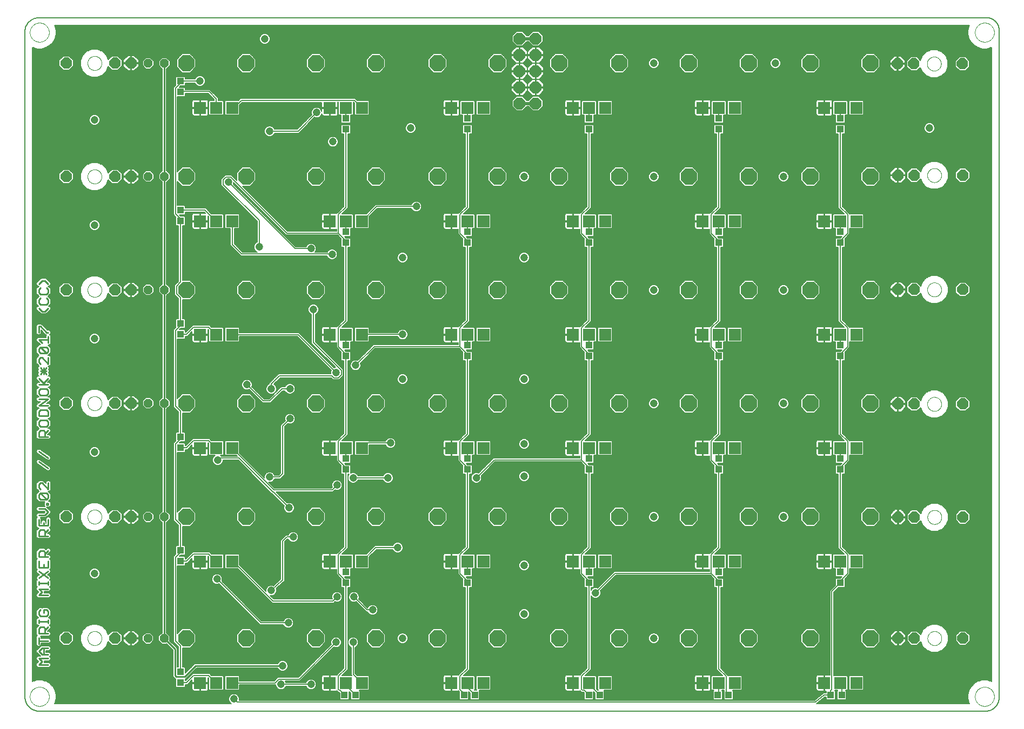
<source format=gtl>
G75*
%MOIN*%
%OFA0B0*%
%FSLAX25Y25*%
%IPPOS*%
%LPD*%
%AMOC8*
5,1,8,0,0,1.08239X$1,22.5*
%
%ADD10C,0.01100*%
%ADD11C,0.00000*%
%ADD12C,0.00600*%
%ADD13OC8,0.07000*%
%ADD14OC8,0.05200*%
%ADD15R,0.03937X0.04331*%
%ADD16R,0.04331X0.03937*%
%ADD17R,0.07400X0.07400*%
%ADD18OC8,0.10000*%
%ADD19OC8,0.07400*%
%ADD20C,0.04750*%
%ADD21C,0.01000*%
%ADD22C,0.02000*%
D10*
X0017845Y0039350D02*
X0019813Y0041318D01*
X0017845Y0043287D01*
X0023750Y0043287D01*
X0023750Y0045795D02*
X0019813Y0045795D01*
X0017845Y0047764D01*
X0019813Y0049732D01*
X0023750Y0049732D01*
X0020797Y0049732D02*
X0020797Y0045795D01*
X0017845Y0052241D02*
X0017845Y0056178D01*
X0017845Y0054209D02*
X0023750Y0054209D01*
X0023750Y0058686D02*
X0017845Y0058686D01*
X0017845Y0061639D01*
X0018829Y0062623D01*
X0020797Y0062623D01*
X0021782Y0061639D01*
X0021782Y0058686D01*
X0021782Y0060655D02*
X0023750Y0062623D01*
X0023750Y0065132D02*
X0023750Y0067100D01*
X0023750Y0066116D02*
X0017845Y0066116D01*
X0017845Y0065132D02*
X0017845Y0067100D01*
X0018829Y0069429D02*
X0017845Y0070413D01*
X0017845Y0072382D01*
X0018829Y0073366D01*
X0020797Y0073366D02*
X0020797Y0071397D01*
X0020797Y0073366D02*
X0022766Y0073366D01*
X0023750Y0072382D01*
X0023750Y0070413D01*
X0022766Y0069429D01*
X0018829Y0069429D01*
X0017845Y0082320D02*
X0019813Y0084288D01*
X0017845Y0086257D01*
X0023750Y0086257D01*
X0023750Y0088765D02*
X0023750Y0090734D01*
X0023750Y0089750D02*
X0017845Y0089750D01*
X0017845Y0090734D02*
X0017845Y0088765D01*
X0017845Y0093062D02*
X0023750Y0096999D01*
X0023750Y0099508D02*
X0017845Y0099508D01*
X0017845Y0103445D01*
X0017845Y0105953D02*
X0017845Y0108906D01*
X0018829Y0109890D01*
X0020797Y0109890D01*
X0021782Y0108906D01*
X0021782Y0105953D01*
X0023750Y0105953D02*
X0017845Y0105953D01*
X0021782Y0107922D02*
X0023750Y0109890D01*
X0023750Y0103445D02*
X0023750Y0099508D01*
X0020797Y0099508D02*
X0020797Y0101476D01*
X0017845Y0096999D02*
X0023750Y0093062D01*
X0023750Y0082320D02*
X0017845Y0082320D01*
X0017845Y0118844D02*
X0017845Y0121797D01*
X0018829Y0122781D01*
X0020797Y0122781D01*
X0021782Y0121797D01*
X0021782Y0118844D01*
X0023750Y0118844D02*
X0017845Y0118844D01*
X0021782Y0120813D02*
X0023750Y0122781D01*
X0023750Y0125290D02*
X0023750Y0129227D01*
X0021782Y0131735D02*
X0017845Y0131735D01*
X0017845Y0129227D02*
X0017845Y0125290D01*
X0023750Y0125290D01*
X0020797Y0125290D02*
X0020797Y0127258D01*
X0021782Y0131735D02*
X0023750Y0133704D01*
X0021782Y0135672D01*
X0017845Y0135672D01*
X0022766Y0138181D02*
X0022766Y0139165D01*
X0023750Y0139165D01*
X0023750Y0138181D01*
X0022766Y0138181D01*
X0022766Y0141404D02*
X0018829Y0145340D01*
X0022766Y0145340D01*
X0023750Y0144356D01*
X0023750Y0142388D01*
X0022766Y0141404D01*
X0018829Y0141404D01*
X0017845Y0142388D01*
X0017845Y0144356D01*
X0018829Y0145340D01*
X0018829Y0147849D02*
X0017845Y0148833D01*
X0017845Y0150802D01*
X0018829Y0151786D01*
X0019813Y0151786D01*
X0023750Y0147849D01*
X0023750Y0151786D01*
X0023750Y0160740D02*
X0017845Y0164677D01*
X0023750Y0167186D02*
X0017845Y0171122D01*
X0017845Y0180077D02*
X0017845Y0183029D01*
X0018829Y0184013D01*
X0020797Y0184013D01*
X0021782Y0183029D01*
X0021782Y0180077D01*
X0023750Y0180077D02*
X0017845Y0180077D01*
X0021782Y0182045D02*
X0023750Y0184013D01*
X0022766Y0186522D02*
X0023750Y0187506D01*
X0023750Y0189475D01*
X0022766Y0190459D01*
X0018829Y0190459D01*
X0017845Y0189475D01*
X0017845Y0187506D01*
X0018829Y0186522D01*
X0022766Y0186522D01*
X0023750Y0192968D02*
X0017845Y0192968D01*
X0017845Y0195920D01*
X0018829Y0196904D01*
X0022766Y0196904D01*
X0023750Y0195920D01*
X0023750Y0192968D01*
X0023750Y0199413D02*
X0017845Y0199413D01*
X0023750Y0203350D01*
X0017845Y0203350D01*
X0018829Y0205859D02*
X0017845Y0206843D01*
X0017845Y0208811D01*
X0018829Y0209795D01*
X0022766Y0209795D01*
X0023750Y0208811D01*
X0023750Y0206843D01*
X0022766Y0205859D01*
X0018829Y0205859D01*
X0017845Y0212304D02*
X0023750Y0212304D01*
X0021782Y0212304D02*
X0017845Y0216241D01*
X0018829Y0218750D02*
X0022766Y0222686D01*
X0022766Y0220718D02*
X0018829Y0220718D01*
X0018829Y0222686D02*
X0022766Y0218750D01*
X0020797Y0218750D02*
X0020797Y0222686D01*
X0018829Y0225195D02*
X0017845Y0226179D01*
X0017845Y0228148D01*
X0018829Y0229132D01*
X0019813Y0229132D01*
X0023750Y0225195D01*
X0023750Y0229132D01*
X0022766Y0231641D02*
X0018829Y0235577D01*
X0022766Y0235577D01*
X0023750Y0234593D01*
X0023750Y0232625D01*
X0022766Y0231641D01*
X0018829Y0231641D01*
X0017845Y0232625D01*
X0017845Y0234593D01*
X0018829Y0235577D01*
X0019813Y0238086D02*
X0017845Y0240055D01*
X0023750Y0240055D01*
X0023750Y0242023D02*
X0023750Y0238086D01*
X0023750Y0244532D02*
X0022766Y0244532D01*
X0018829Y0248468D01*
X0017845Y0248468D01*
X0017845Y0244532D01*
X0019813Y0257423D02*
X0017845Y0259391D01*
X0018829Y0261720D02*
X0017845Y0262704D01*
X0017845Y0264672D01*
X0018829Y0265656D01*
X0018829Y0268165D02*
X0022766Y0268165D01*
X0023750Y0269149D01*
X0023750Y0271118D01*
X0022766Y0272102D01*
X0023750Y0274611D02*
X0021782Y0276579D01*
X0019813Y0276579D01*
X0017845Y0274611D01*
X0018829Y0272102D02*
X0017845Y0271118D01*
X0017845Y0269149D01*
X0018829Y0268165D01*
X0022766Y0265656D02*
X0023750Y0264672D01*
X0023750Y0262704D01*
X0022766Y0261720D01*
X0018829Y0261720D01*
X0019813Y0257423D02*
X0021782Y0257423D01*
X0023750Y0259391D01*
X0023750Y0216241D02*
X0020797Y0213288D01*
X0023750Y0039350D02*
X0017845Y0039350D01*
D11*
X0012394Y0019831D02*
X0012396Y0019984D01*
X0012402Y0020138D01*
X0012412Y0020291D01*
X0012426Y0020443D01*
X0012444Y0020596D01*
X0012466Y0020747D01*
X0012491Y0020898D01*
X0012521Y0021049D01*
X0012555Y0021199D01*
X0012592Y0021347D01*
X0012633Y0021495D01*
X0012678Y0021641D01*
X0012727Y0021787D01*
X0012780Y0021931D01*
X0012836Y0022073D01*
X0012896Y0022214D01*
X0012960Y0022354D01*
X0013027Y0022492D01*
X0013098Y0022628D01*
X0013173Y0022762D01*
X0013250Y0022894D01*
X0013332Y0023024D01*
X0013416Y0023152D01*
X0013504Y0023278D01*
X0013595Y0023401D01*
X0013689Y0023522D01*
X0013787Y0023640D01*
X0013887Y0023756D01*
X0013991Y0023869D01*
X0014097Y0023980D01*
X0014206Y0024088D01*
X0014318Y0024193D01*
X0014432Y0024294D01*
X0014550Y0024393D01*
X0014669Y0024489D01*
X0014791Y0024582D01*
X0014916Y0024671D01*
X0015043Y0024758D01*
X0015172Y0024840D01*
X0015303Y0024920D01*
X0015436Y0024996D01*
X0015571Y0025069D01*
X0015708Y0025138D01*
X0015847Y0025203D01*
X0015987Y0025265D01*
X0016129Y0025323D01*
X0016272Y0025378D01*
X0016417Y0025429D01*
X0016563Y0025476D01*
X0016710Y0025519D01*
X0016858Y0025558D01*
X0017007Y0025594D01*
X0017157Y0025625D01*
X0017308Y0025653D01*
X0017459Y0025677D01*
X0017612Y0025697D01*
X0017764Y0025713D01*
X0017917Y0025725D01*
X0018070Y0025733D01*
X0018223Y0025737D01*
X0018377Y0025737D01*
X0018530Y0025733D01*
X0018683Y0025725D01*
X0018836Y0025713D01*
X0018988Y0025697D01*
X0019141Y0025677D01*
X0019292Y0025653D01*
X0019443Y0025625D01*
X0019593Y0025594D01*
X0019742Y0025558D01*
X0019890Y0025519D01*
X0020037Y0025476D01*
X0020183Y0025429D01*
X0020328Y0025378D01*
X0020471Y0025323D01*
X0020613Y0025265D01*
X0020753Y0025203D01*
X0020892Y0025138D01*
X0021029Y0025069D01*
X0021164Y0024996D01*
X0021297Y0024920D01*
X0021428Y0024840D01*
X0021557Y0024758D01*
X0021684Y0024671D01*
X0021809Y0024582D01*
X0021931Y0024489D01*
X0022050Y0024393D01*
X0022168Y0024294D01*
X0022282Y0024193D01*
X0022394Y0024088D01*
X0022503Y0023980D01*
X0022609Y0023869D01*
X0022713Y0023756D01*
X0022813Y0023640D01*
X0022911Y0023522D01*
X0023005Y0023401D01*
X0023096Y0023278D01*
X0023184Y0023152D01*
X0023268Y0023024D01*
X0023350Y0022894D01*
X0023427Y0022762D01*
X0023502Y0022628D01*
X0023573Y0022492D01*
X0023640Y0022354D01*
X0023704Y0022214D01*
X0023764Y0022073D01*
X0023820Y0021931D01*
X0023873Y0021787D01*
X0023922Y0021641D01*
X0023967Y0021495D01*
X0024008Y0021347D01*
X0024045Y0021199D01*
X0024079Y0021049D01*
X0024109Y0020898D01*
X0024134Y0020747D01*
X0024156Y0020596D01*
X0024174Y0020443D01*
X0024188Y0020291D01*
X0024198Y0020138D01*
X0024204Y0019984D01*
X0024206Y0019831D01*
X0024204Y0019678D01*
X0024198Y0019524D01*
X0024188Y0019371D01*
X0024174Y0019219D01*
X0024156Y0019066D01*
X0024134Y0018915D01*
X0024109Y0018764D01*
X0024079Y0018613D01*
X0024045Y0018463D01*
X0024008Y0018315D01*
X0023967Y0018167D01*
X0023922Y0018021D01*
X0023873Y0017875D01*
X0023820Y0017731D01*
X0023764Y0017589D01*
X0023704Y0017448D01*
X0023640Y0017308D01*
X0023573Y0017170D01*
X0023502Y0017034D01*
X0023427Y0016900D01*
X0023350Y0016768D01*
X0023268Y0016638D01*
X0023184Y0016510D01*
X0023096Y0016384D01*
X0023005Y0016261D01*
X0022911Y0016140D01*
X0022813Y0016022D01*
X0022713Y0015906D01*
X0022609Y0015793D01*
X0022503Y0015682D01*
X0022394Y0015574D01*
X0022282Y0015469D01*
X0022168Y0015368D01*
X0022050Y0015269D01*
X0021931Y0015173D01*
X0021809Y0015080D01*
X0021684Y0014991D01*
X0021557Y0014904D01*
X0021428Y0014822D01*
X0021297Y0014742D01*
X0021164Y0014666D01*
X0021029Y0014593D01*
X0020892Y0014524D01*
X0020753Y0014459D01*
X0020613Y0014397D01*
X0020471Y0014339D01*
X0020328Y0014284D01*
X0020183Y0014233D01*
X0020037Y0014186D01*
X0019890Y0014143D01*
X0019742Y0014104D01*
X0019593Y0014068D01*
X0019443Y0014037D01*
X0019292Y0014009D01*
X0019141Y0013985D01*
X0018988Y0013965D01*
X0018836Y0013949D01*
X0018683Y0013937D01*
X0018530Y0013929D01*
X0018377Y0013925D01*
X0018223Y0013925D01*
X0018070Y0013929D01*
X0017917Y0013937D01*
X0017764Y0013949D01*
X0017612Y0013965D01*
X0017459Y0013985D01*
X0017308Y0014009D01*
X0017157Y0014037D01*
X0017007Y0014068D01*
X0016858Y0014104D01*
X0016710Y0014143D01*
X0016563Y0014186D01*
X0016417Y0014233D01*
X0016272Y0014284D01*
X0016129Y0014339D01*
X0015987Y0014397D01*
X0015847Y0014459D01*
X0015708Y0014524D01*
X0015571Y0014593D01*
X0015436Y0014666D01*
X0015303Y0014742D01*
X0015172Y0014822D01*
X0015043Y0014904D01*
X0014916Y0014991D01*
X0014791Y0015080D01*
X0014669Y0015173D01*
X0014550Y0015269D01*
X0014432Y0015368D01*
X0014318Y0015469D01*
X0014206Y0015574D01*
X0014097Y0015682D01*
X0013991Y0015793D01*
X0013887Y0015906D01*
X0013787Y0016022D01*
X0013689Y0016140D01*
X0013595Y0016261D01*
X0013504Y0016384D01*
X0013416Y0016510D01*
X0013332Y0016638D01*
X0013250Y0016768D01*
X0013173Y0016900D01*
X0013098Y0017034D01*
X0013027Y0017170D01*
X0012960Y0017308D01*
X0012896Y0017448D01*
X0012836Y0017589D01*
X0012780Y0017731D01*
X0012727Y0017875D01*
X0012678Y0018021D01*
X0012633Y0018167D01*
X0012592Y0018315D01*
X0012555Y0018463D01*
X0012521Y0018613D01*
X0012491Y0018764D01*
X0012466Y0018915D01*
X0012444Y0019066D01*
X0012426Y0019219D01*
X0012412Y0019371D01*
X0012402Y0019524D01*
X0012396Y0019678D01*
X0012394Y0019831D01*
X0047969Y0055800D02*
X0047971Y0055931D01*
X0047977Y0056063D01*
X0047987Y0056194D01*
X0048001Y0056325D01*
X0048019Y0056455D01*
X0048041Y0056584D01*
X0048066Y0056713D01*
X0048096Y0056841D01*
X0048130Y0056968D01*
X0048167Y0057095D01*
X0048208Y0057219D01*
X0048253Y0057343D01*
X0048302Y0057465D01*
X0048354Y0057586D01*
X0048410Y0057704D01*
X0048470Y0057822D01*
X0048533Y0057937D01*
X0048600Y0058050D01*
X0048670Y0058162D01*
X0048743Y0058271D01*
X0048819Y0058377D01*
X0048899Y0058482D01*
X0048982Y0058584D01*
X0049068Y0058683D01*
X0049157Y0058780D01*
X0049249Y0058874D01*
X0049344Y0058965D01*
X0049441Y0059054D01*
X0049541Y0059139D01*
X0049644Y0059221D01*
X0049749Y0059300D01*
X0049856Y0059376D01*
X0049966Y0059448D01*
X0050078Y0059517D01*
X0050192Y0059583D01*
X0050307Y0059645D01*
X0050425Y0059704D01*
X0050544Y0059759D01*
X0050665Y0059811D01*
X0050788Y0059858D01*
X0050912Y0059902D01*
X0051037Y0059943D01*
X0051163Y0059979D01*
X0051291Y0060012D01*
X0051419Y0060040D01*
X0051548Y0060065D01*
X0051678Y0060086D01*
X0051808Y0060103D01*
X0051939Y0060116D01*
X0052070Y0060125D01*
X0052201Y0060130D01*
X0052333Y0060131D01*
X0052464Y0060128D01*
X0052596Y0060121D01*
X0052727Y0060110D01*
X0052857Y0060095D01*
X0052987Y0060076D01*
X0053117Y0060053D01*
X0053245Y0060027D01*
X0053373Y0059996D01*
X0053500Y0059961D01*
X0053626Y0059923D01*
X0053750Y0059881D01*
X0053874Y0059835D01*
X0053995Y0059785D01*
X0054115Y0059732D01*
X0054234Y0059675D01*
X0054351Y0059615D01*
X0054465Y0059551D01*
X0054578Y0059483D01*
X0054689Y0059412D01*
X0054798Y0059338D01*
X0054904Y0059261D01*
X0055008Y0059180D01*
X0055109Y0059097D01*
X0055208Y0059010D01*
X0055304Y0058920D01*
X0055397Y0058827D01*
X0055488Y0058732D01*
X0055575Y0058634D01*
X0055660Y0058533D01*
X0055741Y0058430D01*
X0055819Y0058324D01*
X0055894Y0058216D01*
X0055966Y0058106D01*
X0056034Y0057994D01*
X0056099Y0057880D01*
X0056160Y0057763D01*
X0056218Y0057645D01*
X0056272Y0057525D01*
X0056323Y0057404D01*
X0056370Y0057281D01*
X0056413Y0057157D01*
X0056452Y0057032D01*
X0056488Y0056905D01*
X0056519Y0056777D01*
X0056547Y0056649D01*
X0056571Y0056520D01*
X0056591Y0056390D01*
X0056607Y0056259D01*
X0056619Y0056128D01*
X0056627Y0055997D01*
X0056631Y0055866D01*
X0056631Y0055734D01*
X0056627Y0055603D01*
X0056619Y0055472D01*
X0056607Y0055341D01*
X0056591Y0055210D01*
X0056571Y0055080D01*
X0056547Y0054951D01*
X0056519Y0054823D01*
X0056488Y0054695D01*
X0056452Y0054568D01*
X0056413Y0054443D01*
X0056370Y0054319D01*
X0056323Y0054196D01*
X0056272Y0054075D01*
X0056218Y0053955D01*
X0056160Y0053837D01*
X0056099Y0053720D01*
X0056034Y0053606D01*
X0055966Y0053494D01*
X0055894Y0053384D01*
X0055819Y0053276D01*
X0055741Y0053170D01*
X0055660Y0053067D01*
X0055575Y0052966D01*
X0055488Y0052868D01*
X0055397Y0052773D01*
X0055304Y0052680D01*
X0055208Y0052590D01*
X0055109Y0052503D01*
X0055008Y0052420D01*
X0054904Y0052339D01*
X0054798Y0052262D01*
X0054689Y0052188D01*
X0054578Y0052117D01*
X0054466Y0052049D01*
X0054351Y0051985D01*
X0054234Y0051925D01*
X0054115Y0051868D01*
X0053995Y0051815D01*
X0053874Y0051765D01*
X0053750Y0051719D01*
X0053626Y0051677D01*
X0053500Y0051639D01*
X0053373Y0051604D01*
X0053245Y0051573D01*
X0053117Y0051547D01*
X0052987Y0051524D01*
X0052857Y0051505D01*
X0052727Y0051490D01*
X0052596Y0051479D01*
X0052464Y0051472D01*
X0052333Y0051469D01*
X0052201Y0051470D01*
X0052070Y0051475D01*
X0051939Y0051484D01*
X0051808Y0051497D01*
X0051678Y0051514D01*
X0051548Y0051535D01*
X0051419Y0051560D01*
X0051291Y0051588D01*
X0051163Y0051621D01*
X0051037Y0051657D01*
X0050912Y0051698D01*
X0050788Y0051742D01*
X0050665Y0051789D01*
X0050544Y0051841D01*
X0050425Y0051896D01*
X0050307Y0051955D01*
X0050192Y0052017D01*
X0050078Y0052083D01*
X0049966Y0052152D01*
X0049856Y0052224D01*
X0049749Y0052300D01*
X0049644Y0052379D01*
X0049541Y0052461D01*
X0049441Y0052546D01*
X0049344Y0052635D01*
X0049249Y0052726D01*
X0049157Y0052820D01*
X0049068Y0052917D01*
X0048982Y0053016D01*
X0048899Y0053118D01*
X0048819Y0053223D01*
X0048743Y0053329D01*
X0048670Y0053438D01*
X0048600Y0053550D01*
X0048533Y0053663D01*
X0048470Y0053778D01*
X0048410Y0053896D01*
X0048354Y0054014D01*
X0048302Y0054135D01*
X0048253Y0054257D01*
X0048208Y0054381D01*
X0048167Y0054505D01*
X0048130Y0054632D01*
X0048096Y0054759D01*
X0048066Y0054887D01*
X0048041Y0055016D01*
X0048019Y0055145D01*
X0048001Y0055275D01*
X0047987Y0055406D01*
X0047977Y0055537D01*
X0047971Y0055669D01*
X0047969Y0055800D01*
X0047969Y0130800D02*
X0047971Y0130931D01*
X0047977Y0131063D01*
X0047987Y0131194D01*
X0048001Y0131325D01*
X0048019Y0131455D01*
X0048041Y0131584D01*
X0048066Y0131713D01*
X0048096Y0131841D01*
X0048130Y0131968D01*
X0048167Y0132095D01*
X0048208Y0132219D01*
X0048253Y0132343D01*
X0048302Y0132465D01*
X0048354Y0132586D01*
X0048410Y0132704D01*
X0048470Y0132822D01*
X0048533Y0132937D01*
X0048600Y0133050D01*
X0048670Y0133162D01*
X0048743Y0133271D01*
X0048819Y0133377D01*
X0048899Y0133482D01*
X0048982Y0133584D01*
X0049068Y0133683D01*
X0049157Y0133780D01*
X0049249Y0133874D01*
X0049344Y0133965D01*
X0049441Y0134054D01*
X0049541Y0134139D01*
X0049644Y0134221D01*
X0049749Y0134300D01*
X0049856Y0134376D01*
X0049966Y0134448D01*
X0050078Y0134517D01*
X0050192Y0134583D01*
X0050307Y0134645D01*
X0050425Y0134704D01*
X0050544Y0134759D01*
X0050665Y0134811D01*
X0050788Y0134858D01*
X0050912Y0134902D01*
X0051037Y0134943D01*
X0051163Y0134979D01*
X0051291Y0135012D01*
X0051419Y0135040D01*
X0051548Y0135065D01*
X0051678Y0135086D01*
X0051808Y0135103D01*
X0051939Y0135116D01*
X0052070Y0135125D01*
X0052201Y0135130D01*
X0052333Y0135131D01*
X0052464Y0135128D01*
X0052596Y0135121D01*
X0052727Y0135110D01*
X0052857Y0135095D01*
X0052987Y0135076D01*
X0053117Y0135053D01*
X0053245Y0135027D01*
X0053373Y0134996D01*
X0053500Y0134961D01*
X0053626Y0134923D01*
X0053750Y0134881D01*
X0053874Y0134835D01*
X0053995Y0134785D01*
X0054115Y0134732D01*
X0054234Y0134675D01*
X0054351Y0134615D01*
X0054465Y0134551D01*
X0054578Y0134483D01*
X0054689Y0134412D01*
X0054798Y0134338D01*
X0054904Y0134261D01*
X0055008Y0134180D01*
X0055109Y0134097D01*
X0055208Y0134010D01*
X0055304Y0133920D01*
X0055397Y0133827D01*
X0055488Y0133732D01*
X0055575Y0133634D01*
X0055660Y0133533D01*
X0055741Y0133430D01*
X0055819Y0133324D01*
X0055894Y0133216D01*
X0055966Y0133106D01*
X0056034Y0132994D01*
X0056099Y0132880D01*
X0056160Y0132763D01*
X0056218Y0132645D01*
X0056272Y0132525D01*
X0056323Y0132404D01*
X0056370Y0132281D01*
X0056413Y0132157D01*
X0056452Y0132032D01*
X0056488Y0131905D01*
X0056519Y0131777D01*
X0056547Y0131649D01*
X0056571Y0131520D01*
X0056591Y0131390D01*
X0056607Y0131259D01*
X0056619Y0131128D01*
X0056627Y0130997D01*
X0056631Y0130866D01*
X0056631Y0130734D01*
X0056627Y0130603D01*
X0056619Y0130472D01*
X0056607Y0130341D01*
X0056591Y0130210D01*
X0056571Y0130080D01*
X0056547Y0129951D01*
X0056519Y0129823D01*
X0056488Y0129695D01*
X0056452Y0129568D01*
X0056413Y0129443D01*
X0056370Y0129319D01*
X0056323Y0129196D01*
X0056272Y0129075D01*
X0056218Y0128955D01*
X0056160Y0128837D01*
X0056099Y0128720D01*
X0056034Y0128606D01*
X0055966Y0128494D01*
X0055894Y0128384D01*
X0055819Y0128276D01*
X0055741Y0128170D01*
X0055660Y0128067D01*
X0055575Y0127966D01*
X0055488Y0127868D01*
X0055397Y0127773D01*
X0055304Y0127680D01*
X0055208Y0127590D01*
X0055109Y0127503D01*
X0055008Y0127420D01*
X0054904Y0127339D01*
X0054798Y0127262D01*
X0054689Y0127188D01*
X0054578Y0127117D01*
X0054466Y0127049D01*
X0054351Y0126985D01*
X0054234Y0126925D01*
X0054115Y0126868D01*
X0053995Y0126815D01*
X0053874Y0126765D01*
X0053750Y0126719D01*
X0053626Y0126677D01*
X0053500Y0126639D01*
X0053373Y0126604D01*
X0053245Y0126573D01*
X0053117Y0126547D01*
X0052987Y0126524D01*
X0052857Y0126505D01*
X0052727Y0126490D01*
X0052596Y0126479D01*
X0052464Y0126472D01*
X0052333Y0126469D01*
X0052201Y0126470D01*
X0052070Y0126475D01*
X0051939Y0126484D01*
X0051808Y0126497D01*
X0051678Y0126514D01*
X0051548Y0126535D01*
X0051419Y0126560D01*
X0051291Y0126588D01*
X0051163Y0126621D01*
X0051037Y0126657D01*
X0050912Y0126698D01*
X0050788Y0126742D01*
X0050665Y0126789D01*
X0050544Y0126841D01*
X0050425Y0126896D01*
X0050307Y0126955D01*
X0050192Y0127017D01*
X0050078Y0127083D01*
X0049966Y0127152D01*
X0049856Y0127224D01*
X0049749Y0127300D01*
X0049644Y0127379D01*
X0049541Y0127461D01*
X0049441Y0127546D01*
X0049344Y0127635D01*
X0049249Y0127726D01*
X0049157Y0127820D01*
X0049068Y0127917D01*
X0048982Y0128016D01*
X0048899Y0128118D01*
X0048819Y0128223D01*
X0048743Y0128329D01*
X0048670Y0128438D01*
X0048600Y0128550D01*
X0048533Y0128663D01*
X0048470Y0128778D01*
X0048410Y0128896D01*
X0048354Y0129014D01*
X0048302Y0129135D01*
X0048253Y0129257D01*
X0048208Y0129381D01*
X0048167Y0129505D01*
X0048130Y0129632D01*
X0048096Y0129759D01*
X0048066Y0129887D01*
X0048041Y0130016D01*
X0048019Y0130145D01*
X0048001Y0130275D01*
X0047987Y0130406D01*
X0047977Y0130537D01*
X0047971Y0130669D01*
X0047969Y0130800D01*
X0047969Y0200800D02*
X0047971Y0200931D01*
X0047977Y0201063D01*
X0047987Y0201194D01*
X0048001Y0201325D01*
X0048019Y0201455D01*
X0048041Y0201584D01*
X0048066Y0201713D01*
X0048096Y0201841D01*
X0048130Y0201968D01*
X0048167Y0202095D01*
X0048208Y0202219D01*
X0048253Y0202343D01*
X0048302Y0202465D01*
X0048354Y0202586D01*
X0048410Y0202704D01*
X0048470Y0202822D01*
X0048533Y0202937D01*
X0048600Y0203050D01*
X0048670Y0203162D01*
X0048743Y0203271D01*
X0048819Y0203377D01*
X0048899Y0203482D01*
X0048982Y0203584D01*
X0049068Y0203683D01*
X0049157Y0203780D01*
X0049249Y0203874D01*
X0049344Y0203965D01*
X0049441Y0204054D01*
X0049541Y0204139D01*
X0049644Y0204221D01*
X0049749Y0204300D01*
X0049856Y0204376D01*
X0049966Y0204448D01*
X0050078Y0204517D01*
X0050192Y0204583D01*
X0050307Y0204645D01*
X0050425Y0204704D01*
X0050544Y0204759D01*
X0050665Y0204811D01*
X0050788Y0204858D01*
X0050912Y0204902D01*
X0051037Y0204943D01*
X0051163Y0204979D01*
X0051291Y0205012D01*
X0051419Y0205040D01*
X0051548Y0205065D01*
X0051678Y0205086D01*
X0051808Y0205103D01*
X0051939Y0205116D01*
X0052070Y0205125D01*
X0052201Y0205130D01*
X0052333Y0205131D01*
X0052464Y0205128D01*
X0052596Y0205121D01*
X0052727Y0205110D01*
X0052857Y0205095D01*
X0052987Y0205076D01*
X0053117Y0205053D01*
X0053245Y0205027D01*
X0053373Y0204996D01*
X0053500Y0204961D01*
X0053626Y0204923D01*
X0053750Y0204881D01*
X0053874Y0204835D01*
X0053995Y0204785D01*
X0054115Y0204732D01*
X0054234Y0204675D01*
X0054351Y0204615D01*
X0054465Y0204551D01*
X0054578Y0204483D01*
X0054689Y0204412D01*
X0054798Y0204338D01*
X0054904Y0204261D01*
X0055008Y0204180D01*
X0055109Y0204097D01*
X0055208Y0204010D01*
X0055304Y0203920D01*
X0055397Y0203827D01*
X0055488Y0203732D01*
X0055575Y0203634D01*
X0055660Y0203533D01*
X0055741Y0203430D01*
X0055819Y0203324D01*
X0055894Y0203216D01*
X0055966Y0203106D01*
X0056034Y0202994D01*
X0056099Y0202880D01*
X0056160Y0202763D01*
X0056218Y0202645D01*
X0056272Y0202525D01*
X0056323Y0202404D01*
X0056370Y0202281D01*
X0056413Y0202157D01*
X0056452Y0202032D01*
X0056488Y0201905D01*
X0056519Y0201777D01*
X0056547Y0201649D01*
X0056571Y0201520D01*
X0056591Y0201390D01*
X0056607Y0201259D01*
X0056619Y0201128D01*
X0056627Y0200997D01*
X0056631Y0200866D01*
X0056631Y0200734D01*
X0056627Y0200603D01*
X0056619Y0200472D01*
X0056607Y0200341D01*
X0056591Y0200210D01*
X0056571Y0200080D01*
X0056547Y0199951D01*
X0056519Y0199823D01*
X0056488Y0199695D01*
X0056452Y0199568D01*
X0056413Y0199443D01*
X0056370Y0199319D01*
X0056323Y0199196D01*
X0056272Y0199075D01*
X0056218Y0198955D01*
X0056160Y0198837D01*
X0056099Y0198720D01*
X0056034Y0198606D01*
X0055966Y0198494D01*
X0055894Y0198384D01*
X0055819Y0198276D01*
X0055741Y0198170D01*
X0055660Y0198067D01*
X0055575Y0197966D01*
X0055488Y0197868D01*
X0055397Y0197773D01*
X0055304Y0197680D01*
X0055208Y0197590D01*
X0055109Y0197503D01*
X0055008Y0197420D01*
X0054904Y0197339D01*
X0054798Y0197262D01*
X0054689Y0197188D01*
X0054578Y0197117D01*
X0054466Y0197049D01*
X0054351Y0196985D01*
X0054234Y0196925D01*
X0054115Y0196868D01*
X0053995Y0196815D01*
X0053874Y0196765D01*
X0053750Y0196719D01*
X0053626Y0196677D01*
X0053500Y0196639D01*
X0053373Y0196604D01*
X0053245Y0196573D01*
X0053117Y0196547D01*
X0052987Y0196524D01*
X0052857Y0196505D01*
X0052727Y0196490D01*
X0052596Y0196479D01*
X0052464Y0196472D01*
X0052333Y0196469D01*
X0052201Y0196470D01*
X0052070Y0196475D01*
X0051939Y0196484D01*
X0051808Y0196497D01*
X0051678Y0196514D01*
X0051548Y0196535D01*
X0051419Y0196560D01*
X0051291Y0196588D01*
X0051163Y0196621D01*
X0051037Y0196657D01*
X0050912Y0196698D01*
X0050788Y0196742D01*
X0050665Y0196789D01*
X0050544Y0196841D01*
X0050425Y0196896D01*
X0050307Y0196955D01*
X0050192Y0197017D01*
X0050078Y0197083D01*
X0049966Y0197152D01*
X0049856Y0197224D01*
X0049749Y0197300D01*
X0049644Y0197379D01*
X0049541Y0197461D01*
X0049441Y0197546D01*
X0049344Y0197635D01*
X0049249Y0197726D01*
X0049157Y0197820D01*
X0049068Y0197917D01*
X0048982Y0198016D01*
X0048899Y0198118D01*
X0048819Y0198223D01*
X0048743Y0198329D01*
X0048670Y0198438D01*
X0048600Y0198550D01*
X0048533Y0198663D01*
X0048470Y0198778D01*
X0048410Y0198896D01*
X0048354Y0199014D01*
X0048302Y0199135D01*
X0048253Y0199257D01*
X0048208Y0199381D01*
X0048167Y0199505D01*
X0048130Y0199632D01*
X0048096Y0199759D01*
X0048066Y0199887D01*
X0048041Y0200016D01*
X0048019Y0200145D01*
X0048001Y0200275D01*
X0047987Y0200406D01*
X0047977Y0200537D01*
X0047971Y0200669D01*
X0047969Y0200800D01*
X0047969Y0270800D02*
X0047971Y0270931D01*
X0047977Y0271063D01*
X0047987Y0271194D01*
X0048001Y0271325D01*
X0048019Y0271455D01*
X0048041Y0271584D01*
X0048066Y0271713D01*
X0048096Y0271841D01*
X0048130Y0271968D01*
X0048167Y0272095D01*
X0048208Y0272219D01*
X0048253Y0272343D01*
X0048302Y0272465D01*
X0048354Y0272586D01*
X0048410Y0272704D01*
X0048470Y0272822D01*
X0048533Y0272937D01*
X0048600Y0273050D01*
X0048670Y0273162D01*
X0048743Y0273271D01*
X0048819Y0273377D01*
X0048899Y0273482D01*
X0048982Y0273584D01*
X0049068Y0273683D01*
X0049157Y0273780D01*
X0049249Y0273874D01*
X0049344Y0273965D01*
X0049441Y0274054D01*
X0049541Y0274139D01*
X0049644Y0274221D01*
X0049749Y0274300D01*
X0049856Y0274376D01*
X0049966Y0274448D01*
X0050078Y0274517D01*
X0050192Y0274583D01*
X0050307Y0274645D01*
X0050425Y0274704D01*
X0050544Y0274759D01*
X0050665Y0274811D01*
X0050788Y0274858D01*
X0050912Y0274902D01*
X0051037Y0274943D01*
X0051163Y0274979D01*
X0051291Y0275012D01*
X0051419Y0275040D01*
X0051548Y0275065D01*
X0051678Y0275086D01*
X0051808Y0275103D01*
X0051939Y0275116D01*
X0052070Y0275125D01*
X0052201Y0275130D01*
X0052333Y0275131D01*
X0052464Y0275128D01*
X0052596Y0275121D01*
X0052727Y0275110D01*
X0052857Y0275095D01*
X0052987Y0275076D01*
X0053117Y0275053D01*
X0053245Y0275027D01*
X0053373Y0274996D01*
X0053500Y0274961D01*
X0053626Y0274923D01*
X0053750Y0274881D01*
X0053874Y0274835D01*
X0053995Y0274785D01*
X0054115Y0274732D01*
X0054234Y0274675D01*
X0054351Y0274615D01*
X0054465Y0274551D01*
X0054578Y0274483D01*
X0054689Y0274412D01*
X0054798Y0274338D01*
X0054904Y0274261D01*
X0055008Y0274180D01*
X0055109Y0274097D01*
X0055208Y0274010D01*
X0055304Y0273920D01*
X0055397Y0273827D01*
X0055488Y0273732D01*
X0055575Y0273634D01*
X0055660Y0273533D01*
X0055741Y0273430D01*
X0055819Y0273324D01*
X0055894Y0273216D01*
X0055966Y0273106D01*
X0056034Y0272994D01*
X0056099Y0272880D01*
X0056160Y0272763D01*
X0056218Y0272645D01*
X0056272Y0272525D01*
X0056323Y0272404D01*
X0056370Y0272281D01*
X0056413Y0272157D01*
X0056452Y0272032D01*
X0056488Y0271905D01*
X0056519Y0271777D01*
X0056547Y0271649D01*
X0056571Y0271520D01*
X0056591Y0271390D01*
X0056607Y0271259D01*
X0056619Y0271128D01*
X0056627Y0270997D01*
X0056631Y0270866D01*
X0056631Y0270734D01*
X0056627Y0270603D01*
X0056619Y0270472D01*
X0056607Y0270341D01*
X0056591Y0270210D01*
X0056571Y0270080D01*
X0056547Y0269951D01*
X0056519Y0269823D01*
X0056488Y0269695D01*
X0056452Y0269568D01*
X0056413Y0269443D01*
X0056370Y0269319D01*
X0056323Y0269196D01*
X0056272Y0269075D01*
X0056218Y0268955D01*
X0056160Y0268837D01*
X0056099Y0268720D01*
X0056034Y0268606D01*
X0055966Y0268494D01*
X0055894Y0268384D01*
X0055819Y0268276D01*
X0055741Y0268170D01*
X0055660Y0268067D01*
X0055575Y0267966D01*
X0055488Y0267868D01*
X0055397Y0267773D01*
X0055304Y0267680D01*
X0055208Y0267590D01*
X0055109Y0267503D01*
X0055008Y0267420D01*
X0054904Y0267339D01*
X0054798Y0267262D01*
X0054689Y0267188D01*
X0054578Y0267117D01*
X0054466Y0267049D01*
X0054351Y0266985D01*
X0054234Y0266925D01*
X0054115Y0266868D01*
X0053995Y0266815D01*
X0053874Y0266765D01*
X0053750Y0266719D01*
X0053626Y0266677D01*
X0053500Y0266639D01*
X0053373Y0266604D01*
X0053245Y0266573D01*
X0053117Y0266547D01*
X0052987Y0266524D01*
X0052857Y0266505D01*
X0052727Y0266490D01*
X0052596Y0266479D01*
X0052464Y0266472D01*
X0052333Y0266469D01*
X0052201Y0266470D01*
X0052070Y0266475D01*
X0051939Y0266484D01*
X0051808Y0266497D01*
X0051678Y0266514D01*
X0051548Y0266535D01*
X0051419Y0266560D01*
X0051291Y0266588D01*
X0051163Y0266621D01*
X0051037Y0266657D01*
X0050912Y0266698D01*
X0050788Y0266742D01*
X0050665Y0266789D01*
X0050544Y0266841D01*
X0050425Y0266896D01*
X0050307Y0266955D01*
X0050192Y0267017D01*
X0050078Y0267083D01*
X0049966Y0267152D01*
X0049856Y0267224D01*
X0049749Y0267300D01*
X0049644Y0267379D01*
X0049541Y0267461D01*
X0049441Y0267546D01*
X0049344Y0267635D01*
X0049249Y0267726D01*
X0049157Y0267820D01*
X0049068Y0267917D01*
X0048982Y0268016D01*
X0048899Y0268118D01*
X0048819Y0268223D01*
X0048743Y0268329D01*
X0048670Y0268438D01*
X0048600Y0268550D01*
X0048533Y0268663D01*
X0048470Y0268778D01*
X0048410Y0268896D01*
X0048354Y0269014D01*
X0048302Y0269135D01*
X0048253Y0269257D01*
X0048208Y0269381D01*
X0048167Y0269505D01*
X0048130Y0269632D01*
X0048096Y0269759D01*
X0048066Y0269887D01*
X0048041Y0270016D01*
X0048019Y0270145D01*
X0048001Y0270275D01*
X0047987Y0270406D01*
X0047977Y0270537D01*
X0047971Y0270669D01*
X0047969Y0270800D01*
X0047969Y0340800D02*
X0047971Y0340931D01*
X0047977Y0341063D01*
X0047987Y0341194D01*
X0048001Y0341325D01*
X0048019Y0341455D01*
X0048041Y0341584D01*
X0048066Y0341713D01*
X0048096Y0341841D01*
X0048130Y0341968D01*
X0048167Y0342095D01*
X0048208Y0342219D01*
X0048253Y0342343D01*
X0048302Y0342465D01*
X0048354Y0342586D01*
X0048410Y0342704D01*
X0048470Y0342822D01*
X0048533Y0342937D01*
X0048600Y0343050D01*
X0048670Y0343162D01*
X0048743Y0343271D01*
X0048819Y0343377D01*
X0048899Y0343482D01*
X0048982Y0343584D01*
X0049068Y0343683D01*
X0049157Y0343780D01*
X0049249Y0343874D01*
X0049344Y0343965D01*
X0049441Y0344054D01*
X0049541Y0344139D01*
X0049644Y0344221D01*
X0049749Y0344300D01*
X0049856Y0344376D01*
X0049966Y0344448D01*
X0050078Y0344517D01*
X0050192Y0344583D01*
X0050307Y0344645D01*
X0050425Y0344704D01*
X0050544Y0344759D01*
X0050665Y0344811D01*
X0050788Y0344858D01*
X0050912Y0344902D01*
X0051037Y0344943D01*
X0051163Y0344979D01*
X0051291Y0345012D01*
X0051419Y0345040D01*
X0051548Y0345065D01*
X0051678Y0345086D01*
X0051808Y0345103D01*
X0051939Y0345116D01*
X0052070Y0345125D01*
X0052201Y0345130D01*
X0052333Y0345131D01*
X0052464Y0345128D01*
X0052596Y0345121D01*
X0052727Y0345110D01*
X0052857Y0345095D01*
X0052987Y0345076D01*
X0053117Y0345053D01*
X0053245Y0345027D01*
X0053373Y0344996D01*
X0053500Y0344961D01*
X0053626Y0344923D01*
X0053750Y0344881D01*
X0053874Y0344835D01*
X0053995Y0344785D01*
X0054115Y0344732D01*
X0054234Y0344675D01*
X0054351Y0344615D01*
X0054465Y0344551D01*
X0054578Y0344483D01*
X0054689Y0344412D01*
X0054798Y0344338D01*
X0054904Y0344261D01*
X0055008Y0344180D01*
X0055109Y0344097D01*
X0055208Y0344010D01*
X0055304Y0343920D01*
X0055397Y0343827D01*
X0055488Y0343732D01*
X0055575Y0343634D01*
X0055660Y0343533D01*
X0055741Y0343430D01*
X0055819Y0343324D01*
X0055894Y0343216D01*
X0055966Y0343106D01*
X0056034Y0342994D01*
X0056099Y0342880D01*
X0056160Y0342763D01*
X0056218Y0342645D01*
X0056272Y0342525D01*
X0056323Y0342404D01*
X0056370Y0342281D01*
X0056413Y0342157D01*
X0056452Y0342032D01*
X0056488Y0341905D01*
X0056519Y0341777D01*
X0056547Y0341649D01*
X0056571Y0341520D01*
X0056591Y0341390D01*
X0056607Y0341259D01*
X0056619Y0341128D01*
X0056627Y0340997D01*
X0056631Y0340866D01*
X0056631Y0340734D01*
X0056627Y0340603D01*
X0056619Y0340472D01*
X0056607Y0340341D01*
X0056591Y0340210D01*
X0056571Y0340080D01*
X0056547Y0339951D01*
X0056519Y0339823D01*
X0056488Y0339695D01*
X0056452Y0339568D01*
X0056413Y0339443D01*
X0056370Y0339319D01*
X0056323Y0339196D01*
X0056272Y0339075D01*
X0056218Y0338955D01*
X0056160Y0338837D01*
X0056099Y0338720D01*
X0056034Y0338606D01*
X0055966Y0338494D01*
X0055894Y0338384D01*
X0055819Y0338276D01*
X0055741Y0338170D01*
X0055660Y0338067D01*
X0055575Y0337966D01*
X0055488Y0337868D01*
X0055397Y0337773D01*
X0055304Y0337680D01*
X0055208Y0337590D01*
X0055109Y0337503D01*
X0055008Y0337420D01*
X0054904Y0337339D01*
X0054798Y0337262D01*
X0054689Y0337188D01*
X0054578Y0337117D01*
X0054466Y0337049D01*
X0054351Y0336985D01*
X0054234Y0336925D01*
X0054115Y0336868D01*
X0053995Y0336815D01*
X0053874Y0336765D01*
X0053750Y0336719D01*
X0053626Y0336677D01*
X0053500Y0336639D01*
X0053373Y0336604D01*
X0053245Y0336573D01*
X0053117Y0336547D01*
X0052987Y0336524D01*
X0052857Y0336505D01*
X0052727Y0336490D01*
X0052596Y0336479D01*
X0052464Y0336472D01*
X0052333Y0336469D01*
X0052201Y0336470D01*
X0052070Y0336475D01*
X0051939Y0336484D01*
X0051808Y0336497D01*
X0051678Y0336514D01*
X0051548Y0336535D01*
X0051419Y0336560D01*
X0051291Y0336588D01*
X0051163Y0336621D01*
X0051037Y0336657D01*
X0050912Y0336698D01*
X0050788Y0336742D01*
X0050665Y0336789D01*
X0050544Y0336841D01*
X0050425Y0336896D01*
X0050307Y0336955D01*
X0050192Y0337017D01*
X0050078Y0337083D01*
X0049966Y0337152D01*
X0049856Y0337224D01*
X0049749Y0337300D01*
X0049644Y0337379D01*
X0049541Y0337461D01*
X0049441Y0337546D01*
X0049344Y0337635D01*
X0049249Y0337726D01*
X0049157Y0337820D01*
X0049068Y0337917D01*
X0048982Y0338016D01*
X0048899Y0338118D01*
X0048819Y0338223D01*
X0048743Y0338329D01*
X0048670Y0338438D01*
X0048600Y0338550D01*
X0048533Y0338663D01*
X0048470Y0338778D01*
X0048410Y0338896D01*
X0048354Y0339014D01*
X0048302Y0339135D01*
X0048253Y0339257D01*
X0048208Y0339381D01*
X0048167Y0339505D01*
X0048130Y0339632D01*
X0048096Y0339759D01*
X0048066Y0339887D01*
X0048041Y0340016D01*
X0048019Y0340145D01*
X0048001Y0340275D01*
X0047987Y0340406D01*
X0047977Y0340537D01*
X0047971Y0340669D01*
X0047969Y0340800D01*
X0047969Y0410800D02*
X0047971Y0410931D01*
X0047977Y0411063D01*
X0047987Y0411194D01*
X0048001Y0411325D01*
X0048019Y0411455D01*
X0048041Y0411584D01*
X0048066Y0411713D01*
X0048096Y0411841D01*
X0048130Y0411968D01*
X0048167Y0412095D01*
X0048208Y0412219D01*
X0048253Y0412343D01*
X0048302Y0412465D01*
X0048354Y0412586D01*
X0048410Y0412704D01*
X0048470Y0412822D01*
X0048533Y0412937D01*
X0048600Y0413050D01*
X0048670Y0413162D01*
X0048743Y0413271D01*
X0048819Y0413377D01*
X0048899Y0413482D01*
X0048982Y0413584D01*
X0049068Y0413683D01*
X0049157Y0413780D01*
X0049249Y0413874D01*
X0049344Y0413965D01*
X0049441Y0414054D01*
X0049541Y0414139D01*
X0049644Y0414221D01*
X0049749Y0414300D01*
X0049856Y0414376D01*
X0049966Y0414448D01*
X0050078Y0414517D01*
X0050192Y0414583D01*
X0050307Y0414645D01*
X0050425Y0414704D01*
X0050544Y0414759D01*
X0050665Y0414811D01*
X0050788Y0414858D01*
X0050912Y0414902D01*
X0051037Y0414943D01*
X0051163Y0414979D01*
X0051291Y0415012D01*
X0051419Y0415040D01*
X0051548Y0415065D01*
X0051678Y0415086D01*
X0051808Y0415103D01*
X0051939Y0415116D01*
X0052070Y0415125D01*
X0052201Y0415130D01*
X0052333Y0415131D01*
X0052464Y0415128D01*
X0052596Y0415121D01*
X0052727Y0415110D01*
X0052857Y0415095D01*
X0052987Y0415076D01*
X0053117Y0415053D01*
X0053245Y0415027D01*
X0053373Y0414996D01*
X0053500Y0414961D01*
X0053626Y0414923D01*
X0053750Y0414881D01*
X0053874Y0414835D01*
X0053995Y0414785D01*
X0054115Y0414732D01*
X0054234Y0414675D01*
X0054351Y0414615D01*
X0054465Y0414551D01*
X0054578Y0414483D01*
X0054689Y0414412D01*
X0054798Y0414338D01*
X0054904Y0414261D01*
X0055008Y0414180D01*
X0055109Y0414097D01*
X0055208Y0414010D01*
X0055304Y0413920D01*
X0055397Y0413827D01*
X0055488Y0413732D01*
X0055575Y0413634D01*
X0055660Y0413533D01*
X0055741Y0413430D01*
X0055819Y0413324D01*
X0055894Y0413216D01*
X0055966Y0413106D01*
X0056034Y0412994D01*
X0056099Y0412880D01*
X0056160Y0412763D01*
X0056218Y0412645D01*
X0056272Y0412525D01*
X0056323Y0412404D01*
X0056370Y0412281D01*
X0056413Y0412157D01*
X0056452Y0412032D01*
X0056488Y0411905D01*
X0056519Y0411777D01*
X0056547Y0411649D01*
X0056571Y0411520D01*
X0056591Y0411390D01*
X0056607Y0411259D01*
X0056619Y0411128D01*
X0056627Y0410997D01*
X0056631Y0410866D01*
X0056631Y0410734D01*
X0056627Y0410603D01*
X0056619Y0410472D01*
X0056607Y0410341D01*
X0056591Y0410210D01*
X0056571Y0410080D01*
X0056547Y0409951D01*
X0056519Y0409823D01*
X0056488Y0409695D01*
X0056452Y0409568D01*
X0056413Y0409443D01*
X0056370Y0409319D01*
X0056323Y0409196D01*
X0056272Y0409075D01*
X0056218Y0408955D01*
X0056160Y0408837D01*
X0056099Y0408720D01*
X0056034Y0408606D01*
X0055966Y0408494D01*
X0055894Y0408384D01*
X0055819Y0408276D01*
X0055741Y0408170D01*
X0055660Y0408067D01*
X0055575Y0407966D01*
X0055488Y0407868D01*
X0055397Y0407773D01*
X0055304Y0407680D01*
X0055208Y0407590D01*
X0055109Y0407503D01*
X0055008Y0407420D01*
X0054904Y0407339D01*
X0054798Y0407262D01*
X0054689Y0407188D01*
X0054578Y0407117D01*
X0054466Y0407049D01*
X0054351Y0406985D01*
X0054234Y0406925D01*
X0054115Y0406868D01*
X0053995Y0406815D01*
X0053874Y0406765D01*
X0053750Y0406719D01*
X0053626Y0406677D01*
X0053500Y0406639D01*
X0053373Y0406604D01*
X0053245Y0406573D01*
X0053117Y0406547D01*
X0052987Y0406524D01*
X0052857Y0406505D01*
X0052727Y0406490D01*
X0052596Y0406479D01*
X0052464Y0406472D01*
X0052333Y0406469D01*
X0052201Y0406470D01*
X0052070Y0406475D01*
X0051939Y0406484D01*
X0051808Y0406497D01*
X0051678Y0406514D01*
X0051548Y0406535D01*
X0051419Y0406560D01*
X0051291Y0406588D01*
X0051163Y0406621D01*
X0051037Y0406657D01*
X0050912Y0406698D01*
X0050788Y0406742D01*
X0050665Y0406789D01*
X0050544Y0406841D01*
X0050425Y0406896D01*
X0050307Y0406955D01*
X0050192Y0407017D01*
X0050078Y0407083D01*
X0049966Y0407152D01*
X0049856Y0407224D01*
X0049749Y0407300D01*
X0049644Y0407379D01*
X0049541Y0407461D01*
X0049441Y0407546D01*
X0049344Y0407635D01*
X0049249Y0407726D01*
X0049157Y0407820D01*
X0049068Y0407917D01*
X0048982Y0408016D01*
X0048899Y0408118D01*
X0048819Y0408223D01*
X0048743Y0408329D01*
X0048670Y0408438D01*
X0048600Y0408550D01*
X0048533Y0408663D01*
X0048470Y0408778D01*
X0048410Y0408896D01*
X0048354Y0409014D01*
X0048302Y0409135D01*
X0048253Y0409257D01*
X0048208Y0409381D01*
X0048167Y0409505D01*
X0048130Y0409632D01*
X0048096Y0409759D01*
X0048066Y0409887D01*
X0048041Y0410016D01*
X0048019Y0410145D01*
X0048001Y0410275D01*
X0047987Y0410406D01*
X0047977Y0410537D01*
X0047971Y0410669D01*
X0047969Y0410800D01*
X0012394Y0429800D02*
X0012396Y0429953D01*
X0012402Y0430107D01*
X0012412Y0430260D01*
X0012426Y0430412D01*
X0012444Y0430565D01*
X0012466Y0430716D01*
X0012491Y0430867D01*
X0012521Y0431018D01*
X0012555Y0431168D01*
X0012592Y0431316D01*
X0012633Y0431464D01*
X0012678Y0431610D01*
X0012727Y0431756D01*
X0012780Y0431900D01*
X0012836Y0432042D01*
X0012896Y0432183D01*
X0012960Y0432323D01*
X0013027Y0432461D01*
X0013098Y0432597D01*
X0013173Y0432731D01*
X0013250Y0432863D01*
X0013332Y0432993D01*
X0013416Y0433121D01*
X0013504Y0433247D01*
X0013595Y0433370D01*
X0013689Y0433491D01*
X0013787Y0433609D01*
X0013887Y0433725D01*
X0013991Y0433838D01*
X0014097Y0433949D01*
X0014206Y0434057D01*
X0014318Y0434162D01*
X0014432Y0434263D01*
X0014550Y0434362D01*
X0014669Y0434458D01*
X0014791Y0434551D01*
X0014916Y0434640D01*
X0015043Y0434727D01*
X0015172Y0434809D01*
X0015303Y0434889D01*
X0015436Y0434965D01*
X0015571Y0435038D01*
X0015708Y0435107D01*
X0015847Y0435172D01*
X0015987Y0435234D01*
X0016129Y0435292D01*
X0016272Y0435347D01*
X0016417Y0435398D01*
X0016563Y0435445D01*
X0016710Y0435488D01*
X0016858Y0435527D01*
X0017007Y0435563D01*
X0017157Y0435594D01*
X0017308Y0435622D01*
X0017459Y0435646D01*
X0017612Y0435666D01*
X0017764Y0435682D01*
X0017917Y0435694D01*
X0018070Y0435702D01*
X0018223Y0435706D01*
X0018377Y0435706D01*
X0018530Y0435702D01*
X0018683Y0435694D01*
X0018836Y0435682D01*
X0018988Y0435666D01*
X0019141Y0435646D01*
X0019292Y0435622D01*
X0019443Y0435594D01*
X0019593Y0435563D01*
X0019742Y0435527D01*
X0019890Y0435488D01*
X0020037Y0435445D01*
X0020183Y0435398D01*
X0020328Y0435347D01*
X0020471Y0435292D01*
X0020613Y0435234D01*
X0020753Y0435172D01*
X0020892Y0435107D01*
X0021029Y0435038D01*
X0021164Y0434965D01*
X0021297Y0434889D01*
X0021428Y0434809D01*
X0021557Y0434727D01*
X0021684Y0434640D01*
X0021809Y0434551D01*
X0021931Y0434458D01*
X0022050Y0434362D01*
X0022168Y0434263D01*
X0022282Y0434162D01*
X0022394Y0434057D01*
X0022503Y0433949D01*
X0022609Y0433838D01*
X0022713Y0433725D01*
X0022813Y0433609D01*
X0022911Y0433491D01*
X0023005Y0433370D01*
X0023096Y0433247D01*
X0023184Y0433121D01*
X0023268Y0432993D01*
X0023350Y0432863D01*
X0023427Y0432731D01*
X0023502Y0432597D01*
X0023573Y0432461D01*
X0023640Y0432323D01*
X0023704Y0432183D01*
X0023764Y0432042D01*
X0023820Y0431900D01*
X0023873Y0431756D01*
X0023922Y0431610D01*
X0023967Y0431464D01*
X0024008Y0431316D01*
X0024045Y0431168D01*
X0024079Y0431018D01*
X0024109Y0430867D01*
X0024134Y0430716D01*
X0024156Y0430565D01*
X0024174Y0430412D01*
X0024188Y0430260D01*
X0024198Y0430107D01*
X0024204Y0429953D01*
X0024206Y0429800D01*
X0024204Y0429647D01*
X0024198Y0429493D01*
X0024188Y0429340D01*
X0024174Y0429188D01*
X0024156Y0429035D01*
X0024134Y0428884D01*
X0024109Y0428733D01*
X0024079Y0428582D01*
X0024045Y0428432D01*
X0024008Y0428284D01*
X0023967Y0428136D01*
X0023922Y0427990D01*
X0023873Y0427844D01*
X0023820Y0427700D01*
X0023764Y0427558D01*
X0023704Y0427417D01*
X0023640Y0427277D01*
X0023573Y0427139D01*
X0023502Y0427003D01*
X0023427Y0426869D01*
X0023350Y0426737D01*
X0023268Y0426607D01*
X0023184Y0426479D01*
X0023096Y0426353D01*
X0023005Y0426230D01*
X0022911Y0426109D01*
X0022813Y0425991D01*
X0022713Y0425875D01*
X0022609Y0425762D01*
X0022503Y0425651D01*
X0022394Y0425543D01*
X0022282Y0425438D01*
X0022168Y0425337D01*
X0022050Y0425238D01*
X0021931Y0425142D01*
X0021809Y0425049D01*
X0021684Y0424960D01*
X0021557Y0424873D01*
X0021428Y0424791D01*
X0021297Y0424711D01*
X0021164Y0424635D01*
X0021029Y0424562D01*
X0020892Y0424493D01*
X0020753Y0424428D01*
X0020613Y0424366D01*
X0020471Y0424308D01*
X0020328Y0424253D01*
X0020183Y0424202D01*
X0020037Y0424155D01*
X0019890Y0424112D01*
X0019742Y0424073D01*
X0019593Y0424037D01*
X0019443Y0424006D01*
X0019292Y0423978D01*
X0019141Y0423954D01*
X0018988Y0423934D01*
X0018836Y0423918D01*
X0018683Y0423906D01*
X0018530Y0423898D01*
X0018377Y0423894D01*
X0018223Y0423894D01*
X0018070Y0423898D01*
X0017917Y0423906D01*
X0017764Y0423918D01*
X0017612Y0423934D01*
X0017459Y0423954D01*
X0017308Y0423978D01*
X0017157Y0424006D01*
X0017007Y0424037D01*
X0016858Y0424073D01*
X0016710Y0424112D01*
X0016563Y0424155D01*
X0016417Y0424202D01*
X0016272Y0424253D01*
X0016129Y0424308D01*
X0015987Y0424366D01*
X0015847Y0424428D01*
X0015708Y0424493D01*
X0015571Y0424562D01*
X0015436Y0424635D01*
X0015303Y0424711D01*
X0015172Y0424791D01*
X0015043Y0424873D01*
X0014916Y0424960D01*
X0014791Y0425049D01*
X0014669Y0425142D01*
X0014550Y0425238D01*
X0014432Y0425337D01*
X0014318Y0425438D01*
X0014206Y0425543D01*
X0014097Y0425651D01*
X0013991Y0425762D01*
X0013887Y0425875D01*
X0013787Y0425991D01*
X0013689Y0426109D01*
X0013595Y0426230D01*
X0013504Y0426353D01*
X0013416Y0426479D01*
X0013332Y0426607D01*
X0013250Y0426737D01*
X0013173Y0426869D01*
X0013098Y0427003D01*
X0013027Y0427139D01*
X0012960Y0427277D01*
X0012896Y0427417D01*
X0012836Y0427558D01*
X0012780Y0427700D01*
X0012727Y0427844D01*
X0012678Y0427990D01*
X0012633Y0428136D01*
X0012592Y0428284D01*
X0012555Y0428432D01*
X0012521Y0428582D01*
X0012491Y0428733D01*
X0012466Y0428884D01*
X0012444Y0429035D01*
X0012426Y0429188D01*
X0012412Y0429340D01*
X0012402Y0429493D01*
X0012396Y0429647D01*
X0012394Y0429800D01*
X0565817Y0410431D02*
X0565819Y0410562D01*
X0565825Y0410694D01*
X0565835Y0410825D01*
X0565849Y0410956D01*
X0565867Y0411086D01*
X0565889Y0411215D01*
X0565914Y0411344D01*
X0565944Y0411472D01*
X0565978Y0411599D01*
X0566015Y0411726D01*
X0566056Y0411850D01*
X0566101Y0411974D01*
X0566150Y0412096D01*
X0566202Y0412217D01*
X0566258Y0412335D01*
X0566318Y0412453D01*
X0566381Y0412568D01*
X0566448Y0412681D01*
X0566518Y0412793D01*
X0566591Y0412902D01*
X0566667Y0413008D01*
X0566747Y0413113D01*
X0566830Y0413215D01*
X0566916Y0413314D01*
X0567005Y0413411D01*
X0567097Y0413505D01*
X0567192Y0413596D01*
X0567289Y0413685D01*
X0567389Y0413770D01*
X0567492Y0413852D01*
X0567597Y0413931D01*
X0567704Y0414007D01*
X0567814Y0414079D01*
X0567926Y0414148D01*
X0568040Y0414214D01*
X0568155Y0414276D01*
X0568273Y0414335D01*
X0568392Y0414390D01*
X0568513Y0414442D01*
X0568636Y0414489D01*
X0568760Y0414533D01*
X0568885Y0414574D01*
X0569011Y0414610D01*
X0569139Y0414643D01*
X0569267Y0414671D01*
X0569396Y0414696D01*
X0569526Y0414717D01*
X0569656Y0414734D01*
X0569787Y0414747D01*
X0569918Y0414756D01*
X0570049Y0414761D01*
X0570181Y0414762D01*
X0570312Y0414759D01*
X0570444Y0414752D01*
X0570575Y0414741D01*
X0570705Y0414726D01*
X0570835Y0414707D01*
X0570965Y0414684D01*
X0571093Y0414658D01*
X0571221Y0414627D01*
X0571348Y0414592D01*
X0571474Y0414554D01*
X0571598Y0414512D01*
X0571722Y0414466D01*
X0571843Y0414416D01*
X0571963Y0414363D01*
X0572082Y0414306D01*
X0572199Y0414246D01*
X0572313Y0414182D01*
X0572426Y0414114D01*
X0572537Y0414043D01*
X0572646Y0413969D01*
X0572752Y0413892D01*
X0572856Y0413811D01*
X0572957Y0413728D01*
X0573056Y0413641D01*
X0573152Y0413551D01*
X0573245Y0413458D01*
X0573336Y0413363D01*
X0573423Y0413265D01*
X0573508Y0413164D01*
X0573589Y0413061D01*
X0573667Y0412955D01*
X0573742Y0412847D01*
X0573814Y0412737D01*
X0573882Y0412625D01*
X0573947Y0412511D01*
X0574008Y0412394D01*
X0574066Y0412276D01*
X0574120Y0412156D01*
X0574171Y0412035D01*
X0574218Y0411912D01*
X0574261Y0411788D01*
X0574300Y0411663D01*
X0574336Y0411536D01*
X0574367Y0411408D01*
X0574395Y0411280D01*
X0574419Y0411151D01*
X0574439Y0411021D01*
X0574455Y0410890D01*
X0574467Y0410759D01*
X0574475Y0410628D01*
X0574479Y0410497D01*
X0574479Y0410365D01*
X0574475Y0410234D01*
X0574467Y0410103D01*
X0574455Y0409972D01*
X0574439Y0409841D01*
X0574419Y0409711D01*
X0574395Y0409582D01*
X0574367Y0409454D01*
X0574336Y0409326D01*
X0574300Y0409199D01*
X0574261Y0409074D01*
X0574218Y0408950D01*
X0574171Y0408827D01*
X0574120Y0408706D01*
X0574066Y0408586D01*
X0574008Y0408468D01*
X0573947Y0408351D01*
X0573882Y0408237D01*
X0573814Y0408125D01*
X0573742Y0408015D01*
X0573667Y0407907D01*
X0573589Y0407801D01*
X0573508Y0407698D01*
X0573423Y0407597D01*
X0573336Y0407499D01*
X0573245Y0407404D01*
X0573152Y0407311D01*
X0573056Y0407221D01*
X0572957Y0407134D01*
X0572856Y0407051D01*
X0572752Y0406970D01*
X0572646Y0406893D01*
X0572537Y0406819D01*
X0572426Y0406748D01*
X0572314Y0406680D01*
X0572199Y0406616D01*
X0572082Y0406556D01*
X0571963Y0406499D01*
X0571843Y0406446D01*
X0571722Y0406396D01*
X0571598Y0406350D01*
X0571474Y0406308D01*
X0571348Y0406270D01*
X0571221Y0406235D01*
X0571093Y0406204D01*
X0570965Y0406178D01*
X0570835Y0406155D01*
X0570705Y0406136D01*
X0570575Y0406121D01*
X0570444Y0406110D01*
X0570312Y0406103D01*
X0570181Y0406100D01*
X0570049Y0406101D01*
X0569918Y0406106D01*
X0569787Y0406115D01*
X0569656Y0406128D01*
X0569526Y0406145D01*
X0569396Y0406166D01*
X0569267Y0406191D01*
X0569139Y0406219D01*
X0569011Y0406252D01*
X0568885Y0406288D01*
X0568760Y0406329D01*
X0568636Y0406373D01*
X0568513Y0406420D01*
X0568392Y0406472D01*
X0568273Y0406527D01*
X0568155Y0406586D01*
X0568040Y0406648D01*
X0567926Y0406714D01*
X0567814Y0406783D01*
X0567704Y0406855D01*
X0567597Y0406931D01*
X0567492Y0407010D01*
X0567389Y0407092D01*
X0567289Y0407177D01*
X0567192Y0407266D01*
X0567097Y0407357D01*
X0567005Y0407451D01*
X0566916Y0407548D01*
X0566830Y0407647D01*
X0566747Y0407749D01*
X0566667Y0407854D01*
X0566591Y0407960D01*
X0566518Y0408069D01*
X0566448Y0408181D01*
X0566381Y0408294D01*
X0566318Y0408409D01*
X0566258Y0408527D01*
X0566202Y0408645D01*
X0566150Y0408766D01*
X0566101Y0408888D01*
X0566056Y0409012D01*
X0566015Y0409136D01*
X0565978Y0409263D01*
X0565944Y0409390D01*
X0565914Y0409518D01*
X0565889Y0409647D01*
X0565867Y0409776D01*
X0565849Y0409906D01*
X0565835Y0410037D01*
X0565825Y0410168D01*
X0565819Y0410300D01*
X0565817Y0410431D01*
X0595394Y0429800D02*
X0595396Y0429953D01*
X0595402Y0430107D01*
X0595412Y0430260D01*
X0595426Y0430412D01*
X0595444Y0430565D01*
X0595466Y0430716D01*
X0595491Y0430867D01*
X0595521Y0431018D01*
X0595555Y0431168D01*
X0595592Y0431316D01*
X0595633Y0431464D01*
X0595678Y0431610D01*
X0595727Y0431756D01*
X0595780Y0431900D01*
X0595836Y0432042D01*
X0595896Y0432183D01*
X0595960Y0432323D01*
X0596027Y0432461D01*
X0596098Y0432597D01*
X0596173Y0432731D01*
X0596250Y0432863D01*
X0596332Y0432993D01*
X0596416Y0433121D01*
X0596504Y0433247D01*
X0596595Y0433370D01*
X0596689Y0433491D01*
X0596787Y0433609D01*
X0596887Y0433725D01*
X0596991Y0433838D01*
X0597097Y0433949D01*
X0597206Y0434057D01*
X0597318Y0434162D01*
X0597432Y0434263D01*
X0597550Y0434362D01*
X0597669Y0434458D01*
X0597791Y0434551D01*
X0597916Y0434640D01*
X0598043Y0434727D01*
X0598172Y0434809D01*
X0598303Y0434889D01*
X0598436Y0434965D01*
X0598571Y0435038D01*
X0598708Y0435107D01*
X0598847Y0435172D01*
X0598987Y0435234D01*
X0599129Y0435292D01*
X0599272Y0435347D01*
X0599417Y0435398D01*
X0599563Y0435445D01*
X0599710Y0435488D01*
X0599858Y0435527D01*
X0600007Y0435563D01*
X0600157Y0435594D01*
X0600308Y0435622D01*
X0600459Y0435646D01*
X0600612Y0435666D01*
X0600764Y0435682D01*
X0600917Y0435694D01*
X0601070Y0435702D01*
X0601223Y0435706D01*
X0601377Y0435706D01*
X0601530Y0435702D01*
X0601683Y0435694D01*
X0601836Y0435682D01*
X0601988Y0435666D01*
X0602141Y0435646D01*
X0602292Y0435622D01*
X0602443Y0435594D01*
X0602593Y0435563D01*
X0602742Y0435527D01*
X0602890Y0435488D01*
X0603037Y0435445D01*
X0603183Y0435398D01*
X0603328Y0435347D01*
X0603471Y0435292D01*
X0603613Y0435234D01*
X0603753Y0435172D01*
X0603892Y0435107D01*
X0604029Y0435038D01*
X0604164Y0434965D01*
X0604297Y0434889D01*
X0604428Y0434809D01*
X0604557Y0434727D01*
X0604684Y0434640D01*
X0604809Y0434551D01*
X0604931Y0434458D01*
X0605050Y0434362D01*
X0605168Y0434263D01*
X0605282Y0434162D01*
X0605394Y0434057D01*
X0605503Y0433949D01*
X0605609Y0433838D01*
X0605713Y0433725D01*
X0605813Y0433609D01*
X0605911Y0433491D01*
X0606005Y0433370D01*
X0606096Y0433247D01*
X0606184Y0433121D01*
X0606268Y0432993D01*
X0606350Y0432863D01*
X0606427Y0432731D01*
X0606502Y0432597D01*
X0606573Y0432461D01*
X0606640Y0432323D01*
X0606704Y0432183D01*
X0606764Y0432042D01*
X0606820Y0431900D01*
X0606873Y0431756D01*
X0606922Y0431610D01*
X0606967Y0431464D01*
X0607008Y0431316D01*
X0607045Y0431168D01*
X0607079Y0431018D01*
X0607109Y0430867D01*
X0607134Y0430716D01*
X0607156Y0430565D01*
X0607174Y0430412D01*
X0607188Y0430260D01*
X0607198Y0430107D01*
X0607204Y0429953D01*
X0607206Y0429800D01*
X0607204Y0429647D01*
X0607198Y0429493D01*
X0607188Y0429340D01*
X0607174Y0429188D01*
X0607156Y0429035D01*
X0607134Y0428884D01*
X0607109Y0428733D01*
X0607079Y0428582D01*
X0607045Y0428432D01*
X0607008Y0428284D01*
X0606967Y0428136D01*
X0606922Y0427990D01*
X0606873Y0427844D01*
X0606820Y0427700D01*
X0606764Y0427558D01*
X0606704Y0427417D01*
X0606640Y0427277D01*
X0606573Y0427139D01*
X0606502Y0427003D01*
X0606427Y0426869D01*
X0606350Y0426737D01*
X0606268Y0426607D01*
X0606184Y0426479D01*
X0606096Y0426353D01*
X0606005Y0426230D01*
X0605911Y0426109D01*
X0605813Y0425991D01*
X0605713Y0425875D01*
X0605609Y0425762D01*
X0605503Y0425651D01*
X0605394Y0425543D01*
X0605282Y0425438D01*
X0605168Y0425337D01*
X0605050Y0425238D01*
X0604931Y0425142D01*
X0604809Y0425049D01*
X0604684Y0424960D01*
X0604557Y0424873D01*
X0604428Y0424791D01*
X0604297Y0424711D01*
X0604164Y0424635D01*
X0604029Y0424562D01*
X0603892Y0424493D01*
X0603753Y0424428D01*
X0603613Y0424366D01*
X0603471Y0424308D01*
X0603328Y0424253D01*
X0603183Y0424202D01*
X0603037Y0424155D01*
X0602890Y0424112D01*
X0602742Y0424073D01*
X0602593Y0424037D01*
X0602443Y0424006D01*
X0602292Y0423978D01*
X0602141Y0423954D01*
X0601988Y0423934D01*
X0601836Y0423918D01*
X0601683Y0423906D01*
X0601530Y0423898D01*
X0601377Y0423894D01*
X0601223Y0423894D01*
X0601070Y0423898D01*
X0600917Y0423906D01*
X0600764Y0423918D01*
X0600612Y0423934D01*
X0600459Y0423954D01*
X0600308Y0423978D01*
X0600157Y0424006D01*
X0600007Y0424037D01*
X0599858Y0424073D01*
X0599710Y0424112D01*
X0599563Y0424155D01*
X0599417Y0424202D01*
X0599272Y0424253D01*
X0599129Y0424308D01*
X0598987Y0424366D01*
X0598847Y0424428D01*
X0598708Y0424493D01*
X0598571Y0424562D01*
X0598436Y0424635D01*
X0598303Y0424711D01*
X0598172Y0424791D01*
X0598043Y0424873D01*
X0597916Y0424960D01*
X0597791Y0425049D01*
X0597669Y0425142D01*
X0597550Y0425238D01*
X0597432Y0425337D01*
X0597318Y0425438D01*
X0597206Y0425543D01*
X0597097Y0425651D01*
X0596991Y0425762D01*
X0596887Y0425875D01*
X0596787Y0425991D01*
X0596689Y0426109D01*
X0596595Y0426230D01*
X0596504Y0426353D01*
X0596416Y0426479D01*
X0596332Y0426607D01*
X0596250Y0426737D01*
X0596173Y0426869D01*
X0596098Y0427003D01*
X0596027Y0427139D01*
X0595960Y0427277D01*
X0595896Y0427417D01*
X0595836Y0427558D01*
X0595780Y0427700D01*
X0595727Y0427844D01*
X0595678Y0427990D01*
X0595633Y0428136D01*
X0595592Y0428284D01*
X0595555Y0428432D01*
X0595521Y0428582D01*
X0595491Y0428733D01*
X0595466Y0428884D01*
X0595444Y0429035D01*
X0595426Y0429188D01*
X0595412Y0429340D01*
X0595402Y0429493D01*
X0595396Y0429647D01*
X0595394Y0429800D01*
X0565973Y0341583D02*
X0565975Y0341714D01*
X0565981Y0341846D01*
X0565991Y0341977D01*
X0566005Y0342108D01*
X0566023Y0342238D01*
X0566045Y0342367D01*
X0566070Y0342496D01*
X0566100Y0342624D01*
X0566134Y0342751D01*
X0566171Y0342878D01*
X0566212Y0343002D01*
X0566257Y0343126D01*
X0566306Y0343248D01*
X0566358Y0343369D01*
X0566414Y0343487D01*
X0566474Y0343605D01*
X0566537Y0343720D01*
X0566604Y0343833D01*
X0566674Y0343945D01*
X0566747Y0344054D01*
X0566823Y0344160D01*
X0566903Y0344265D01*
X0566986Y0344367D01*
X0567072Y0344466D01*
X0567161Y0344563D01*
X0567253Y0344657D01*
X0567348Y0344748D01*
X0567445Y0344837D01*
X0567545Y0344922D01*
X0567648Y0345004D01*
X0567753Y0345083D01*
X0567860Y0345159D01*
X0567970Y0345231D01*
X0568082Y0345300D01*
X0568196Y0345366D01*
X0568311Y0345428D01*
X0568429Y0345487D01*
X0568548Y0345542D01*
X0568669Y0345594D01*
X0568792Y0345641D01*
X0568916Y0345685D01*
X0569041Y0345726D01*
X0569167Y0345762D01*
X0569295Y0345795D01*
X0569423Y0345823D01*
X0569552Y0345848D01*
X0569682Y0345869D01*
X0569812Y0345886D01*
X0569943Y0345899D01*
X0570074Y0345908D01*
X0570205Y0345913D01*
X0570337Y0345914D01*
X0570468Y0345911D01*
X0570600Y0345904D01*
X0570731Y0345893D01*
X0570861Y0345878D01*
X0570991Y0345859D01*
X0571121Y0345836D01*
X0571249Y0345810D01*
X0571377Y0345779D01*
X0571504Y0345744D01*
X0571630Y0345706D01*
X0571754Y0345664D01*
X0571878Y0345618D01*
X0571999Y0345568D01*
X0572119Y0345515D01*
X0572238Y0345458D01*
X0572355Y0345398D01*
X0572469Y0345334D01*
X0572582Y0345266D01*
X0572693Y0345195D01*
X0572802Y0345121D01*
X0572908Y0345044D01*
X0573012Y0344963D01*
X0573113Y0344880D01*
X0573212Y0344793D01*
X0573308Y0344703D01*
X0573401Y0344610D01*
X0573492Y0344515D01*
X0573579Y0344417D01*
X0573664Y0344316D01*
X0573745Y0344213D01*
X0573823Y0344107D01*
X0573898Y0343999D01*
X0573970Y0343889D01*
X0574038Y0343777D01*
X0574103Y0343663D01*
X0574164Y0343546D01*
X0574222Y0343428D01*
X0574276Y0343308D01*
X0574327Y0343187D01*
X0574374Y0343064D01*
X0574417Y0342940D01*
X0574456Y0342815D01*
X0574492Y0342688D01*
X0574523Y0342560D01*
X0574551Y0342432D01*
X0574575Y0342303D01*
X0574595Y0342173D01*
X0574611Y0342042D01*
X0574623Y0341911D01*
X0574631Y0341780D01*
X0574635Y0341649D01*
X0574635Y0341517D01*
X0574631Y0341386D01*
X0574623Y0341255D01*
X0574611Y0341124D01*
X0574595Y0340993D01*
X0574575Y0340863D01*
X0574551Y0340734D01*
X0574523Y0340606D01*
X0574492Y0340478D01*
X0574456Y0340351D01*
X0574417Y0340226D01*
X0574374Y0340102D01*
X0574327Y0339979D01*
X0574276Y0339858D01*
X0574222Y0339738D01*
X0574164Y0339620D01*
X0574103Y0339503D01*
X0574038Y0339389D01*
X0573970Y0339277D01*
X0573898Y0339167D01*
X0573823Y0339059D01*
X0573745Y0338953D01*
X0573664Y0338850D01*
X0573579Y0338749D01*
X0573492Y0338651D01*
X0573401Y0338556D01*
X0573308Y0338463D01*
X0573212Y0338373D01*
X0573113Y0338286D01*
X0573012Y0338203D01*
X0572908Y0338122D01*
X0572802Y0338045D01*
X0572693Y0337971D01*
X0572582Y0337900D01*
X0572470Y0337832D01*
X0572355Y0337768D01*
X0572238Y0337708D01*
X0572119Y0337651D01*
X0571999Y0337598D01*
X0571878Y0337548D01*
X0571754Y0337502D01*
X0571630Y0337460D01*
X0571504Y0337422D01*
X0571377Y0337387D01*
X0571249Y0337356D01*
X0571121Y0337330D01*
X0570991Y0337307D01*
X0570861Y0337288D01*
X0570731Y0337273D01*
X0570600Y0337262D01*
X0570468Y0337255D01*
X0570337Y0337252D01*
X0570205Y0337253D01*
X0570074Y0337258D01*
X0569943Y0337267D01*
X0569812Y0337280D01*
X0569682Y0337297D01*
X0569552Y0337318D01*
X0569423Y0337343D01*
X0569295Y0337371D01*
X0569167Y0337404D01*
X0569041Y0337440D01*
X0568916Y0337481D01*
X0568792Y0337525D01*
X0568669Y0337572D01*
X0568548Y0337624D01*
X0568429Y0337679D01*
X0568311Y0337738D01*
X0568196Y0337800D01*
X0568082Y0337866D01*
X0567970Y0337935D01*
X0567860Y0338007D01*
X0567753Y0338083D01*
X0567648Y0338162D01*
X0567545Y0338244D01*
X0567445Y0338329D01*
X0567348Y0338418D01*
X0567253Y0338509D01*
X0567161Y0338603D01*
X0567072Y0338700D01*
X0566986Y0338799D01*
X0566903Y0338901D01*
X0566823Y0339006D01*
X0566747Y0339112D01*
X0566674Y0339221D01*
X0566604Y0339333D01*
X0566537Y0339446D01*
X0566474Y0339561D01*
X0566414Y0339679D01*
X0566358Y0339797D01*
X0566306Y0339918D01*
X0566257Y0340040D01*
X0566212Y0340164D01*
X0566171Y0340288D01*
X0566134Y0340415D01*
X0566100Y0340542D01*
X0566070Y0340670D01*
X0566045Y0340799D01*
X0566023Y0340928D01*
X0566005Y0341058D01*
X0565991Y0341189D01*
X0565981Y0341320D01*
X0565975Y0341452D01*
X0565973Y0341583D01*
X0565973Y0271033D02*
X0565975Y0271164D01*
X0565981Y0271296D01*
X0565991Y0271427D01*
X0566005Y0271558D01*
X0566023Y0271688D01*
X0566045Y0271817D01*
X0566070Y0271946D01*
X0566100Y0272074D01*
X0566134Y0272201D01*
X0566171Y0272328D01*
X0566212Y0272452D01*
X0566257Y0272576D01*
X0566306Y0272698D01*
X0566358Y0272819D01*
X0566414Y0272937D01*
X0566474Y0273055D01*
X0566537Y0273170D01*
X0566604Y0273283D01*
X0566674Y0273395D01*
X0566747Y0273504D01*
X0566823Y0273610D01*
X0566903Y0273715D01*
X0566986Y0273817D01*
X0567072Y0273916D01*
X0567161Y0274013D01*
X0567253Y0274107D01*
X0567348Y0274198D01*
X0567445Y0274287D01*
X0567545Y0274372D01*
X0567648Y0274454D01*
X0567753Y0274533D01*
X0567860Y0274609D01*
X0567970Y0274681D01*
X0568082Y0274750D01*
X0568196Y0274816D01*
X0568311Y0274878D01*
X0568429Y0274937D01*
X0568548Y0274992D01*
X0568669Y0275044D01*
X0568792Y0275091D01*
X0568916Y0275135D01*
X0569041Y0275176D01*
X0569167Y0275212D01*
X0569295Y0275245D01*
X0569423Y0275273D01*
X0569552Y0275298D01*
X0569682Y0275319D01*
X0569812Y0275336D01*
X0569943Y0275349D01*
X0570074Y0275358D01*
X0570205Y0275363D01*
X0570337Y0275364D01*
X0570468Y0275361D01*
X0570600Y0275354D01*
X0570731Y0275343D01*
X0570861Y0275328D01*
X0570991Y0275309D01*
X0571121Y0275286D01*
X0571249Y0275260D01*
X0571377Y0275229D01*
X0571504Y0275194D01*
X0571630Y0275156D01*
X0571754Y0275114D01*
X0571878Y0275068D01*
X0571999Y0275018D01*
X0572119Y0274965D01*
X0572238Y0274908D01*
X0572355Y0274848D01*
X0572469Y0274784D01*
X0572582Y0274716D01*
X0572693Y0274645D01*
X0572802Y0274571D01*
X0572908Y0274494D01*
X0573012Y0274413D01*
X0573113Y0274330D01*
X0573212Y0274243D01*
X0573308Y0274153D01*
X0573401Y0274060D01*
X0573492Y0273965D01*
X0573579Y0273867D01*
X0573664Y0273766D01*
X0573745Y0273663D01*
X0573823Y0273557D01*
X0573898Y0273449D01*
X0573970Y0273339D01*
X0574038Y0273227D01*
X0574103Y0273113D01*
X0574164Y0272996D01*
X0574222Y0272878D01*
X0574276Y0272758D01*
X0574327Y0272637D01*
X0574374Y0272514D01*
X0574417Y0272390D01*
X0574456Y0272265D01*
X0574492Y0272138D01*
X0574523Y0272010D01*
X0574551Y0271882D01*
X0574575Y0271753D01*
X0574595Y0271623D01*
X0574611Y0271492D01*
X0574623Y0271361D01*
X0574631Y0271230D01*
X0574635Y0271099D01*
X0574635Y0270967D01*
X0574631Y0270836D01*
X0574623Y0270705D01*
X0574611Y0270574D01*
X0574595Y0270443D01*
X0574575Y0270313D01*
X0574551Y0270184D01*
X0574523Y0270056D01*
X0574492Y0269928D01*
X0574456Y0269801D01*
X0574417Y0269676D01*
X0574374Y0269552D01*
X0574327Y0269429D01*
X0574276Y0269308D01*
X0574222Y0269188D01*
X0574164Y0269070D01*
X0574103Y0268953D01*
X0574038Y0268839D01*
X0573970Y0268727D01*
X0573898Y0268617D01*
X0573823Y0268509D01*
X0573745Y0268403D01*
X0573664Y0268300D01*
X0573579Y0268199D01*
X0573492Y0268101D01*
X0573401Y0268006D01*
X0573308Y0267913D01*
X0573212Y0267823D01*
X0573113Y0267736D01*
X0573012Y0267653D01*
X0572908Y0267572D01*
X0572802Y0267495D01*
X0572693Y0267421D01*
X0572582Y0267350D01*
X0572470Y0267282D01*
X0572355Y0267218D01*
X0572238Y0267158D01*
X0572119Y0267101D01*
X0571999Y0267048D01*
X0571878Y0266998D01*
X0571754Y0266952D01*
X0571630Y0266910D01*
X0571504Y0266872D01*
X0571377Y0266837D01*
X0571249Y0266806D01*
X0571121Y0266780D01*
X0570991Y0266757D01*
X0570861Y0266738D01*
X0570731Y0266723D01*
X0570600Y0266712D01*
X0570468Y0266705D01*
X0570337Y0266702D01*
X0570205Y0266703D01*
X0570074Y0266708D01*
X0569943Y0266717D01*
X0569812Y0266730D01*
X0569682Y0266747D01*
X0569552Y0266768D01*
X0569423Y0266793D01*
X0569295Y0266821D01*
X0569167Y0266854D01*
X0569041Y0266890D01*
X0568916Y0266931D01*
X0568792Y0266975D01*
X0568669Y0267022D01*
X0568548Y0267074D01*
X0568429Y0267129D01*
X0568311Y0267188D01*
X0568196Y0267250D01*
X0568082Y0267316D01*
X0567970Y0267385D01*
X0567860Y0267457D01*
X0567753Y0267533D01*
X0567648Y0267612D01*
X0567545Y0267694D01*
X0567445Y0267779D01*
X0567348Y0267868D01*
X0567253Y0267959D01*
X0567161Y0268053D01*
X0567072Y0268150D01*
X0566986Y0268249D01*
X0566903Y0268351D01*
X0566823Y0268456D01*
X0566747Y0268562D01*
X0566674Y0268671D01*
X0566604Y0268783D01*
X0566537Y0268896D01*
X0566474Y0269011D01*
X0566414Y0269129D01*
X0566358Y0269247D01*
X0566306Y0269368D01*
X0566257Y0269490D01*
X0566212Y0269614D01*
X0566171Y0269738D01*
X0566134Y0269865D01*
X0566100Y0269992D01*
X0566070Y0270120D01*
X0566045Y0270249D01*
X0566023Y0270378D01*
X0566005Y0270508D01*
X0565991Y0270639D01*
X0565981Y0270770D01*
X0565975Y0270902D01*
X0565973Y0271033D01*
X0565973Y0200356D02*
X0565975Y0200487D01*
X0565981Y0200619D01*
X0565991Y0200750D01*
X0566005Y0200881D01*
X0566023Y0201011D01*
X0566045Y0201140D01*
X0566070Y0201269D01*
X0566100Y0201397D01*
X0566134Y0201524D01*
X0566171Y0201651D01*
X0566212Y0201775D01*
X0566257Y0201899D01*
X0566306Y0202021D01*
X0566358Y0202142D01*
X0566414Y0202260D01*
X0566474Y0202378D01*
X0566537Y0202493D01*
X0566604Y0202606D01*
X0566674Y0202718D01*
X0566747Y0202827D01*
X0566823Y0202933D01*
X0566903Y0203038D01*
X0566986Y0203140D01*
X0567072Y0203239D01*
X0567161Y0203336D01*
X0567253Y0203430D01*
X0567348Y0203521D01*
X0567445Y0203610D01*
X0567545Y0203695D01*
X0567648Y0203777D01*
X0567753Y0203856D01*
X0567860Y0203932D01*
X0567970Y0204004D01*
X0568082Y0204073D01*
X0568196Y0204139D01*
X0568311Y0204201D01*
X0568429Y0204260D01*
X0568548Y0204315D01*
X0568669Y0204367D01*
X0568792Y0204414D01*
X0568916Y0204458D01*
X0569041Y0204499D01*
X0569167Y0204535D01*
X0569295Y0204568D01*
X0569423Y0204596D01*
X0569552Y0204621D01*
X0569682Y0204642D01*
X0569812Y0204659D01*
X0569943Y0204672D01*
X0570074Y0204681D01*
X0570205Y0204686D01*
X0570337Y0204687D01*
X0570468Y0204684D01*
X0570600Y0204677D01*
X0570731Y0204666D01*
X0570861Y0204651D01*
X0570991Y0204632D01*
X0571121Y0204609D01*
X0571249Y0204583D01*
X0571377Y0204552D01*
X0571504Y0204517D01*
X0571630Y0204479D01*
X0571754Y0204437D01*
X0571878Y0204391D01*
X0571999Y0204341D01*
X0572119Y0204288D01*
X0572238Y0204231D01*
X0572355Y0204171D01*
X0572469Y0204107D01*
X0572582Y0204039D01*
X0572693Y0203968D01*
X0572802Y0203894D01*
X0572908Y0203817D01*
X0573012Y0203736D01*
X0573113Y0203653D01*
X0573212Y0203566D01*
X0573308Y0203476D01*
X0573401Y0203383D01*
X0573492Y0203288D01*
X0573579Y0203190D01*
X0573664Y0203089D01*
X0573745Y0202986D01*
X0573823Y0202880D01*
X0573898Y0202772D01*
X0573970Y0202662D01*
X0574038Y0202550D01*
X0574103Y0202436D01*
X0574164Y0202319D01*
X0574222Y0202201D01*
X0574276Y0202081D01*
X0574327Y0201960D01*
X0574374Y0201837D01*
X0574417Y0201713D01*
X0574456Y0201588D01*
X0574492Y0201461D01*
X0574523Y0201333D01*
X0574551Y0201205D01*
X0574575Y0201076D01*
X0574595Y0200946D01*
X0574611Y0200815D01*
X0574623Y0200684D01*
X0574631Y0200553D01*
X0574635Y0200422D01*
X0574635Y0200290D01*
X0574631Y0200159D01*
X0574623Y0200028D01*
X0574611Y0199897D01*
X0574595Y0199766D01*
X0574575Y0199636D01*
X0574551Y0199507D01*
X0574523Y0199379D01*
X0574492Y0199251D01*
X0574456Y0199124D01*
X0574417Y0198999D01*
X0574374Y0198875D01*
X0574327Y0198752D01*
X0574276Y0198631D01*
X0574222Y0198511D01*
X0574164Y0198393D01*
X0574103Y0198276D01*
X0574038Y0198162D01*
X0573970Y0198050D01*
X0573898Y0197940D01*
X0573823Y0197832D01*
X0573745Y0197726D01*
X0573664Y0197623D01*
X0573579Y0197522D01*
X0573492Y0197424D01*
X0573401Y0197329D01*
X0573308Y0197236D01*
X0573212Y0197146D01*
X0573113Y0197059D01*
X0573012Y0196976D01*
X0572908Y0196895D01*
X0572802Y0196818D01*
X0572693Y0196744D01*
X0572582Y0196673D01*
X0572470Y0196605D01*
X0572355Y0196541D01*
X0572238Y0196481D01*
X0572119Y0196424D01*
X0571999Y0196371D01*
X0571878Y0196321D01*
X0571754Y0196275D01*
X0571630Y0196233D01*
X0571504Y0196195D01*
X0571377Y0196160D01*
X0571249Y0196129D01*
X0571121Y0196103D01*
X0570991Y0196080D01*
X0570861Y0196061D01*
X0570731Y0196046D01*
X0570600Y0196035D01*
X0570468Y0196028D01*
X0570337Y0196025D01*
X0570205Y0196026D01*
X0570074Y0196031D01*
X0569943Y0196040D01*
X0569812Y0196053D01*
X0569682Y0196070D01*
X0569552Y0196091D01*
X0569423Y0196116D01*
X0569295Y0196144D01*
X0569167Y0196177D01*
X0569041Y0196213D01*
X0568916Y0196254D01*
X0568792Y0196298D01*
X0568669Y0196345D01*
X0568548Y0196397D01*
X0568429Y0196452D01*
X0568311Y0196511D01*
X0568196Y0196573D01*
X0568082Y0196639D01*
X0567970Y0196708D01*
X0567860Y0196780D01*
X0567753Y0196856D01*
X0567648Y0196935D01*
X0567545Y0197017D01*
X0567445Y0197102D01*
X0567348Y0197191D01*
X0567253Y0197282D01*
X0567161Y0197376D01*
X0567072Y0197473D01*
X0566986Y0197572D01*
X0566903Y0197674D01*
X0566823Y0197779D01*
X0566747Y0197885D01*
X0566674Y0197994D01*
X0566604Y0198106D01*
X0566537Y0198219D01*
X0566474Y0198334D01*
X0566414Y0198452D01*
X0566358Y0198570D01*
X0566306Y0198691D01*
X0566257Y0198813D01*
X0566212Y0198937D01*
X0566171Y0199061D01*
X0566134Y0199188D01*
X0566100Y0199315D01*
X0566070Y0199443D01*
X0566045Y0199572D01*
X0566023Y0199701D01*
X0566005Y0199831D01*
X0565991Y0199962D01*
X0565981Y0200093D01*
X0565975Y0200225D01*
X0565973Y0200356D01*
X0566100Y0130568D02*
X0566102Y0130699D01*
X0566108Y0130831D01*
X0566118Y0130962D01*
X0566132Y0131093D01*
X0566150Y0131223D01*
X0566172Y0131352D01*
X0566197Y0131481D01*
X0566227Y0131609D01*
X0566261Y0131736D01*
X0566298Y0131863D01*
X0566339Y0131987D01*
X0566384Y0132111D01*
X0566433Y0132233D01*
X0566485Y0132354D01*
X0566541Y0132472D01*
X0566601Y0132590D01*
X0566664Y0132705D01*
X0566731Y0132818D01*
X0566801Y0132930D01*
X0566874Y0133039D01*
X0566950Y0133145D01*
X0567030Y0133250D01*
X0567113Y0133352D01*
X0567199Y0133451D01*
X0567288Y0133548D01*
X0567380Y0133642D01*
X0567475Y0133733D01*
X0567572Y0133822D01*
X0567672Y0133907D01*
X0567775Y0133989D01*
X0567880Y0134068D01*
X0567987Y0134144D01*
X0568097Y0134216D01*
X0568209Y0134285D01*
X0568323Y0134351D01*
X0568438Y0134413D01*
X0568556Y0134472D01*
X0568675Y0134527D01*
X0568796Y0134579D01*
X0568919Y0134626D01*
X0569043Y0134670D01*
X0569168Y0134711D01*
X0569294Y0134747D01*
X0569422Y0134780D01*
X0569550Y0134808D01*
X0569679Y0134833D01*
X0569809Y0134854D01*
X0569939Y0134871D01*
X0570070Y0134884D01*
X0570201Y0134893D01*
X0570332Y0134898D01*
X0570464Y0134899D01*
X0570595Y0134896D01*
X0570727Y0134889D01*
X0570858Y0134878D01*
X0570988Y0134863D01*
X0571118Y0134844D01*
X0571248Y0134821D01*
X0571376Y0134795D01*
X0571504Y0134764D01*
X0571631Y0134729D01*
X0571757Y0134691D01*
X0571881Y0134649D01*
X0572005Y0134603D01*
X0572126Y0134553D01*
X0572246Y0134500D01*
X0572365Y0134443D01*
X0572482Y0134383D01*
X0572596Y0134319D01*
X0572709Y0134251D01*
X0572820Y0134180D01*
X0572929Y0134106D01*
X0573035Y0134029D01*
X0573139Y0133948D01*
X0573240Y0133865D01*
X0573339Y0133778D01*
X0573435Y0133688D01*
X0573528Y0133595D01*
X0573619Y0133500D01*
X0573706Y0133402D01*
X0573791Y0133301D01*
X0573872Y0133198D01*
X0573950Y0133092D01*
X0574025Y0132984D01*
X0574097Y0132874D01*
X0574165Y0132762D01*
X0574230Y0132648D01*
X0574291Y0132531D01*
X0574349Y0132413D01*
X0574403Y0132293D01*
X0574454Y0132172D01*
X0574501Y0132049D01*
X0574544Y0131925D01*
X0574583Y0131800D01*
X0574619Y0131673D01*
X0574650Y0131545D01*
X0574678Y0131417D01*
X0574702Y0131288D01*
X0574722Y0131158D01*
X0574738Y0131027D01*
X0574750Y0130896D01*
X0574758Y0130765D01*
X0574762Y0130634D01*
X0574762Y0130502D01*
X0574758Y0130371D01*
X0574750Y0130240D01*
X0574738Y0130109D01*
X0574722Y0129978D01*
X0574702Y0129848D01*
X0574678Y0129719D01*
X0574650Y0129591D01*
X0574619Y0129463D01*
X0574583Y0129336D01*
X0574544Y0129211D01*
X0574501Y0129087D01*
X0574454Y0128964D01*
X0574403Y0128843D01*
X0574349Y0128723D01*
X0574291Y0128605D01*
X0574230Y0128488D01*
X0574165Y0128374D01*
X0574097Y0128262D01*
X0574025Y0128152D01*
X0573950Y0128044D01*
X0573872Y0127938D01*
X0573791Y0127835D01*
X0573706Y0127734D01*
X0573619Y0127636D01*
X0573528Y0127541D01*
X0573435Y0127448D01*
X0573339Y0127358D01*
X0573240Y0127271D01*
X0573139Y0127188D01*
X0573035Y0127107D01*
X0572929Y0127030D01*
X0572820Y0126956D01*
X0572709Y0126885D01*
X0572597Y0126817D01*
X0572482Y0126753D01*
X0572365Y0126693D01*
X0572246Y0126636D01*
X0572126Y0126583D01*
X0572005Y0126533D01*
X0571881Y0126487D01*
X0571757Y0126445D01*
X0571631Y0126407D01*
X0571504Y0126372D01*
X0571376Y0126341D01*
X0571248Y0126315D01*
X0571118Y0126292D01*
X0570988Y0126273D01*
X0570858Y0126258D01*
X0570727Y0126247D01*
X0570595Y0126240D01*
X0570464Y0126237D01*
X0570332Y0126238D01*
X0570201Y0126243D01*
X0570070Y0126252D01*
X0569939Y0126265D01*
X0569809Y0126282D01*
X0569679Y0126303D01*
X0569550Y0126328D01*
X0569422Y0126356D01*
X0569294Y0126389D01*
X0569168Y0126425D01*
X0569043Y0126466D01*
X0568919Y0126510D01*
X0568796Y0126557D01*
X0568675Y0126609D01*
X0568556Y0126664D01*
X0568438Y0126723D01*
X0568323Y0126785D01*
X0568209Y0126851D01*
X0568097Y0126920D01*
X0567987Y0126992D01*
X0567880Y0127068D01*
X0567775Y0127147D01*
X0567672Y0127229D01*
X0567572Y0127314D01*
X0567475Y0127403D01*
X0567380Y0127494D01*
X0567288Y0127588D01*
X0567199Y0127685D01*
X0567113Y0127784D01*
X0567030Y0127886D01*
X0566950Y0127991D01*
X0566874Y0128097D01*
X0566801Y0128206D01*
X0566731Y0128318D01*
X0566664Y0128431D01*
X0566601Y0128546D01*
X0566541Y0128664D01*
X0566485Y0128782D01*
X0566433Y0128903D01*
X0566384Y0129025D01*
X0566339Y0129149D01*
X0566298Y0129273D01*
X0566261Y0129400D01*
X0566227Y0129527D01*
X0566197Y0129655D01*
X0566172Y0129784D01*
X0566150Y0129913D01*
X0566132Y0130043D01*
X0566118Y0130174D01*
X0566108Y0130305D01*
X0566102Y0130437D01*
X0566100Y0130568D01*
X0566100Y0055799D02*
X0566102Y0055930D01*
X0566108Y0056062D01*
X0566118Y0056193D01*
X0566132Y0056324D01*
X0566150Y0056454D01*
X0566172Y0056583D01*
X0566197Y0056712D01*
X0566227Y0056840D01*
X0566261Y0056967D01*
X0566298Y0057094D01*
X0566339Y0057218D01*
X0566384Y0057342D01*
X0566433Y0057464D01*
X0566485Y0057585D01*
X0566541Y0057703D01*
X0566601Y0057821D01*
X0566664Y0057936D01*
X0566731Y0058049D01*
X0566801Y0058161D01*
X0566874Y0058270D01*
X0566950Y0058376D01*
X0567030Y0058481D01*
X0567113Y0058583D01*
X0567199Y0058682D01*
X0567288Y0058779D01*
X0567380Y0058873D01*
X0567475Y0058964D01*
X0567572Y0059053D01*
X0567672Y0059138D01*
X0567775Y0059220D01*
X0567880Y0059299D01*
X0567987Y0059375D01*
X0568097Y0059447D01*
X0568209Y0059516D01*
X0568323Y0059582D01*
X0568438Y0059644D01*
X0568556Y0059703D01*
X0568675Y0059758D01*
X0568796Y0059810D01*
X0568919Y0059857D01*
X0569043Y0059901D01*
X0569168Y0059942D01*
X0569294Y0059978D01*
X0569422Y0060011D01*
X0569550Y0060039D01*
X0569679Y0060064D01*
X0569809Y0060085D01*
X0569939Y0060102D01*
X0570070Y0060115D01*
X0570201Y0060124D01*
X0570332Y0060129D01*
X0570464Y0060130D01*
X0570595Y0060127D01*
X0570727Y0060120D01*
X0570858Y0060109D01*
X0570988Y0060094D01*
X0571118Y0060075D01*
X0571248Y0060052D01*
X0571376Y0060026D01*
X0571504Y0059995D01*
X0571631Y0059960D01*
X0571757Y0059922D01*
X0571881Y0059880D01*
X0572005Y0059834D01*
X0572126Y0059784D01*
X0572246Y0059731D01*
X0572365Y0059674D01*
X0572482Y0059614D01*
X0572596Y0059550D01*
X0572709Y0059482D01*
X0572820Y0059411D01*
X0572929Y0059337D01*
X0573035Y0059260D01*
X0573139Y0059179D01*
X0573240Y0059096D01*
X0573339Y0059009D01*
X0573435Y0058919D01*
X0573528Y0058826D01*
X0573619Y0058731D01*
X0573706Y0058633D01*
X0573791Y0058532D01*
X0573872Y0058429D01*
X0573950Y0058323D01*
X0574025Y0058215D01*
X0574097Y0058105D01*
X0574165Y0057993D01*
X0574230Y0057879D01*
X0574291Y0057762D01*
X0574349Y0057644D01*
X0574403Y0057524D01*
X0574454Y0057403D01*
X0574501Y0057280D01*
X0574544Y0057156D01*
X0574583Y0057031D01*
X0574619Y0056904D01*
X0574650Y0056776D01*
X0574678Y0056648D01*
X0574702Y0056519D01*
X0574722Y0056389D01*
X0574738Y0056258D01*
X0574750Y0056127D01*
X0574758Y0055996D01*
X0574762Y0055865D01*
X0574762Y0055733D01*
X0574758Y0055602D01*
X0574750Y0055471D01*
X0574738Y0055340D01*
X0574722Y0055209D01*
X0574702Y0055079D01*
X0574678Y0054950D01*
X0574650Y0054822D01*
X0574619Y0054694D01*
X0574583Y0054567D01*
X0574544Y0054442D01*
X0574501Y0054318D01*
X0574454Y0054195D01*
X0574403Y0054074D01*
X0574349Y0053954D01*
X0574291Y0053836D01*
X0574230Y0053719D01*
X0574165Y0053605D01*
X0574097Y0053493D01*
X0574025Y0053383D01*
X0573950Y0053275D01*
X0573872Y0053169D01*
X0573791Y0053066D01*
X0573706Y0052965D01*
X0573619Y0052867D01*
X0573528Y0052772D01*
X0573435Y0052679D01*
X0573339Y0052589D01*
X0573240Y0052502D01*
X0573139Y0052419D01*
X0573035Y0052338D01*
X0572929Y0052261D01*
X0572820Y0052187D01*
X0572709Y0052116D01*
X0572597Y0052048D01*
X0572482Y0051984D01*
X0572365Y0051924D01*
X0572246Y0051867D01*
X0572126Y0051814D01*
X0572005Y0051764D01*
X0571881Y0051718D01*
X0571757Y0051676D01*
X0571631Y0051638D01*
X0571504Y0051603D01*
X0571376Y0051572D01*
X0571248Y0051546D01*
X0571118Y0051523D01*
X0570988Y0051504D01*
X0570858Y0051489D01*
X0570727Y0051478D01*
X0570595Y0051471D01*
X0570464Y0051468D01*
X0570332Y0051469D01*
X0570201Y0051474D01*
X0570070Y0051483D01*
X0569939Y0051496D01*
X0569809Y0051513D01*
X0569679Y0051534D01*
X0569550Y0051559D01*
X0569422Y0051587D01*
X0569294Y0051620D01*
X0569168Y0051656D01*
X0569043Y0051697D01*
X0568919Y0051741D01*
X0568796Y0051788D01*
X0568675Y0051840D01*
X0568556Y0051895D01*
X0568438Y0051954D01*
X0568323Y0052016D01*
X0568209Y0052082D01*
X0568097Y0052151D01*
X0567987Y0052223D01*
X0567880Y0052299D01*
X0567775Y0052378D01*
X0567672Y0052460D01*
X0567572Y0052545D01*
X0567475Y0052634D01*
X0567380Y0052725D01*
X0567288Y0052819D01*
X0567199Y0052916D01*
X0567113Y0053015D01*
X0567030Y0053117D01*
X0566950Y0053222D01*
X0566874Y0053328D01*
X0566801Y0053437D01*
X0566731Y0053549D01*
X0566664Y0053662D01*
X0566601Y0053777D01*
X0566541Y0053895D01*
X0566485Y0054013D01*
X0566433Y0054134D01*
X0566384Y0054256D01*
X0566339Y0054380D01*
X0566298Y0054504D01*
X0566261Y0054631D01*
X0566227Y0054758D01*
X0566197Y0054886D01*
X0566172Y0055015D01*
X0566150Y0055144D01*
X0566132Y0055274D01*
X0566118Y0055405D01*
X0566108Y0055536D01*
X0566102Y0055668D01*
X0566100Y0055799D01*
X0595394Y0019831D02*
X0595396Y0019984D01*
X0595402Y0020138D01*
X0595412Y0020291D01*
X0595426Y0020443D01*
X0595444Y0020596D01*
X0595466Y0020747D01*
X0595491Y0020898D01*
X0595521Y0021049D01*
X0595555Y0021199D01*
X0595592Y0021347D01*
X0595633Y0021495D01*
X0595678Y0021641D01*
X0595727Y0021787D01*
X0595780Y0021931D01*
X0595836Y0022073D01*
X0595896Y0022214D01*
X0595960Y0022354D01*
X0596027Y0022492D01*
X0596098Y0022628D01*
X0596173Y0022762D01*
X0596250Y0022894D01*
X0596332Y0023024D01*
X0596416Y0023152D01*
X0596504Y0023278D01*
X0596595Y0023401D01*
X0596689Y0023522D01*
X0596787Y0023640D01*
X0596887Y0023756D01*
X0596991Y0023869D01*
X0597097Y0023980D01*
X0597206Y0024088D01*
X0597318Y0024193D01*
X0597432Y0024294D01*
X0597550Y0024393D01*
X0597669Y0024489D01*
X0597791Y0024582D01*
X0597916Y0024671D01*
X0598043Y0024758D01*
X0598172Y0024840D01*
X0598303Y0024920D01*
X0598436Y0024996D01*
X0598571Y0025069D01*
X0598708Y0025138D01*
X0598847Y0025203D01*
X0598987Y0025265D01*
X0599129Y0025323D01*
X0599272Y0025378D01*
X0599417Y0025429D01*
X0599563Y0025476D01*
X0599710Y0025519D01*
X0599858Y0025558D01*
X0600007Y0025594D01*
X0600157Y0025625D01*
X0600308Y0025653D01*
X0600459Y0025677D01*
X0600612Y0025697D01*
X0600764Y0025713D01*
X0600917Y0025725D01*
X0601070Y0025733D01*
X0601223Y0025737D01*
X0601377Y0025737D01*
X0601530Y0025733D01*
X0601683Y0025725D01*
X0601836Y0025713D01*
X0601988Y0025697D01*
X0602141Y0025677D01*
X0602292Y0025653D01*
X0602443Y0025625D01*
X0602593Y0025594D01*
X0602742Y0025558D01*
X0602890Y0025519D01*
X0603037Y0025476D01*
X0603183Y0025429D01*
X0603328Y0025378D01*
X0603471Y0025323D01*
X0603613Y0025265D01*
X0603753Y0025203D01*
X0603892Y0025138D01*
X0604029Y0025069D01*
X0604164Y0024996D01*
X0604297Y0024920D01*
X0604428Y0024840D01*
X0604557Y0024758D01*
X0604684Y0024671D01*
X0604809Y0024582D01*
X0604931Y0024489D01*
X0605050Y0024393D01*
X0605168Y0024294D01*
X0605282Y0024193D01*
X0605394Y0024088D01*
X0605503Y0023980D01*
X0605609Y0023869D01*
X0605713Y0023756D01*
X0605813Y0023640D01*
X0605911Y0023522D01*
X0606005Y0023401D01*
X0606096Y0023278D01*
X0606184Y0023152D01*
X0606268Y0023024D01*
X0606350Y0022894D01*
X0606427Y0022762D01*
X0606502Y0022628D01*
X0606573Y0022492D01*
X0606640Y0022354D01*
X0606704Y0022214D01*
X0606764Y0022073D01*
X0606820Y0021931D01*
X0606873Y0021787D01*
X0606922Y0021641D01*
X0606967Y0021495D01*
X0607008Y0021347D01*
X0607045Y0021199D01*
X0607079Y0021049D01*
X0607109Y0020898D01*
X0607134Y0020747D01*
X0607156Y0020596D01*
X0607174Y0020443D01*
X0607188Y0020291D01*
X0607198Y0020138D01*
X0607204Y0019984D01*
X0607206Y0019831D01*
X0607204Y0019678D01*
X0607198Y0019524D01*
X0607188Y0019371D01*
X0607174Y0019219D01*
X0607156Y0019066D01*
X0607134Y0018915D01*
X0607109Y0018764D01*
X0607079Y0018613D01*
X0607045Y0018463D01*
X0607008Y0018315D01*
X0606967Y0018167D01*
X0606922Y0018021D01*
X0606873Y0017875D01*
X0606820Y0017731D01*
X0606764Y0017589D01*
X0606704Y0017448D01*
X0606640Y0017308D01*
X0606573Y0017170D01*
X0606502Y0017034D01*
X0606427Y0016900D01*
X0606350Y0016768D01*
X0606268Y0016638D01*
X0606184Y0016510D01*
X0606096Y0016384D01*
X0606005Y0016261D01*
X0605911Y0016140D01*
X0605813Y0016022D01*
X0605713Y0015906D01*
X0605609Y0015793D01*
X0605503Y0015682D01*
X0605394Y0015574D01*
X0605282Y0015469D01*
X0605168Y0015368D01*
X0605050Y0015269D01*
X0604931Y0015173D01*
X0604809Y0015080D01*
X0604684Y0014991D01*
X0604557Y0014904D01*
X0604428Y0014822D01*
X0604297Y0014742D01*
X0604164Y0014666D01*
X0604029Y0014593D01*
X0603892Y0014524D01*
X0603753Y0014459D01*
X0603613Y0014397D01*
X0603471Y0014339D01*
X0603328Y0014284D01*
X0603183Y0014233D01*
X0603037Y0014186D01*
X0602890Y0014143D01*
X0602742Y0014104D01*
X0602593Y0014068D01*
X0602443Y0014037D01*
X0602292Y0014009D01*
X0602141Y0013985D01*
X0601988Y0013965D01*
X0601836Y0013949D01*
X0601683Y0013937D01*
X0601530Y0013929D01*
X0601377Y0013925D01*
X0601223Y0013925D01*
X0601070Y0013929D01*
X0600917Y0013937D01*
X0600764Y0013949D01*
X0600612Y0013965D01*
X0600459Y0013985D01*
X0600308Y0014009D01*
X0600157Y0014037D01*
X0600007Y0014068D01*
X0599858Y0014104D01*
X0599710Y0014143D01*
X0599563Y0014186D01*
X0599417Y0014233D01*
X0599272Y0014284D01*
X0599129Y0014339D01*
X0598987Y0014397D01*
X0598847Y0014459D01*
X0598708Y0014524D01*
X0598571Y0014593D01*
X0598436Y0014666D01*
X0598303Y0014742D01*
X0598172Y0014822D01*
X0598043Y0014904D01*
X0597916Y0014991D01*
X0597791Y0015080D01*
X0597669Y0015173D01*
X0597550Y0015269D01*
X0597432Y0015368D01*
X0597318Y0015469D01*
X0597206Y0015574D01*
X0597097Y0015682D01*
X0596991Y0015793D01*
X0596887Y0015906D01*
X0596787Y0016022D01*
X0596689Y0016140D01*
X0596595Y0016261D01*
X0596504Y0016384D01*
X0596416Y0016510D01*
X0596332Y0016638D01*
X0596250Y0016768D01*
X0596173Y0016900D01*
X0596098Y0017034D01*
X0596027Y0017170D01*
X0595960Y0017308D01*
X0595896Y0017448D01*
X0595836Y0017589D01*
X0595780Y0017731D01*
X0595727Y0017875D01*
X0595678Y0018021D01*
X0595633Y0018167D01*
X0595592Y0018315D01*
X0595555Y0018463D01*
X0595521Y0018613D01*
X0595491Y0018764D01*
X0595466Y0018915D01*
X0595444Y0019066D01*
X0595426Y0019219D01*
X0595412Y0019371D01*
X0595402Y0019524D01*
X0595396Y0019678D01*
X0595394Y0019831D01*
D12*
X0601800Y0010800D02*
X0018300Y0010800D01*
X0018083Y0010803D01*
X0017865Y0010811D01*
X0017648Y0010824D01*
X0017431Y0010842D01*
X0017215Y0010866D01*
X0017000Y0010894D01*
X0016785Y0010928D01*
X0016571Y0010968D01*
X0016358Y0011012D01*
X0016146Y0011062D01*
X0015936Y0011116D01*
X0015726Y0011176D01*
X0015519Y0011240D01*
X0015313Y0011310D01*
X0015109Y0011385D01*
X0014906Y0011464D01*
X0014706Y0011549D01*
X0014507Y0011638D01*
X0014311Y0011732D01*
X0014117Y0011831D01*
X0013926Y0011934D01*
X0013737Y0012042D01*
X0013551Y0012155D01*
X0013368Y0012272D01*
X0013187Y0012393D01*
X0013010Y0012519D01*
X0012836Y0012649D01*
X0012664Y0012783D01*
X0012496Y0012921D01*
X0012332Y0013063D01*
X0012171Y0013210D01*
X0012013Y0013360D01*
X0011860Y0013513D01*
X0011710Y0013671D01*
X0011563Y0013832D01*
X0011421Y0013996D01*
X0011283Y0014164D01*
X0011149Y0014336D01*
X0011019Y0014510D01*
X0010893Y0014687D01*
X0010772Y0014868D01*
X0010655Y0015051D01*
X0010542Y0015237D01*
X0010434Y0015426D01*
X0010331Y0015617D01*
X0010232Y0015811D01*
X0010138Y0016007D01*
X0010049Y0016206D01*
X0009964Y0016406D01*
X0009885Y0016609D01*
X0009810Y0016813D01*
X0009740Y0017019D01*
X0009676Y0017226D01*
X0009616Y0017436D01*
X0009562Y0017646D01*
X0009512Y0017858D01*
X0009468Y0018071D01*
X0009428Y0018285D01*
X0009394Y0018500D01*
X0009366Y0018715D01*
X0009342Y0018931D01*
X0009324Y0019148D01*
X0009311Y0019365D01*
X0009303Y0019583D01*
X0009300Y0019800D01*
X0009300Y0430300D01*
X0009302Y0430505D01*
X0009310Y0430711D01*
X0009322Y0430916D01*
X0009340Y0431120D01*
X0009362Y0431325D01*
X0009389Y0431528D01*
X0009421Y0431731D01*
X0009458Y0431933D01*
X0009500Y0432134D01*
X0009547Y0432334D01*
X0009599Y0432533D01*
X0009655Y0432731D01*
X0009716Y0432927D01*
X0009782Y0433121D01*
X0009852Y0433314D01*
X0009928Y0433505D01*
X0010007Y0433695D01*
X0010092Y0433882D01*
X0010180Y0434067D01*
X0010274Y0434250D01*
X0010371Y0434431D01*
X0010473Y0434609D01*
X0010580Y0434785D01*
X0010690Y0434958D01*
X0010805Y0435129D01*
X0010923Y0435296D01*
X0011046Y0435461D01*
X0011173Y0435623D01*
X0011303Y0435781D01*
X0011438Y0435937D01*
X0011576Y0436089D01*
X0011717Y0436237D01*
X0011863Y0436383D01*
X0012011Y0436524D01*
X0012163Y0436662D01*
X0012319Y0436797D01*
X0012477Y0436927D01*
X0012639Y0437054D01*
X0012804Y0437177D01*
X0012971Y0437295D01*
X0013142Y0437410D01*
X0013315Y0437520D01*
X0013491Y0437627D01*
X0013669Y0437729D01*
X0013850Y0437826D01*
X0014033Y0437920D01*
X0014218Y0438008D01*
X0014405Y0438093D01*
X0014595Y0438172D01*
X0014786Y0438248D01*
X0014979Y0438318D01*
X0015173Y0438384D01*
X0015369Y0438445D01*
X0015567Y0438501D01*
X0015766Y0438553D01*
X0015966Y0438600D01*
X0016167Y0438642D01*
X0016369Y0438679D01*
X0016572Y0438711D01*
X0016775Y0438738D01*
X0016980Y0438760D01*
X0017184Y0438778D01*
X0017389Y0438790D01*
X0017595Y0438798D01*
X0017800Y0438800D01*
X0602800Y0438800D01*
X0602981Y0438798D01*
X0603162Y0438791D01*
X0603343Y0438780D01*
X0603524Y0438765D01*
X0603704Y0438745D01*
X0603884Y0438721D01*
X0604063Y0438693D01*
X0604241Y0438660D01*
X0604418Y0438623D01*
X0604595Y0438582D01*
X0604770Y0438537D01*
X0604945Y0438487D01*
X0605118Y0438433D01*
X0605289Y0438375D01*
X0605460Y0438313D01*
X0605628Y0438246D01*
X0605795Y0438176D01*
X0605961Y0438102D01*
X0606124Y0438023D01*
X0606285Y0437941D01*
X0606445Y0437855D01*
X0606602Y0437765D01*
X0606757Y0437671D01*
X0606910Y0437574D01*
X0607060Y0437472D01*
X0607208Y0437368D01*
X0607354Y0437259D01*
X0607496Y0437148D01*
X0607636Y0437032D01*
X0607773Y0436914D01*
X0607908Y0436792D01*
X0608039Y0436667D01*
X0608167Y0436539D01*
X0608292Y0436408D01*
X0608414Y0436273D01*
X0608532Y0436136D01*
X0608648Y0435996D01*
X0608759Y0435854D01*
X0608868Y0435708D01*
X0608972Y0435560D01*
X0609074Y0435410D01*
X0609171Y0435257D01*
X0609265Y0435102D01*
X0609355Y0434945D01*
X0609441Y0434785D01*
X0609523Y0434624D01*
X0609602Y0434461D01*
X0609676Y0434295D01*
X0609746Y0434128D01*
X0609813Y0433960D01*
X0609875Y0433789D01*
X0609933Y0433618D01*
X0609987Y0433445D01*
X0610037Y0433270D01*
X0610082Y0433095D01*
X0610123Y0432918D01*
X0610160Y0432741D01*
X0610193Y0432563D01*
X0610221Y0432384D01*
X0610245Y0432204D01*
X0610265Y0432024D01*
X0610280Y0431843D01*
X0610291Y0431662D01*
X0610298Y0431481D01*
X0610300Y0431300D01*
X0610300Y0019300D01*
X0610298Y0019095D01*
X0610290Y0018889D01*
X0610278Y0018684D01*
X0610260Y0018480D01*
X0610238Y0018275D01*
X0610211Y0018072D01*
X0610179Y0017869D01*
X0610142Y0017667D01*
X0610100Y0017466D01*
X0610053Y0017266D01*
X0610001Y0017067D01*
X0609945Y0016869D01*
X0609884Y0016673D01*
X0609818Y0016479D01*
X0609748Y0016286D01*
X0609672Y0016095D01*
X0609593Y0015905D01*
X0609508Y0015718D01*
X0609420Y0015533D01*
X0609326Y0015350D01*
X0609229Y0015169D01*
X0609127Y0014991D01*
X0609020Y0014815D01*
X0608910Y0014642D01*
X0608795Y0014471D01*
X0608677Y0014304D01*
X0608554Y0014139D01*
X0608427Y0013977D01*
X0608297Y0013819D01*
X0608162Y0013663D01*
X0608024Y0013511D01*
X0607883Y0013363D01*
X0607737Y0013217D01*
X0607589Y0013076D01*
X0607437Y0012938D01*
X0607281Y0012803D01*
X0607123Y0012673D01*
X0606961Y0012546D01*
X0606796Y0012423D01*
X0606629Y0012305D01*
X0606458Y0012190D01*
X0606285Y0012080D01*
X0606109Y0011973D01*
X0605931Y0011871D01*
X0605750Y0011774D01*
X0605567Y0011680D01*
X0605382Y0011592D01*
X0605195Y0011507D01*
X0605005Y0011428D01*
X0604814Y0011352D01*
X0604621Y0011282D01*
X0604427Y0011216D01*
X0604231Y0011155D01*
X0604033Y0011099D01*
X0603834Y0011047D01*
X0603634Y0011000D01*
X0603433Y0010958D01*
X0603231Y0010921D01*
X0603028Y0010889D01*
X0602825Y0010862D01*
X0602620Y0010840D01*
X0602416Y0010822D01*
X0602211Y0010810D01*
X0602005Y0010802D01*
X0601800Y0010800D01*
X0592074Y0015400D02*
X0497597Y0015400D01*
X0497606Y0015409D01*
X0502728Y0019600D01*
X0503585Y0019600D01*
X0503585Y0018262D01*
X0504112Y0017735D01*
X0508795Y0017735D01*
X0509322Y0018262D01*
X0509322Y0023338D01*
X0509019Y0023641D01*
X0510581Y0023641D01*
X0510278Y0023338D01*
X0510278Y0018262D01*
X0510805Y0017735D01*
X0515488Y0017735D01*
X0516015Y0018262D01*
X0516015Y0023338D01*
X0515712Y0023641D01*
X0516373Y0023641D01*
X0516900Y0024168D01*
X0516900Y0032314D01*
X0516373Y0032841D01*
X0508257Y0032841D01*
X0508257Y0084214D01*
X0511129Y0087085D01*
X0514838Y0087085D01*
X0515365Y0087612D01*
X0515365Y0092295D01*
X0515209Y0092451D01*
X0517397Y0094640D01*
X0518100Y0095343D01*
X0518100Y0098641D01*
X0526215Y0098641D01*
X0526743Y0099168D01*
X0526743Y0107314D01*
X0526215Y0107841D01*
X0518070Y0107841D01*
X0517397Y0108514D01*
X0513500Y0112411D01*
X0513500Y0157085D01*
X0514838Y0157085D01*
X0515365Y0157612D01*
X0515365Y0162295D01*
X0515209Y0162451D01*
X0517397Y0164640D01*
X0518100Y0165343D01*
X0518100Y0168641D01*
X0526215Y0168641D01*
X0526743Y0169168D01*
X0526743Y0177314D01*
X0526215Y0177841D01*
X0518070Y0177841D01*
X0517397Y0178514D01*
X0513500Y0182411D01*
X0513500Y0227085D01*
X0514838Y0227085D01*
X0515365Y0227612D01*
X0515365Y0232295D01*
X0515209Y0232451D01*
X0517397Y0234640D01*
X0518100Y0235343D01*
X0518100Y0238641D01*
X0526215Y0238641D01*
X0526743Y0239168D01*
X0526743Y0247314D01*
X0526215Y0247841D01*
X0518070Y0247841D01*
X0517397Y0248514D01*
X0513500Y0252411D01*
X0513500Y0297085D01*
X0514838Y0297085D01*
X0515365Y0297612D01*
X0515365Y0302295D01*
X0515209Y0302451D01*
X0517397Y0304640D01*
X0518100Y0305343D01*
X0518100Y0308641D01*
X0526215Y0308641D01*
X0526743Y0309168D01*
X0526743Y0317314D01*
X0526215Y0317841D01*
X0518070Y0317841D01*
X0517397Y0318514D01*
X0513500Y0322411D01*
X0513500Y0367085D01*
X0514838Y0367085D01*
X0515365Y0367612D01*
X0515365Y0372295D01*
X0514838Y0372822D01*
X0509762Y0372822D01*
X0509235Y0372295D01*
X0509235Y0367612D01*
X0509762Y0367085D01*
X0511100Y0367085D01*
X0511100Y0321417D01*
X0514676Y0317841D01*
X0508227Y0317841D01*
X0507700Y0317314D01*
X0507700Y0309168D01*
X0508227Y0308641D01*
X0509235Y0308641D01*
X0509235Y0304305D01*
X0509762Y0303778D01*
X0513141Y0303778D01*
X0512185Y0302822D01*
X0509762Y0302822D01*
X0509235Y0302295D01*
X0509235Y0297612D01*
X0509762Y0297085D01*
X0511100Y0297085D01*
X0511100Y0251417D01*
X0514676Y0247841D01*
X0508227Y0247841D01*
X0507700Y0247314D01*
X0507700Y0239168D01*
X0508227Y0238641D01*
X0509235Y0238641D01*
X0509235Y0234305D01*
X0509762Y0233778D01*
X0513141Y0233778D01*
X0512185Y0232822D01*
X0509762Y0232822D01*
X0509235Y0232295D01*
X0509235Y0227612D01*
X0509762Y0227085D01*
X0511100Y0227085D01*
X0511100Y0181417D01*
X0511803Y0180714D01*
X0514676Y0177841D01*
X0508227Y0177841D01*
X0507700Y0177314D01*
X0507700Y0169168D01*
X0508227Y0168641D01*
X0509235Y0168641D01*
X0509235Y0164305D01*
X0509762Y0163778D01*
X0513141Y0163778D01*
X0512185Y0162822D01*
X0509762Y0162822D01*
X0509235Y0162295D01*
X0509235Y0157612D01*
X0509762Y0157085D01*
X0511100Y0157085D01*
X0511100Y0111417D01*
X0514676Y0107841D01*
X0508227Y0107841D01*
X0507700Y0107314D01*
X0507700Y0099168D01*
X0508227Y0098641D01*
X0509235Y0098641D01*
X0509235Y0094305D01*
X0509762Y0093778D01*
X0513141Y0093778D01*
X0512185Y0092822D01*
X0509762Y0092822D01*
X0509235Y0092295D01*
X0509235Y0088585D01*
X0506560Y0085911D01*
X0505857Y0085208D01*
X0505857Y0033241D01*
X0502757Y0033241D01*
X0502757Y0028541D01*
X0502157Y0028541D01*
X0502157Y0027941D01*
X0497457Y0027941D01*
X0497457Y0024370D01*
X0497546Y0024039D01*
X0497717Y0023743D01*
X0497959Y0023501D01*
X0498256Y0023330D01*
X0498586Y0023241D01*
X0502157Y0023241D01*
X0502157Y0027941D01*
X0502757Y0027941D01*
X0502757Y0023241D01*
X0503585Y0023241D01*
X0503585Y0022000D01*
X0502360Y0022000D01*
X0501925Y0022043D01*
X0501872Y0022000D01*
X0501803Y0022000D01*
X0501494Y0021691D01*
X0496372Y0017500D01*
X0141513Y0017500D01*
X0141575Y0017649D01*
X0141575Y0018951D01*
X0141076Y0020155D01*
X0140155Y0021076D01*
X0138951Y0021575D01*
X0137649Y0021575D01*
X0136445Y0021076D01*
X0135524Y0020155D01*
X0135025Y0018951D01*
X0135025Y0017649D01*
X0135524Y0016445D01*
X0136445Y0015524D01*
X0136744Y0015400D01*
X0027526Y0015400D01*
X0027810Y0015892D01*
X0028505Y0018488D01*
X0028505Y0021175D01*
X0027810Y0023771D01*
X0026466Y0026098D01*
X0024566Y0027998D01*
X0022239Y0029342D01*
X0019644Y0030037D01*
X0016956Y0030037D01*
X0014361Y0029342D01*
X0013900Y0029075D01*
X0013900Y0420556D01*
X0014361Y0420290D01*
X0016956Y0419594D01*
X0019644Y0419594D01*
X0022239Y0420290D01*
X0024566Y0421634D01*
X0026466Y0423534D01*
X0027810Y0425861D01*
X0028505Y0428456D01*
X0028505Y0431144D01*
X0027810Y0433739D01*
X0027544Y0434200D01*
X0592056Y0434200D01*
X0591790Y0433739D01*
X0591094Y0431144D01*
X0591094Y0428456D01*
X0591790Y0425861D01*
X0593134Y0423534D01*
X0595034Y0421634D01*
X0597361Y0420290D01*
X0599956Y0419594D01*
X0602644Y0419594D01*
X0605239Y0420290D01*
X0605700Y0420556D01*
X0605700Y0029075D01*
X0605239Y0029342D01*
X0602644Y0030037D01*
X0599956Y0030037D01*
X0597361Y0029342D01*
X0595034Y0027998D01*
X0593134Y0026098D01*
X0591790Y0023771D01*
X0591094Y0021175D01*
X0591094Y0018488D01*
X0591790Y0015892D01*
X0592074Y0015400D01*
X0591843Y0015800D02*
X0498084Y0015800D01*
X0498815Y0016399D02*
X0591654Y0016399D01*
X0591494Y0016997D02*
X0499547Y0016997D01*
X0500278Y0017596D02*
X0591334Y0017596D01*
X0591173Y0018194D02*
X0515947Y0018194D01*
X0516015Y0018793D02*
X0591094Y0018793D01*
X0591094Y0019391D02*
X0516015Y0019391D01*
X0516015Y0019990D02*
X0591094Y0019990D01*
X0591094Y0020588D02*
X0516015Y0020588D01*
X0516015Y0021187D02*
X0591098Y0021187D01*
X0591258Y0021785D02*
X0516015Y0021785D01*
X0516015Y0022384D02*
X0591418Y0022384D01*
X0591579Y0022982D02*
X0516015Y0022982D01*
X0515772Y0023581D02*
X0591739Y0023581D01*
X0592026Y0024179D02*
X0526743Y0024179D01*
X0526743Y0024168D02*
X0526743Y0032314D01*
X0526215Y0032841D01*
X0518070Y0032841D01*
X0517543Y0032314D01*
X0517543Y0024168D01*
X0518070Y0023641D01*
X0526215Y0023641D01*
X0526743Y0024168D01*
X0526743Y0024778D02*
X0592371Y0024778D01*
X0592717Y0025376D02*
X0526743Y0025376D01*
X0526743Y0025975D02*
X0593062Y0025975D01*
X0593609Y0026573D02*
X0526743Y0026573D01*
X0526743Y0027172D02*
X0594207Y0027172D01*
X0594806Y0027770D02*
X0526743Y0027770D01*
X0526743Y0028369D02*
X0595676Y0028369D01*
X0596713Y0028967D02*
X0526743Y0028967D01*
X0526743Y0029566D02*
X0598198Y0029566D01*
X0604402Y0029566D02*
X0605700Y0029566D01*
X0605700Y0030164D02*
X0526743Y0030164D01*
X0526743Y0030763D02*
X0605700Y0030763D01*
X0605700Y0031361D02*
X0526743Y0031361D01*
X0526743Y0031960D02*
X0605700Y0031960D01*
X0605700Y0032558D02*
X0526498Y0032558D01*
X0517787Y0032558D02*
X0516655Y0032558D01*
X0516900Y0031960D02*
X0517543Y0031960D01*
X0517543Y0031361D02*
X0516900Y0031361D01*
X0516900Y0030763D02*
X0517543Y0030763D01*
X0517543Y0030164D02*
X0516900Y0030164D01*
X0516900Y0029566D02*
X0517543Y0029566D01*
X0517543Y0028967D02*
X0516900Y0028967D01*
X0516900Y0028369D02*
X0517543Y0028369D01*
X0517543Y0027770D02*
X0516900Y0027770D01*
X0516900Y0027172D02*
X0517543Y0027172D01*
X0517543Y0026573D02*
X0516900Y0026573D01*
X0516900Y0025975D02*
X0517543Y0025975D01*
X0517543Y0025376D02*
X0516900Y0025376D01*
X0516900Y0024778D02*
X0517543Y0024778D01*
X0517543Y0024179D02*
X0516900Y0024179D01*
X0513146Y0027394D02*
X0512300Y0028241D01*
X0513146Y0027394D02*
X0513146Y0020800D01*
X0510278Y0020588D02*
X0509322Y0020588D01*
X0509322Y0019990D02*
X0510278Y0019990D01*
X0510278Y0019391D02*
X0509322Y0019391D01*
X0509322Y0018793D02*
X0510278Y0018793D01*
X0510346Y0018194D02*
X0509254Y0018194D01*
X0509322Y0021187D02*
X0510278Y0021187D01*
X0510278Y0021785D02*
X0509322Y0021785D01*
X0509322Y0022384D02*
X0510278Y0022384D01*
X0510278Y0022982D02*
X0509322Y0022982D01*
X0509080Y0023581D02*
X0510520Y0023581D01*
X0507057Y0024168D02*
X0507057Y0084711D01*
X0512300Y0089954D01*
X0512300Y0091240D01*
X0516900Y0095840D01*
X0516900Y0107314D01*
X0512300Y0111914D01*
X0512300Y0159954D01*
X0512300Y0161240D01*
X0516900Y0165840D01*
X0516900Y0177314D01*
X0512300Y0181914D01*
X0512300Y0229954D01*
X0512300Y0231240D01*
X0516900Y0235840D01*
X0516900Y0247314D01*
X0512300Y0251914D01*
X0512300Y0299954D01*
X0512300Y0301240D01*
X0516900Y0305840D01*
X0516900Y0317314D01*
X0512300Y0321914D01*
X0512300Y0369954D01*
X0515365Y0370119D02*
X0564038Y0370119D01*
X0564025Y0370149D02*
X0564524Y0368945D01*
X0565445Y0368024D01*
X0566649Y0367525D01*
X0567951Y0367525D01*
X0569155Y0368024D01*
X0570076Y0368945D01*
X0570575Y0370149D01*
X0570575Y0371451D01*
X0570076Y0372655D01*
X0569155Y0373576D01*
X0567951Y0374075D01*
X0566649Y0374075D01*
X0565445Y0373576D01*
X0564524Y0372655D01*
X0564025Y0371451D01*
X0564025Y0370149D01*
X0564025Y0370717D02*
X0515365Y0370717D01*
X0515365Y0371316D02*
X0564025Y0371316D01*
X0564217Y0371914D02*
X0515365Y0371914D01*
X0515147Y0372513D02*
X0564465Y0372513D01*
X0564980Y0373111D02*
X0249620Y0373111D01*
X0250076Y0372655D02*
X0249155Y0373576D01*
X0247951Y0374075D01*
X0246649Y0374075D01*
X0245445Y0373576D01*
X0244524Y0372655D01*
X0244025Y0371451D01*
X0244025Y0370149D01*
X0244524Y0368945D01*
X0245445Y0368024D01*
X0246649Y0367525D01*
X0247951Y0367525D01*
X0249155Y0368024D01*
X0250076Y0368945D01*
X0250575Y0370149D01*
X0250575Y0371451D01*
X0250076Y0372655D01*
X0250135Y0372513D02*
X0279453Y0372513D01*
X0279235Y0372295D02*
X0279762Y0372822D01*
X0284838Y0372822D01*
X0285365Y0372295D01*
X0285365Y0367612D01*
X0284838Y0367085D01*
X0283500Y0367085D01*
X0283500Y0321417D01*
X0279924Y0317841D01*
X0286373Y0317841D01*
X0286900Y0317314D01*
X0286900Y0309168D01*
X0286373Y0308641D01*
X0285365Y0308641D01*
X0285365Y0304305D01*
X0284838Y0303778D01*
X0281459Y0303778D01*
X0282415Y0302822D01*
X0284838Y0302822D01*
X0285365Y0302295D01*
X0285365Y0297612D01*
X0284838Y0297085D01*
X0283500Y0297085D01*
X0283500Y0251417D01*
X0279924Y0247841D01*
X0286373Y0247841D01*
X0286900Y0247314D01*
X0286900Y0239168D01*
X0286373Y0238641D01*
X0285365Y0238641D01*
X0285365Y0234305D01*
X0284838Y0233778D01*
X0281459Y0233778D01*
X0282415Y0232822D01*
X0284838Y0232822D01*
X0285365Y0232295D01*
X0285365Y0227612D01*
X0284838Y0227085D01*
X0283500Y0227085D01*
X0283500Y0181417D01*
X0282797Y0180714D01*
X0282797Y0180714D01*
X0279924Y0177841D01*
X0286373Y0177841D01*
X0286900Y0177314D01*
X0286900Y0169168D01*
X0286373Y0168641D01*
X0285365Y0168641D01*
X0285365Y0164305D01*
X0284838Y0163778D01*
X0281459Y0163778D01*
X0282415Y0162822D01*
X0284838Y0162822D01*
X0285365Y0162295D01*
X0285365Y0157612D01*
X0284838Y0157085D01*
X0283500Y0157085D01*
X0283500Y0111417D01*
X0279924Y0107841D01*
X0286373Y0107841D01*
X0286900Y0107314D01*
X0286900Y0099168D01*
X0286373Y0098641D01*
X0285365Y0098641D01*
X0285365Y0094305D01*
X0284838Y0093778D01*
X0281459Y0093778D01*
X0282415Y0092822D01*
X0284838Y0092822D01*
X0285365Y0092295D01*
X0285365Y0087612D01*
X0284838Y0087085D01*
X0283500Y0087085D01*
X0283500Y0036417D01*
X0279924Y0032841D01*
X0286373Y0032841D01*
X0286900Y0032314D01*
X0286900Y0024168D01*
X0286597Y0023865D01*
X0287845Y0023865D01*
X0287543Y0024168D01*
X0287543Y0032314D01*
X0288070Y0032841D01*
X0296215Y0032841D01*
X0296743Y0032314D01*
X0296743Y0024168D01*
X0296215Y0023641D01*
X0289462Y0023641D01*
X0289765Y0023338D01*
X0289765Y0018262D01*
X0289238Y0017735D01*
X0284555Y0017735D01*
X0284028Y0018262D01*
X0284028Y0021971D01*
X0283072Y0022927D01*
X0283072Y0018262D01*
X0282545Y0017735D01*
X0277862Y0017735D01*
X0277335Y0018262D01*
X0277335Y0022836D01*
X0276775Y0023396D01*
X0276659Y0023330D01*
X0276329Y0023241D01*
X0272757Y0023241D01*
X0272757Y0027941D01*
X0272157Y0027941D01*
X0267457Y0027941D01*
X0267457Y0024370D01*
X0267546Y0024039D01*
X0267717Y0023743D01*
X0267959Y0023501D01*
X0268256Y0023330D01*
X0268586Y0023241D01*
X0272157Y0023241D01*
X0272157Y0027941D01*
X0272157Y0028541D01*
X0267457Y0028541D01*
X0267457Y0032112D01*
X0267546Y0032443D01*
X0267717Y0032739D01*
X0267959Y0032981D01*
X0268256Y0033152D01*
X0268586Y0033241D01*
X0272157Y0033241D01*
X0272157Y0028541D01*
X0272757Y0028541D01*
X0272757Y0033241D01*
X0276329Y0033241D01*
X0276659Y0033152D01*
X0276775Y0033086D01*
X0281100Y0037411D01*
X0281100Y0087085D01*
X0279762Y0087085D01*
X0279235Y0087612D01*
X0279235Y0092295D01*
X0279391Y0092451D01*
X0276500Y0095343D01*
X0276500Y0098287D01*
X0276329Y0098241D01*
X0272757Y0098241D01*
X0272757Y0102941D01*
X0272157Y0102941D01*
X0267457Y0102941D01*
X0267457Y0099370D01*
X0267546Y0099039D01*
X0267717Y0098743D01*
X0267959Y0098501D01*
X0268256Y0098330D01*
X0268586Y0098241D01*
X0272157Y0098241D01*
X0272157Y0102941D01*
X0272157Y0103541D01*
X0267457Y0103541D01*
X0267457Y0107112D01*
X0267546Y0107443D01*
X0267717Y0107739D01*
X0267959Y0107981D01*
X0268256Y0108152D01*
X0268586Y0108241D01*
X0272157Y0108241D01*
X0272157Y0103541D01*
X0272757Y0103541D01*
X0272757Y0108241D01*
X0276329Y0108241D01*
X0276659Y0108152D01*
X0276775Y0108086D01*
X0277203Y0108514D01*
X0281100Y0112411D01*
X0281100Y0157085D01*
X0279762Y0157085D01*
X0279235Y0157612D01*
X0279235Y0162295D01*
X0279391Y0162451D01*
X0276500Y0165343D01*
X0276500Y0168287D01*
X0276329Y0168241D01*
X0272757Y0168241D01*
X0272757Y0172941D01*
X0272157Y0172941D01*
X0267457Y0172941D01*
X0267457Y0169370D01*
X0267546Y0169039D01*
X0267717Y0168743D01*
X0267959Y0168501D01*
X0268256Y0168330D01*
X0268586Y0168241D01*
X0272157Y0168241D01*
X0272157Y0172941D01*
X0272157Y0173541D01*
X0267457Y0173541D01*
X0267457Y0177112D01*
X0267546Y0177443D01*
X0267717Y0177739D01*
X0267959Y0177981D01*
X0268256Y0178152D01*
X0268586Y0178241D01*
X0272157Y0178241D01*
X0272157Y0173541D01*
X0272757Y0173541D01*
X0272757Y0178241D01*
X0276329Y0178241D01*
X0276659Y0178152D01*
X0276775Y0178086D01*
X0277203Y0178514D01*
X0277203Y0178514D01*
X0281100Y0182411D01*
X0281100Y0227085D01*
X0279762Y0227085D01*
X0279235Y0227612D01*
X0279235Y0232295D01*
X0279391Y0232451D01*
X0277203Y0234640D01*
X0225337Y0234640D01*
X0216303Y0225606D01*
X0216575Y0224951D01*
X0216575Y0223649D01*
X0216076Y0222445D01*
X0215155Y0221524D01*
X0213951Y0221025D01*
X0212649Y0221025D01*
X0211445Y0221524D01*
X0210524Y0222445D01*
X0210025Y0223649D01*
X0210025Y0224951D01*
X0210524Y0226155D01*
X0211445Y0227076D01*
X0212649Y0227575D01*
X0213951Y0227575D01*
X0214606Y0227303D01*
X0224343Y0237040D01*
X0276500Y0237040D01*
X0276500Y0238287D01*
X0276329Y0238241D01*
X0272757Y0238241D01*
X0272757Y0242941D01*
X0272157Y0242941D01*
X0267457Y0242941D01*
X0267457Y0239370D01*
X0267546Y0239039D01*
X0267717Y0238743D01*
X0267959Y0238501D01*
X0268256Y0238330D01*
X0268586Y0238241D01*
X0272157Y0238241D01*
X0272157Y0242941D01*
X0272157Y0243541D01*
X0267457Y0243541D01*
X0267457Y0247112D01*
X0267546Y0247443D01*
X0267717Y0247739D01*
X0267959Y0247981D01*
X0268256Y0248152D01*
X0268586Y0248241D01*
X0272157Y0248241D01*
X0272157Y0243541D01*
X0272757Y0243541D01*
X0272757Y0248241D01*
X0276329Y0248241D01*
X0276659Y0248152D01*
X0276775Y0248086D01*
X0277203Y0248514D01*
X0281100Y0252411D01*
X0281100Y0297085D01*
X0279762Y0297085D01*
X0279235Y0297612D01*
X0279235Y0302295D01*
X0279391Y0302451D01*
X0276500Y0305343D01*
X0276500Y0308287D01*
X0276329Y0308241D01*
X0272757Y0308241D01*
X0272757Y0312941D01*
X0272157Y0312941D01*
X0267457Y0312941D01*
X0267457Y0309370D01*
X0267546Y0309039D01*
X0267717Y0308743D01*
X0267959Y0308501D01*
X0268256Y0308330D01*
X0268586Y0308241D01*
X0272157Y0308241D01*
X0272157Y0312941D01*
X0272157Y0313541D01*
X0267457Y0313541D01*
X0267457Y0317112D01*
X0267546Y0317443D01*
X0267717Y0317739D01*
X0267959Y0317981D01*
X0268256Y0318152D01*
X0268586Y0318241D01*
X0272157Y0318241D01*
X0272157Y0313541D01*
X0272757Y0313541D01*
X0272757Y0318241D01*
X0276329Y0318241D01*
X0276659Y0318152D01*
X0276775Y0318086D01*
X0277203Y0318514D01*
X0281100Y0322411D01*
X0281100Y0367085D01*
X0279762Y0367085D01*
X0279235Y0367612D01*
X0279235Y0372295D01*
X0279235Y0371914D02*
X0250383Y0371914D01*
X0250575Y0371316D02*
X0279235Y0371316D01*
X0279235Y0370717D02*
X0250575Y0370717D01*
X0250562Y0370119D02*
X0279235Y0370119D01*
X0279235Y0369520D02*
X0250314Y0369520D01*
X0250053Y0368922D02*
X0279235Y0368922D01*
X0279235Y0368323D02*
X0249454Y0368323D01*
X0248433Y0367725D02*
X0279235Y0367725D01*
X0279721Y0367126D02*
X0209879Y0367126D01*
X0209838Y0367085D02*
X0210365Y0367612D01*
X0210365Y0372295D01*
X0209838Y0372822D01*
X0204762Y0372822D01*
X0204235Y0372295D01*
X0204235Y0367612D01*
X0204762Y0367085D01*
X0206100Y0367085D01*
X0206100Y0322411D01*
X0202203Y0318514D01*
X0201775Y0318086D01*
X0201659Y0318152D01*
X0201329Y0318241D01*
X0197757Y0318241D01*
X0197757Y0313541D01*
X0197157Y0313541D01*
X0197157Y0312941D01*
X0192457Y0312941D01*
X0192457Y0309370D01*
X0192546Y0309039D01*
X0192717Y0308743D01*
X0192959Y0308501D01*
X0193256Y0308330D01*
X0193586Y0308241D01*
X0197157Y0308241D01*
X0197157Y0312941D01*
X0197757Y0312941D01*
X0197757Y0308241D01*
X0201329Y0308241D01*
X0201500Y0308287D01*
X0201500Y0307040D01*
X0171389Y0307040D01*
X0143528Y0334900D01*
X0148248Y0334900D01*
X0151704Y0338356D01*
X0151704Y0343244D01*
X0148248Y0346700D01*
X0143360Y0346700D01*
X0139904Y0343244D01*
X0139904Y0338524D01*
X0136654Y0341775D01*
X0132946Y0341775D01*
X0131028Y0339856D01*
X0130325Y0339154D01*
X0130325Y0335446D01*
X0152600Y0313172D01*
X0152600Y0300348D01*
X0151945Y0300076D01*
X0151024Y0299155D01*
X0150525Y0297951D01*
X0150525Y0296649D01*
X0151024Y0295445D01*
X0151945Y0294524D01*
X0152666Y0294225D01*
X0143572Y0294225D01*
X0138500Y0299297D01*
X0138500Y0308641D01*
X0141215Y0308641D01*
X0141743Y0309168D01*
X0141743Y0317314D01*
X0141215Y0317841D01*
X0133070Y0317841D01*
X0132543Y0317314D01*
X0132543Y0309168D01*
X0133070Y0308641D01*
X0136100Y0308641D01*
X0136100Y0298303D01*
X0136803Y0297600D01*
X0142578Y0291825D01*
X0195659Y0291825D01*
X0196024Y0290945D01*
X0196945Y0290024D01*
X0198149Y0289525D01*
X0199451Y0289525D01*
X0200655Y0290024D01*
X0201576Y0290945D01*
X0202075Y0292149D01*
X0202075Y0293451D01*
X0201576Y0294655D01*
X0200655Y0295576D01*
X0199451Y0296075D01*
X0198149Y0296075D01*
X0196945Y0295576D01*
X0196024Y0294655D01*
X0195846Y0294225D01*
X0188356Y0294225D01*
X0188576Y0294445D01*
X0189075Y0295649D01*
X0189075Y0296951D01*
X0188576Y0298155D01*
X0187655Y0299076D01*
X0186451Y0299575D01*
X0185149Y0299575D01*
X0183945Y0299076D01*
X0183024Y0298155D01*
X0182752Y0297500D01*
X0176297Y0297500D01*
X0137803Y0335994D01*
X0138075Y0336649D01*
X0138075Y0336959D01*
X0170394Y0304640D01*
X0202203Y0304640D01*
X0204391Y0302451D01*
X0204235Y0302295D01*
X0204235Y0297612D01*
X0204762Y0297085D01*
X0206100Y0297085D01*
X0206100Y0252411D01*
X0202203Y0248514D01*
X0201775Y0248086D01*
X0201659Y0248152D01*
X0201329Y0248241D01*
X0197757Y0248241D01*
X0197757Y0243541D01*
X0197157Y0243541D01*
X0197157Y0242941D01*
X0192457Y0242941D01*
X0192457Y0239370D01*
X0192546Y0239039D01*
X0192717Y0238743D01*
X0192959Y0238501D01*
X0193256Y0238330D01*
X0193586Y0238241D01*
X0197157Y0238241D01*
X0197157Y0242941D01*
X0197757Y0242941D01*
X0197757Y0238241D01*
X0201329Y0238241D01*
X0201500Y0238287D01*
X0201500Y0235343D01*
X0202203Y0234640D01*
X0204391Y0232451D01*
X0204235Y0232295D01*
X0204235Y0227612D01*
X0204762Y0227085D01*
X0206100Y0227085D01*
X0206100Y0182411D01*
X0202203Y0178514D01*
X0201775Y0178086D01*
X0201659Y0178152D01*
X0201329Y0178241D01*
X0197757Y0178241D01*
X0197757Y0173541D01*
X0197157Y0173541D01*
X0197157Y0172941D01*
X0192457Y0172941D01*
X0192457Y0169370D01*
X0192546Y0169039D01*
X0192717Y0168743D01*
X0192959Y0168501D01*
X0193256Y0168330D01*
X0193586Y0168241D01*
X0197157Y0168241D01*
X0197157Y0172941D01*
X0197757Y0172941D01*
X0197757Y0168241D01*
X0201329Y0168241D01*
X0201500Y0168287D01*
X0201500Y0165343D01*
X0204391Y0162451D01*
X0204235Y0162295D01*
X0204235Y0157612D01*
X0204762Y0157085D01*
X0206100Y0157085D01*
X0206100Y0112411D01*
X0202203Y0108514D01*
X0201775Y0108086D01*
X0201659Y0108152D01*
X0201329Y0108241D01*
X0197757Y0108241D01*
X0197757Y0103541D01*
X0197157Y0103541D01*
X0197157Y0102941D01*
X0192457Y0102941D01*
X0192457Y0099370D01*
X0192546Y0099039D01*
X0192717Y0098743D01*
X0192959Y0098501D01*
X0193256Y0098330D01*
X0193586Y0098241D01*
X0197157Y0098241D01*
X0197157Y0102941D01*
X0197757Y0102941D01*
X0197757Y0098241D01*
X0201329Y0098241D01*
X0201500Y0098287D01*
X0201500Y0095343D01*
X0204391Y0092451D01*
X0204235Y0092295D01*
X0204235Y0087612D01*
X0204762Y0087085D01*
X0206100Y0087085D01*
X0206100Y0037411D01*
X0201775Y0033086D01*
X0201659Y0033152D01*
X0201329Y0033241D01*
X0197757Y0033241D01*
X0197757Y0028541D01*
X0197157Y0028541D01*
X0197157Y0027941D01*
X0192457Y0027941D01*
X0192457Y0024370D01*
X0192546Y0024039D01*
X0192717Y0023743D01*
X0192959Y0023501D01*
X0193256Y0023330D01*
X0193586Y0023241D01*
X0197157Y0023241D01*
X0197157Y0027941D01*
X0197757Y0027941D01*
X0197757Y0023241D01*
X0201329Y0023241D01*
X0201659Y0023330D01*
X0201775Y0023396D01*
X0202027Y0023144D01*
X0202730Y0022441D01*
X0203116Y0022441D01*
X0203585Y0021971D01*
X0203585Y0018262D01*
X0204112Y0017735D01*
X0208795Y0017735D01*
X0209322Y0018262D01*
X0209322Y0022927D01*
X0210278Y0021971D01*
X0210278Y0018262D01*
X0210805Y0017735D01*
X0215488Y0017735D01*
X0216015Y0018262D01*
X0216015Y0023338D01*
X0215712Y0023641D01*
X0221215Y0023641D01*
X0221743Y0024168D01*
X0221743Y0032314D01*
X0221215Y0032841D01*
X0214240Y0032841D01*
X0213000Y0034081D01*
X0213000Y0050252D01*
X0213655Y0050524D01*
X0214576Y0051445D01*
X0215075Y0052649D01*
X0215075Y0053951D01*
X0214576Y0055155D01*
X0213655Y0056076D01*
X0212451Y0056575D01*
X0211149Y0056575D01*
X0209945Y0056076D01*
X0209024Y0055155D01*
X0208525Y0053951D01*
X0208525Y0052649D01*
X0209024Y0051445D01*
X0209945Y0050524D01*
X0210600Y0050252D01*
X0210600Y0033086D01*
X0210845Y0032841D01*
X0204924Y0032841D01*
X0208500Y0036417D01*
X0208500Y0087085D01*
X0209838Y0087085D01*
X0210365Y0087612D01*
X0210365Y0092295D01*
X0209838Y0092822D01*
X0207415Y0092822D01*
X0206459Y0093778D01*
X0209838Y0093778D01*
X0210365Y0094305D01*
X0210365Y0098641D01*
X0211373Y0098641D01*
X0211900Y0099168D01*
X0211900Y0107314D01*
X0211373Y0107841D01*
X0204924Y0107841D01*
X0208500Y0111417D01*
X0208500Y0157085D01*
X0209454Y0157085D01*
X0209024Y0156655D01*
X0208525Y0155451D01*
X0208525Y0154149D01*
X0209024Y0152945D01*
X0209945Y0152024D01*
X0211149Y0151525D01*
X0212451Y0151525D01*
X0213655Y0152024D01*
X0214576Y0152945D01*
X0214848Y0153600D01*
X0230252Y0153600D01*
X0230524Y0152945D01*
X0231445Y0152024D01*
X0232649Y0151525D01*
X0233951Y0151525D01*
X0235155Y0152024D01*
X0236076Y0152945D01*
X0236575Y0154149D01*
X0236575Y0155451D01*
X0236076Y0156655D01*
X0235155Y0157576D01*
X0233951Y0158075D01*
X0232649Y0158075D01*
X0231445Y0157576D01*
X0230524Y0156655D01*
X0230252Y0156000D01*
X0214848Y0156000D01*
X0214576Y0156655D01*
X0213655Y0157576D01*
X0212451Y0158075D01*
X0211149Y0158075D01*
X0210365Y0157750D01*
X0210365Y0162295D01*
X0209838Y0162822D01*
X0207415Y0162822D01*
X0206459Y0163778D01*
X0209838Y0163778D01*
X0210365Y0164305D01*
X0210365Y0168641D01*
X0211373Y0168641D01*
X0211900Y0169168D01*
X0211900Y0177314D01*
X0211373Y0177841D01*
X0204924Y0177841D01*
X0208500Y0181417D01*
X0208500Y0227085D01*
X0209838Y0227085D01*
X0210365Y0227612D01*
X0210365Y0232295D01*
X0209838Y0232822D01*
X0207415Y0232822D01*
X0206459Y0233778D01*
X0209838Y0233778D01*
X0210365Y0234305D01*
X0210365Y0238641D01*
X0211373Y0238641D01*
X0211900Y0239168D01*
X0211900Y0247314D01*
X0211373Y0247841D01*
X0204924Y0247841D01*
X0208500Y0251417D01*
X0208500Y0297085D01*
X0209838Y0297085D01*
X0210365Y0297612D01*
X0210365Y0302295D01*
X0209838Y0302822D01*
X0207415Y0302822D01*
X0206459Y0303778D01*
X0209838Y0303778D01*
X0210365Y0304305D01*
X0210365Y0308641D01*
X0211373Y0308641D01*
X0211900Y0309168D01*
X0211900Y0317314D01*
X0211373Y0317841D01*
X0204924Y0317841D01*
X0208500Y0321417D01*
X0208500Y0367085D01*
X0209838Y0367085D01*
X0210365Y0367725D02*
X0246167Y0367725D01*
X0245146Y0368323D02*
X0210365Y0368323D01*
X0210365Y0368922D02*
X0244547Y0368922D01*
X0244285Y0369520D02*
X0210365Y0369520D01*
X0210365Y0370119D02*
X0244038Y0370119D01*
X0244025Y0370717D02*
X0210365Y0370717D01*
X0210365Y0371316D02*
X0244025Y0371316D01*
X0244217Y0371914D02*
X0210365Y0371914D01*
X0210147Y0372513D02*
X0244465Y0372513D01*
X0244980Y0373111D02*
X0183808Y0373111D01*
X0183210Y0372513D02*
X0204453Y0372513D01*
X0204235Y0371914D02*
X0182611Y0371914D01*
X0182013Y0371316D02*
X0204235Y0371316D01*
X0204235Y0370717D02*
X0181414Y0370717D01*
X0180816Y0370119D02*
X0204235Y0370119D01*
X0204235Y0369520D02*
X0180217Y0369520D01*
X0179619Y0368922D02*
X0204235Y0368922D01*
X0204235Y0368323D02*
X0179020Y0368323D01*
X0178422Y0367725D02*
X0204235Y0367725D01*
X0204721Y0367126D02*
X0163151Y0367126D01*
X0163076Y0366945D02*
X0163348Y0367600D01*
X0178297Y0367600D01*
X0187994Y0377297D01*
X0188649Y0377025D01*
X0189951Y0377025D01*
X0191155Y0377524D01*
X0192076Y0378445D01*
X0192458Y0379367D01*
X0192546Y0379039D01*
X0192717Y0378743D01*
X0192959Y0378501D01*
X0193256Y0378330D01*
X0193586Y0378241D01*
X0197157Y0378241D01*
X0197157Y0382941D01*
X0192457Y0382941D01*
X0192457Y0381235D01*
X0192076Y0382155D01*
X0191155Y0383076D01*
X0189951Y0383575D01*
X0188649Y0383575D01*
X0187445Y0383076D01*
X0186524Y0382155D01*
X0186025Y0380951D01*
X0186025Y0379649D01*
X0186297Y0378994D01*
X0177303Y0370000D01*
X0163348Y0370000D01*
X0163076Y0370655D01*
X0162155Y0371576D01*
X0160951Y0372075D01*
X0159649Y0372075D01*
X0158445Y0371576D01*
X0157524Y0370655D01*
X0157025Y0369451D01*
X0157025Y0368149D01*
X0157524Y0366945D01*
X0158445Y0366024D01*
X0159649Y0365525D01*
X0160951Y0365525D01*
X0162155Y0366024D01*
X0163076Y0366945D01*
X0162659Y0366528D02*
X0206100Y0366528D01*
X0206100Y0365929D02*
X0161927Y0365929D01*
X0158673Y0365929D02*
X0103435Y0365929D01*
X0103435Y0365331D02*
X0198059Y0365331D01*
X0198649Y0365575D02*
X0197445Y0365076D01*
X0196524Y0364155D01*
X0196025Y0362951D01*
X0196025Y0361649D01*
X0196524Y0360445D01*
X0197445Y0359524D01*
X0198649Y0359025D01*
X0199951Y0359025D01*
X0201155Y0359524D01*
X0202076Y0360445D01*
X0202575Y0361649D01*
X0202575Y0362951D01*
X0202076Y0364155D01*
X0201155Y0365076D01*
X0199951Y0365575D01*
X0198649Y0365575D01*
X0197101Y0364732D02*
X0103435Y0364732D01*
X0103435Y0364134D02*
X0196515Y0364134D01*
X0196267Y0363535D02*
X0103435Y0363535D01*
X0103435Y0362937D02*
X0196025Y0362937D01*
X0196025Y0362338D02*
X0103435Y0362338D01*
X0103435Y0361740D02*
X0196025Y0361740D01*
X0196235Y0361141D02*
X0103435Y0361141D01*
X0103435Y0360543D02*
X0196483Y0360543D01*
X0197025Y0359944D02*
X0103435Y0359944D01*
X0103435Y0359345D02*
X0197875Y0359345D01*
X0200725Y0359345D02*
X0206100Y0359345D01*
X0206100Y0358747D02*
X0103435Y0358747D01*
X0103435Y0358148D02*
X0206100Y0358148D01*
X0206100Y0357550D02*
X0103435Y0357550D01*
X0103435Y0356951D02*
X0206100Y0356951D01*
X0206100Y0356353D02*
X0103435Y0356353D01*
X0103435Y0355754D02*
X0206100Y0355754D01*
X0206100Y0355156D02*
X0103435Y0355156D01*
X0103435Y0354557D02*
X0206100Y0354557D01*
X0206100Y0353959D02*
X0103435Y0353959D01*
X0103435Y0353360D02*
X0206100Y0353360D01*
X0206100Y0352762D02*
X0103435Y0352762D01*
X0103435Y0352163D02*
X0206100Y0352163D01*
X0206100Y0351565D02*
X0103435Y0351565D01*
X0103435Y0350966D02*
X0206100Y0350966D01*
X0206100Y0350368D02*
X0103435Y0350368D01*
X0103435Y0349769D02*
X0206100Y0349769D01*
X0206100Y0349171D02*
X0103435Y0349171D01*
X0103435Y0348572D02*
X0206100Y0348572D01*
X0206100Y0347974D02*
X0103435Y0347974D01*
X0103435Y0347375D02*
X0206100Y0347375D01*
X0206100Y0346777D02*
X0103435Y0346777D01*
X0103435Y0346178D02*
X0105830Y0346178D01*
X0106352Y0346700D02*
X0103435Y0343782D01*
X0103435Y0390085D01*
X0107838Y0390085D01*
X0108365Y0390612D01*
X0108365Y0392100D01*
X0122303Y0392100D01*
X0126100Y0388303D01*
X0126100Y0387841D01*
X0123227Y0387841D01*
X0122700Y0387314D01*
X0122700Y0379168D01*
X0123227Y0378641D01*
X0131373Y0378641D01*
X0131900Y0379168D01*
X0131900Y0387314D01*
X0131373Y0387841D01*
X0128500Y0387841D01*
X0128500Y0389297D01*
X0124000Y0393797D01*
X0123297Y0394500D01*
X0108365Y0394500D01*
X0108365Y0395295D01*
X0107838Y0395822D01*
X0104459Y0395822D01*
X0105415Y0396778D01*
X0107838Y0396778D01*
X0108365Y0397305D01*
X0108365Y0398600D01*
X0114252Y0398600D01*
X0114524Y0397945D01*
X0115445Y0397024D01*
X0116649Y0396525D01*
X0117951Y0396525D01*
X0119155Y0397024D01*
X0120076Y0397945D01*
X0120575Y0399149D01*
X0120575Y0400451D01*
X0120076Y0401655D01*
X0119155Y0402576D01*
X0117951Y0403075D01*
X0116649Y0403075D01*
X0115445Y0402576D01*
X0114524Y0401655D01*
X0114252Y0401000D01*
X0108365Y0401000D01*
X0108365Y0401988D01*
X0107838Y0402515D01*
X0102762Y0402515D01*
X0102235Y0401988D01*
X0102235Y0397305D01*
X0102391Y0397149D01*
X0101738Y0396495D01*
X0101035Y0395792D01*
X0101035Y0317308D01*
X0101738Y0316605D01*
X0102391Y0315951D01*
X0102235Y0315795D01*
X0102235Y0311112D01*
X0102762Y0310585D01*
X0104100Y0310585D01*
X0104100Y0276145D01*
X0102399Y0274444D01*
X0101696Y0273741D01*
X0101696Y0267859D01*
X0104100Y0265455D01*
X0104100Y0253015D01*
X0102762Y0253015D01*
X0102235Y0252488D01*
X0102235Y0247805D01*
X0102391Y0247649D01*
X0101738Y0246995D01*
X0101035Y0246292D01*
X0101035Y0198520D01*
X0104100Y0195455D01*
X0104100Y0183015D01*
X0102762Y0183015D01*
X0102235Y0182488D01*
X0102235Y0177805D01*
X0102391Y0177649D01*
X0101738Y0176995D01*
X0101035Y0176292D01*
X0101035Y0128520D01*
X0104100Y0125455D01*
X0104100Y0113015D01*
X0102762Y0113015D01*
X0102235Y0112488D01*
X0102235Y0107805D01*
X0102391Y0107649D01*
X0101738Y0106995D01*
X0101035Y0106292D01*
X0101035Y0053520D01*
X0104100Y0050455D01*
X0104100Y0038015D01*
X0103435Y0038015D01*
X0103435Y0049545D01*
X0102615Y0050365D01*
X0098715Y0054265D01*
X0098750Y0054300D01*
X0098750Y0057200D01*
X0096700Y0059250D01*
X0096650Y0059250D01*
X0096650Y0127250D01*
X0096750Y0127250D01*
X0098800Y0129300D01*
X0098800Y0132200D01*
X0096750Y0134250D01*
X0096700Y0134250D01*
X0096700Y0197350D01*
X0096750Y0197350D01*
X0098800Y0199400D01*
X0098800Y0202300D01*
X0096750Y0204350D01*
X0096700Y0204350D01*
X0096700Y0267350D01*
X0096750Y0267350D01*
X0098800Y0269400D01*
X0098800Y0272300D01*
X0096750Y0274350D01*
X0096700Y0274350D01*
X0096700Y0337350D01*
X0096800Y0337350D01*
X0098850Y0339400D01*
X0098850Y0342300D01*
X0096800Y0344350D01*
X0096750Y0344350D01*
X0096750Y0407250D01*
X0098800Y0409300D01*
X0098800Y0412200D01*
X0096750Y0414250D01*
X0093850Y0414250D01*
X0091800Y0412200D01*
X0091800Y0409300D01*
X0093850Y0407250D01*
X0093950Y0407250D01*
X0093950Y0344350D01*
X0093900Y0344350D01*
X0091850Y0342300D01*
X0091850Y0339400D01*
X0093900Y0337350D01*
X0093900Y0274350D01*
X0093850Y0274350D01*
X0091800Y0272300D01*
X0091800Y0269400D01*
X0093850Y0267350D01*
X0093900Y0267350D01*
X0093900Y0204350D01*
X0093850Y0204350D01*
X0091800Y0202300D01*
X0091800Y0199400D01*
X0093850Y0197350D01*
X0093900Y0197350D01*
X0093900Y0134250D01*
X0093850Y0134250D01*
X0091800Y0132200D01*
X0091800Y0129300D01*
X0093850Y0127250D01*
X0093850Y0059250D01*
X0093800Y0059250D01*
X0091750Y0057200D01*
X0091750Y0054300D01*
X0093800Y0052250D01*
X0096700Y0052250D01*
X0096735Y0052285D01*
X0100635Y0048385D01*
X0100635Y0032142D01*
X0101455Y0031322D01*
X0102099Y0030678D01*
X0102235Y0030678D01*
X0102235Y0026112D01*
X0102762Y0025585D01*
X0107838Y0025585D01*
X0108365Y0026112D01*
X0108365Y0027254D01*
X0109494Y0027254D01*
X0112457Y0030217D01*
X0112457Y0028541D01*
X0117157Y0028541D01*
X0117157Y0027941D01*
X0112457Y0027941D01*
X0112457Y0024370D01*
X0112546Y0024039D01*
X0112717Y0023743D01*
X0112959Y0023501D01*
X0113256Y0023330D01*
X0113586Y0023241D01*
X0117157Y0023241D01*
X0117157Y0027941D01*
X0117757Y0027941D01*
X0117757Y0023241D01*
X0121329Y0023241D01*
X0121659Y0023330D01*
X0121956Y0023501D01*
X0122198Y0023743D01*
X0122369Y0024039D01*
X0122457Y0024370D01*
X0122457Y0027941D01*
X0117758Y0027941D01*
X0117758Y0028541D01*
X0122457Y0028541D01*
X0122457Y0031386D01*
X0122700Y0031144D01*
X0122700Y0024168D01*
X0123227Y0023641D01*
X0131373Y0023641D01*
X0131900Y0024168D01*
X0131900Y0032314D01*
X0131373Y0032841D01*
X0124397Y0032841D01*
X0123197Y0034041D01*
X0112888Y0034041D01*
X0112185Y0033338D01*
X0108500Y0029654D01*
X0108365Y0029654D01*
X0108365Y0030678D01*
X0108501Y0030678D01*
X0115223Y0037400D01*
X0165335Y0037400D01*
X0165524Y0036945D01*
X0166445Y0036024D01*
X0167649Y0035525D01*
X0168951Y0035525D01*
X0170155Y0036024D01*
X0171076Y0036945D01*
X0171575Y0038149D01*
X0171575Y0039451D01*
X0171076Y0040655D01*
X0170155Y0041576D01*
X0168951Y0042075D01*
X0167649Y0042075D01*
X0166445Y0041576D01*
X0165524Y0040655D01*
X0165335Y0040200D01*
X0114063Y0040200D01*
X0108365Y0034502D01*
X0108365Y0037488D01*
X0107838Y0038015D01*
X0106500Y0038015D01*
X0106500Y0049900D01*
X0111240Y0049900D01*
X0114696Y0053356D01*
X0114696Y0058244D01*
X0111240Y0061700D01*
X0106352Y0061700D01*
X0103435Y0058782D01*
X0103435Y0100585D01*
X0107838Y0100585D01*
X0108365Y0101112D01*
X0108365Y0102254D01*
X0109494Y0102254D01*
X0112457Y0105217D01*
X0112457Y0103541D01*
X0117157Y0103541D01*
X0117157Y0102941D01*
X0112457Y0102941D01*
X0112457Y0099370D01*
X0112546Y0099039D01*
X0112717Y0098743D01*
X0112959Y0098501D01*
X0113256Y0098330D01*
X0113586Y0098241D01*
X0117157Y0098241D01*
X0117157Y0102941D01*
X0117757Y0102941D01*
X0117757Y0098241D01*
X0121329Y0098241D01*
X0121659Y0098330D01*
X0121956Y0098501D01*
X0122198Y0098743D01*
X0122369Y0099039D01*
X0122457Y0099370D01*
X0122457Y0102941D01*
X0117758Y0102941D01*
X0117758Y0103541D01*
X0122457Y0103541D01*
X0122457Y0106386D01*
X0122700Y0106144D01*
X0122700Y0099168D01*
X0123227Y0098641D01*
X0131373Y0098641D01*
X0131900Y0099168D01*
X0131900Y0107314D01*
X0131373Y0107841D01*
X0124397Y0107841D01*
X0123900Y0108338D01*
X0123197Y0109041D01*
X0112888Y0109041D01*
X0112185Y0108338D01*
X0108500Y0104654D01*
X0108365Y0104654D01*
X0108365Y0105795D01*
X0107838Y0106322D01*
X0104459Y0106322D01*
X0105415Y0107278D01*
X0107838Y0107278D01*
X0108365Y0107805D01*
X0108365Y0112488D01*
X0107838Y0113015D01*
X0106500Y0113015D01*
X0106500Y0124900D01*
X0111240Y0124900D01*
X0114696Y0128356D01*
X0114696Y0133244D01*
X0111240Y0136700D01*
X0106352Y0136700D01*
X0103435Y0133782D01*
X0103435Y0170585D01*
X0107838Y0170585D01*
X0108365Y0171112D01*
X0108365Y0172254D01*
X0109494Y0172254D01*
X0112457Y0175217D01*
X0112457Y0173541D01*
X0117157Y0173541D01*
X0117157Y0172941D01*
X0112457Y0172941D01*
X0112457Y0169370D01*
X0112546Y0169039D01*
X0112717Y0168743D01*
X0112959Y0168501D01*
X0113256Y0168330D01*
X0113586Y0168241D01*
X0117157Y0168241D01*
X0117157Y0172941D01*
X0117757Y0172941D01*
X0117757Y0168241D01*
X0121329Y0168241D01*
X0121659Y0168330D01*
X0121956Y0168501D01*
X0122198Y0168743D01*
X0122369Y0169039D01*
X0122457Y0169370D01*
X0122457Y0172941D01*
X0117758Y0172941D01*
X0117758Y0173541D01*
X0122457Y0173541D01*
X0122457Y0176386D01*
X0122700Y0176144D01*
X0122700Y0169168D01*
X0123227Y0168641D01*
X0126601Y0168641D01*
X0126445Y0168576D01*
X0125524Y0167655D01*
X0125025Y0166451D01*
X0125025Y0165149D01*
X0125524Y0163945D01*
X0126445Y0163024D01*
X0127649Y0162525D01*
X0128951Y0162525D01*
X0130155Y0163024D01*
X0131076Y0163945D01*
X0131575Y0165149D01*
X0131575Y0165751D01*
X0140954Y0165751D01*
X0161103Y0145603D01*
X0161806Y0144900D01*
X0162003Y0144900D01*
X0169297Y0137606D01*
X0169025Y0136951D01*
X0169025Y0135649D01*
X0169524Y0134445D01*
X0170445Y0133524D01*
X0171649Y0133025D01*
X0172951Y0133025D01*
X0174155Y0133524D01*
X0175076Y0134445D01*
X0175575Y0135649D01*
X0175575Y0136951D01*
X0175076Y0138155D01*
X0174155Y0139076D01*
X0172951Y0139575D01*
X0171649Y0139575D01*
X0170994Y0139303D01*
X0164197Y0146100D01*
X0199297Y0146100D01*
X0200494Y0147297D01*
X0201149Y0147025D01*
X0202451Y0147025D01*
X0203655Y0147524D01*
X0204576Y0148445D01*
X0205075Y0149649D01*
X0205075Y0150951D01*
X0204576Y0152155D01*
X0203655Y0153076D01*
X0202451Y0153575D01*
X0201149Y0153575D01*
X0199945Y0153076D01*
X0199024Y0152155D01*
X0198525Y0150951D01*
X0198525Y0149649D01*
X0198797Y0148994D01*
X0198303Y0148500D01*
X0163297Y0148500D01*
X0159772Y0152025D01*
X0160951Y0152025D01*
X0162155Y0152524D01*
X0163076Y0153445D01*
X0163348Y0154100D01*
X0166797Y0154100D01*
X0168797Y0156100D01*
X0169500Y0156803D01*
X0169500Y0186303D01*
X0171494Y0188297D01*
X0172149Y0188025D01*
X0173451Y0188025D01*
X0174655Y0188524D01*
X0175576Y0189445D01*
X0176075Y0190649D01*
X0176075Y0191951D01*
X0175576Y0193155D01*
X0174655Y0194076D01*
X0173451Y0194575D01*
X0172149Y0194575D01*
X0170945Y0194076D01*
X0170024Y0193155D01*
X0169525Y0191951D01*
X0169525Y0190649D01*
X0169797Y0189994D01*
X0167100Y0187297D01*
X0167100Y0157797D01*
X0165803Y0156500D01*
X0163348Y0156500D01*
X0163076Y0157155D01*
X0162155Y0158076D01*
X0160951Y0158575D01*
X0159649Y0158575D01*
X0158445Y0158076D01*
X0157524Y0157155D01*
X0157025Y0155951D01*
X0157025Y0154772D01*
X0141743Y0170055D01*
X0141743Y0177314D01*
X0141215Y0177841D01*
X0133070Y0177841D01*
X0132543Y0177314D01*
X0132543Y0169168D01*
X0133070Y0168641D01*
X0139762Y0168641D01*
X0140252Y0168151D01*
X0130580Y0168151D01*
X0130155Y0168576D01*
X0129999Y0168641D01*
X0131373Y0168641D01*
X0131900Y0169168D01*
X0131900Y0177314D01*
X0131373Y0177841D01*
X0124397Y0177841D01*
X0123197Y0179041D01*
X0112888Y0179041D01*
X0112185Y0178338D01*
X0108500Y0174654D01*
X0108365Y0174654D01*
X0108365Y0175795D01*
X0107838Y0176322D01*
X0104459Y0176322D01*
X0105415Y0177278D01*
X0107838Y0177278D01*
X0108365Y0177805D01*
X0108365Y0182488D01*
X0107838Y0183015D01*
X0106500Y0183015D01*
X0106500Y0194900D01*
X0111240Y0194900D01*
X0114696Y0198356D01*
X0114696Y0203244D01*
X0111240Y0206700D01*
X0106352Y0206700D01*
X0103435Y0203782D01*
X0103435Y0240585D01*
X0107838Y0240585D01*
X0108365Y0241112D01*
X0108365Y0242254D01*
X0109494Y0242254D01*
X0112457Y0245217D01*
X0112457Y0243541D01*
X0117157Y0243541D01*
X0117157Y0242941D01*
X0112457Y0242941D01*
X0112457Y0239370D01*
X0112546Y0239039D01*
X0112717Y0238743D01*
X0112959Y0238501D01*
X0113256Y0238330D01*
X0113586Y0238241D01*
X0117157Y0238241D01*
X0117157Y0242941D01*
X0117757Y0242941D01*
X0117757Y0238241D01*
X0121329Y0238241D01*
X0121659Y0238330D01*
X0121956Y0238501D01*
X0122198Y0238743D01*
X0122369Y0239039D01*
X0122457Y0239370D01*
X0122457Y0242941D01*
X0117758Y0242941D01*
X0117758Y0243541D01*
X0122457Y0243541D01*
X0122457Y0246386D01*
X0122700Y0246144D01*
X0122700Y0239168D01*
X0123227Y0238641D01*
X0131373Y0238641D01*
X0131900Y0239168D01*
X0131900Y0247314D01*
X0131373Y0247841D01*
X0124397Y0247841D01*
X0123197Y0249041D01*
X0112888Y0249041D01*
X0112185Y0248338D01*
X0108500Y0244654D01*
X0108365Y0244654D01*
X0108365Y0245795D01*
X0107838Y0246322D01*
X0104459Y0246322D01*
X0105415Y0247278D01*
X0107838Y0247278D01*
X0108365Y0247805D01*
X0108365Y0252488D01*
X0107838Y0253015D01*
X0106500Y0253015D01*
X0106500Y0264900D01*
X0111240Y0264900D01*
X0114696Y0268356D01*
X0114696Y0273244D01*
X0111240Y0276700D01*
X0106500Y0276700D01*
X0106500Y0310585D01*
X0107838Y0310585D01*
X0108365Y0311112D01*
X0108365Y0315795D01*
X0107838Y0316322D01*
X0105415Y0316322D01*
X0104459Y0317278D01*
X0107838Y0317278D01*
X0108365Y0317805D01*
X0108365Y0318946D01*
X0119897Y0318946D01*
X0120603Y0318241D01*
X0117757Y0318241D01*
X0117757Y0313541D01*
X0117157Y0313541D01*
X0117157Y0312941D01*
X0112457Y0312941D01*
X0112457Y0309370D01*
X0112546Y0309039D01*
X0112717Y0308743D01*
X0112959Y0308501D01*
X0113256Y0308330D01*
X0113586Y0308241D01*
X0117157Y0308241D01*
X0117157Y0312941D01*
X0117757Y0312941D01*
X0117757Y0308241D01*
X0121329Y0308241D01*
X0121659Y0308330D01*
X0121956Y0308501D01*
X0122198Y0308743D01*
X0122369Y0309039D01*
X0122457Y0309370D01*
X0122457Y0312941D01*
X0117758Y0312941D01*
X0117758Y0313541D01*
X0122457Y0313541D01*
X0122457Y0316386D01*
X0122700Y0316144D01*
X0122700Y0309168D01*
X0123227Y0308641D01*
X0131373Y0308641D01*
X0131900Y0309168D01*
X0131900Y0317314D01*
X0131373Y0317841D01*
X0124397Y0317841D01*
X0120892Y0321346D01*
X0108365Y0321346D01*
X0108365Y0322488D01*
X0107838Y0323015D01*
X0103435Y0323015D01*
X0103435Y0337818D01*
X0106352Y0334900D01*
X0111240Y0334900D01*
X0114696Y0338356D01*
X0114696Y0343244D01*
X0111240Y0346700D01*
X0106352Y0346700D01*
X0105232Y0345580D02*
X0103435Y0345580D01*
X0103435Y0344981D02*
X0104633Y0344981D01*
X0104035Y0344383D02*
X0103435Y0344383D01*
X0103435Y0343784D02*
X0103436Y0343784D01*
X0101035Y0343784D02*
X0097366Y0343784D01*
X0097964Y0343186D02*
X0101035Y0343186D01*
X0101035Y0342587D02*
X0098563Y0342587D01*
X0098850Y0341989D02*
X0101035Y0341989D01*
X0101035Y0341390D02*
X0098850Y0341390D01*
X0098850Y0340792D02*
X0101035Y0340792D01*
X0101035Y0340193D02*
X0098850Y0340193D01*
X0098850Y0339595D02*
X0101035Y0339595D01*
X0101035Y0338996D02*
X0098446Y0338996D01*
X0097847Y0338398D02*
X0101035Y0338398D01*
X0101035Y0337799D02*
X0097249Y0337799D01*
X0096700Y0337201D02*
X0101035Y0337201D01*
X0101035Y0336602D02*
X0096700Y0336602D01*
X0096700Y0336004D02*
X0101035Y0336004D01*
X0101035Y0335405D02*
X0096700Y0335405D01*
X0096700Y0334807D02*
X0101035Y0334807D01*
X0101035Y0334208D02*
X0096700Y0334208D01*
X0096700Y0333610D02*
X0101035Y0333610D01*
X0101035Y0333011D02*
X0096700Y0333011D01*
X0096700Y0332412D02*
X0101035Y0332412D01*
X0101035Y0331814D02*
X0096700Y0331814D01*
X0096700Y0331215D02*
X0101035Y0331215D01*
X0101035Y0330617D02*
X0096700Y0330617D01*
X0096700Y0330018D02*
X0101035Y0330018D01*
X0101035Y0329420D02*
X0096700Y0329420D01*
X0096700Y0328821D02*
X0101035Y0328821D01*
X0101035Y0328223D02*
X0096700Y0328223D01*
X0096700Y0327624D02*
X0101035Y0327624D01*
X0101035Y0327026D02*
X0096700Y0327026D01*
X0096700Y0326427D02*
X0101035Y0326427D01*
X0101035Y0325829D02*
X0096700Y0325829D01*
X0096700Y0325230D02*
X0101035Y0325230D01*
X0101035Y0324632D02*
X0096700Y0324632D01*
X0096700Y0324033D02*
X0101035Y0324033D01*
X0101035Y0323435D02*
X0096700Y0323435D01*
X0096700Y0322836D02*
X0101035Y0322836D01*
X0101035Y0322238D02*
X0096700Y0322238D01*
X0096700Y0321639D02*
X0101035Y0321639D01*
X0101035Y0321041D02*
X0096700Y0321041D01*
X0096700Y0320442D02*
X0101035Y0320442D01*
X0101035Y0319844D02*
X0096700Y0319844D01*
X0096700Y0319245D02*
X0101035Y0319245D01*
X0101035Y0318647D02*
X0096700Y0318647D01*
X0096700Y0318048D02*
X0101035Y0318048D01*
X0101035Y0317450D02*
X0096700Y0317450D01*
X0096700Y0316851D02*
X0101492Y0316851D01*
X0102090Y0316253D02*
X0096700Y0316253D01*
X0096700Y0315654D02*
X0102235Y0315654D01*
X0102235Y0315056D02*
X0096700Y0315056D01*
X0096700Y0314457D02*
X0102235Y0314457D01*
X0102235Y0313859D02*
X0096700Y0313859D01*
X0096700Y0313260D02*
X0102235Y0313260D01*
X0102235Y0312662D02*
X0096700Y0312662D01*
X0096700Y0312063D02*
X0102235Y0312063D01*
X0102235Y0311465D02*
X0096700Y0311465D01*
X0096700Y0310866D02*
X0102481Y0310866D01*
X0104100Y0310268D02*
X0096700Y0310268D01*
X0096700Y0309669D02*
X0104100Y0309669D01*
X0104100Y0309071D02*
X0096700Y0309071D01*
X0096700Y0308472D02*
X0104100Y0308472D01*
X0104100Y0307874D02*
X0096700Y0307874D01*
X0096700Y0307275D02*
X0104100Y0307275D01*
X0104100Y0306677D02*
X0096700Y0306677D01*
X0096700Y0306078D02*
X0104100Y0306078D01*
X0104100Y0305479D02*
X0096700Y0305479D01*
X0096700Y0304881D02*
X0104100Y0304881D01*
X0104100Y0304282D02*
X0096700Y0304282D01*
X0096700Y0303684D02*
X0104100Y0303684D01*
X0104100Y0303085D02*
X0096700Y0303085D01*
X0096700Y0302487D02*
X0104100Y0302487D01*
X0104100Y0301888D02*
X0096700Y0301888D01*
X0096700Y0301290D02*
X0104100Y0301290D01*
X0104100Y0300691D02*
X0096700Y0300691D01*
X0096700Y0300093D02*
X0104100Y0300093D01*
X0104100Y0299494D02*
X0096700Y0299494D01*
X0096700Y0298896D02*
X0104100Y0298896D01*
X0104100Y0298297D02*
X0096700Y0298297D01*
X0096700Y0297699D02*
X0104100Y0297699D01*
X0104100Y0297100D02*
X0096700Y0297100D01*
X0096700Y0296502D02*
X0104100Y0296502D01*
X0104100Y0295903D02*
X0096700Y0295903D01*
X0096700Y0295305D02*
X0104100Y0295305D01*
X0104100Y0294706D02*
X0096700Y0294706D01*
X0096700Y0294108D02*
X0104100Y0294108D01*
X0104100Y0293509D02*
X0096700Y0293509D01*
X0096700Y0292911D02*
X0104100Y0292911D01*
X0104100Y0292312D02*
X0096700Y0292312D01*
X0096700Y0291714D02*
X0104100Y0291714D01*
X0104100Y0291115D02*
X0096700Y0291115D01*
X0096700Y0290517D02*
X0104100Y0290517D01*
X0104100Y0289918D02*
X0096700Y0289918D01*
X0096700Y0289320D02*
X0104100Y0289320D01*
X0104100Y0288721D02*
X0096700Y0288721D01*
X0096700Y0288123D02*
X0104100Y0288123D01*
X0104100Y0287524D02*
X0096700Y0287524D01*
X0096700Y0286926D02*
X0104100Y0286926D01*
X0104100Y0286327D02*
X0096700Y0286327D01*
X0096700Y0285729D02*
X0104100Y0285729D01*
X0104100Y0285130D02*
X0096700Y0285130D01*
X0096700Y0284532D02*
X0104100Y0284532D01*
X0104100Y0283933D02*
X0096700Y0283933D01*
X0096700Y0283335D02*
X0104100Y0283335D01*
X0104100Y0282736D02*
X0096700Y0282736D01*
X0096700Y0282138D02*
X0104100Y0282138D01*
X0104100Y0281539D02*
X0096700Y0281539D01*
X0096700Y0280941D02*
X0104100Y0280941D01*
X0104100Y0280342D02*
X0096700Y0280342D01*
X0096700Y0279743D02*
X0104100Y0279743D01*
X0104100Y0279145D02*
X0096700Y0279145D01*
X0096700Y0278546D02*
X0104100Y0278546D01*
X0104100Y0277948D02*
X0096700Y0277948D01*
X0096700Y0277349D02*
X0104100Y0277349D01*
X0104100Y0276751D02*
X0096700Y0276751D01*
X0096700Y0276152D02*
X0104100Y0276152D01*
X0103509Y0275554D02*
X0096700Y0275554D01*
X0096700Y0274955D02*
X0102911Y0274955D01*
X0102312Y0274357D02*
X0096700Y0274357D01*
X0097341Y0273758D02*
X0101714Y0273758D01*
X0101696Y0273160D02*
X0097940Y0273160D01*
X0098538Y0272561D02*
X0101696Y0272561D01*
X0101696Y0271963D02*
X0098800Y0271963D01*
X0098800Y0271364D02*
X0101696Y0271364D01*
X0101696Y0270766D02*
X0098800Y0270766D01*
X0098800Y0270167D02*
X0101696Y0270167D01*
X0101696Y0269569D02*
X0098800Y0269569D01*
X0098370Y0268970D02*
X0101696Y0268970D01*
X0101696Y0268372D02*
X0097772Y0268372D01*
X0097173Y0267773D02*
X0101782Y0267773D01*
X0102380Y0267175D02*
X0096700Y0267175D01*
X0096700Y0266576D02*
X0102979Y0266576D01*
X0103577Y0265978D02*
X0096700Y0265978D01*
X0096700Y0265379D02*
X0104100Y0265379D01*
X0104100Y0264781D02*
X0096700Y0264781D01*
X0096700Y0264182D02*
X0104100Y0264182D01*
X0104100Y0263584D02*
X0096700Y0263584D01*
X0096700Y0262985D02*
X0104100Y0262985D01*
X0104100Y0262387D02*
X0096700Y0262387D01*
X0096700Y0261788D02*
X0104100Y0261788D01*
X0104100Y0261190D02*
X0096700Y0261190D01*
X0096700Y0260591D02*
X0104100Y0260591D01*
X0104100Y0259993D02*
X0096700Y0259993D01*
X0096700Y0259394D02*
X0104100Y0259394D01*
X0104100Y0258796D02*
X0096700Y0258796D01*
X0096700Y0258197D02*
X0104100Y0258197D01*
X0104100Y0257599D02*
X0096700Y0257599D01*
X0096700Y0257000D02*
X0104100Y0257000D01*
X0104100Y0256402D02*
X0096700Y0256402D01*
X0096700Y0255803D02*
X0104100Y0255803D01*
X0104100Y0255205D02*
X0096700Y0255205D01*
X0096700Y0254606D02*
X0104100Y0254606D01*
X0104100Y0254008D02*
X0096700Y0254008D01*
X0096700Y0253409D02*
X0104100Y0253409D01*
X0102557Y0252810D02*
X0096700Y0252810D01*
X0096700Y0252212D02*
X0102235Y0252212D01*
X0102235Y0251613D02*
X0096700Y0251613D01*
X0096700Y0251015D02*
X0102235Y0251015D01*
X0102235Y0250416D02*
X0096700Y0250416D01*
X0096700Y0249818D02*
X0102235Y0249818D01*
X0102235Y0249219D02*
X0096700Y0249219D01*
X0096700Y0248621D02*
X0102235Y0248621D01*
X0102235Y0248022D02*
X0096700Y0248022D01*
X0096700Y0247424D02*
X0102167Y0247424D01*
X0101568Y0246825D02*
X0096700Y0246825D01*
X0096700Y0246227D02*
X0101035Y0246227D01*
X0101035Y0245628D02*
X0096700Y0245628D01*
X0096700Y0245030D02*
X0101035Y0245030D01*
X0101035Y0244431D02*
X0096700Y0244431D01*
X0096700Y0243833D02*
X0101035Y0243833D01*
X0101035Y0243234D02*
X0096700Y0243234D01*
X0096700Y0242636D02*
X0101035Y0242636D01*
X0101035Y0242037D02*
X0096700Y0242037D01*
X0096700Y0241439D02*
X0101035Y0241439D01*
X0101035Y0240840D02*
X0096700Y0240840D01*
X0096700Y0240242D02*
X0101035Y0240242D01*
X0101035Y0239643D02*
X0096700Y0239643D01*
X0096700Y0239045D02*
X0101035Y0239045D01*
X0101035Y0238446D02*
X0096700Y0238446D01*
X0096700Y0237848D02*
X0101035Y0237848D01*
X0101035Y0237249D02*
X0096700Y0237249D01*
X0096700Y0236651D02*
X0101035Y0236651D01*
X0101035Y0236052D02*
X0096700Y0236052D01*
X0096700Y0235454D02*
X0101035Y0235454D01*
X0101035Y0234855D02*
X0096700Y0234855D01*
X0096700Y0234257D02*
X0101035Y0234257D01*
X0101035Y0233658D02*
X0096700Y0233658D01*
X0096700Y0233060D02*
X0101035Y0233060D01*
X0101035Y0232461D02*
X0096700Y0232461D01*
X0096700Y0231863D02*
X0101035Y0231863D01*
X0101035Y0231264D02*
X0096700Y0231264D01*
X0096700Y0230666D02*
X0101035Y0230666D01*
X0101035Y0230067D02*
X0096700Y0230067D01*
X0096700Y0229469D02*
X0101035Y0229469D01*
X0101035Y0228870D02*
X0096700Y0228870D01*
X0096700Y0228272D02*
X0101035Y0228272D01*
X0101035Y0227673D02*
X0096700Y0227673D01*
X0096700Y0227074D02*
X0101035Y0227074D01*
X0101035Y0226476D02*
X0096700Y0226476D01*
X0096700Y0225877D02*
X0101035Y0225877D01*
X0101035Y0225279D02*
X0096700Y0225279D01*
X0096700Y0224680D02*
X0101035Y0224680D01*
X0101035Y0224082D02*
X0096700Y0224082D01*
X0096700Y0223483D02*
X0101035Y0223483D01*
X0101035Y0222885D02*
X0096700Y0222885D01*
X0096700Y0222286D02*
X0101035Y0222286D01*
X0101035Y0221688D02*
X0096700Y0221688D01*
X0096700Y0221089D02*
X0101035Y0221089D01*
X0101035Y0220491D02*
X0096700Y0220491D01*
X0096700Y0219892D02*
X0101035Y0219892D01*
X0101035Y0219294D02*
X0096700Y0219294D01*
X0096700Y0218695D02*
X0101035Y0218695D01*
X0101035Y0218097D02*
X0096700Y0218097D01*
X0096700Y0217498D02*
X0101035Y0217498D01*
X0101035Y0216900D02*
X0096700Y0216900D01*
X0096700Y0216301D02*
X0101035Y0216301D01*
X0101035Y0215703D02*
X0096700Y0215703D01*
X0096700Y0215104D02*
X0101035Y0215104D01*
X0101035Y0214506D02*
X0096700Y0214506D01*
X0096700Y0213907D02*
X0101035Y0213907D01*
X0101035Y0213309D02*
X0096700Y0213309D01*
X0096700Y0212710D02*
X0101035Y0212710D01*
X0101035Y0212112D02*
X0096700Y0212112D01*
X0096700Y0211513D02*
X0101035Y0211513D01*
X0101035Y0210915D02*
X0096700Y0210915D01*
X0096700Y0210316D02*
X0101035Y0210316D01*
X0101035Y0209718D02*
X0096700Y0209718D01*
X0096700Y0209119D02*
X0101035Y0209119D01*
X0101035Y0208521D02*
X0096700Y0208521D01*
X0096700Y0207922D02*
X0101035Y0207922D01*
X0101035Y0207324D02*
X0096700Y0207324D01*
X0096700Y0206725D02*
X0101035Y0206725D01*
X0101035Y0206127D02*
X0096700Y0206127D01*
X0096700Y0205528D02*
X0101035Y0205528D01*
X0101035Y0204930D02*
X0096700Y0204930D01*
X0096769Y0204331D02*
X0101035Y0204331D01*
X0101035Y0203733D02*
X0097367Y0203733D01*
X0097966Y0203134D02*
X0101035Y0203134D01*
X0101035Y0202536D02*
X0098564Y0202536D01*
X0098800Y0201937D02*
X0101035Y0201937D01*
X0101035Y0201339D02*
X0098800Y0201339D01*
X0098800Y0200740D02*
X0101035Y0200740D01*
X0101035Y0200141D02*
X0098800Y0200141D01*
X0098800Y0199543D02*
X0101035Y0199543D01*
X0101035Y0198944D02*
X0098344Y0198944D01*
X0097746Y0198346D02*
X0101209Y0198346D01*
X0101808Y0197747D02*
X0097147Y0197747D01*
X0096700Y0197149D02*
X0102406Y0197149D01*
X0103005Y0196550D02*
X0096700Y0196550D01*
X0096700Y0195952D02*
X0103603Y0195952D01*
X0104100Y0195353D02*
X0096700Y0195353D01*
X0096700Y0194755D02*
X0104100Y0194755D01*
X0104100Y0194156D02*
X0096700Y0194156D01*
X0096700Y0193558D02*
X0104100Y0193558D01*
X0104100Y0192959D02*
X0096700Y0192959D01*
X0096700Y0192361D02*
X0104100Y0192361D01*
X0104100Y0191762D02*
X0096700Y0191762D01*
X0096700Y0191164D02*
X0104100Y0191164D01*
X0104100Y0190565D02*
X0096700Y0190565D01*
X0096700Y0189967D02*
X0104100Y0189967D01*
X0104100Y0189368D02*
X0096700Y0189368D01*
X0096700Y0188770D02*
X0104100Y0188770D01*
X0104100Y0188171D02*
X0096700Y0188171D01*
X0096700Y0187573D02*
X0104100Y0187573D01*
X0104100Y0186974D02*
X0096700Y0186974D01*
X0096700Y0186376D02*
X0104100Y0186376D01*
X0104100Y0185777D02*
X0096700Y0185777D01*
X0096700Y0185179D02*
X0104100Y0185179D01*
X0104100Y0184580D02*
X0096700Y0184580D01*
X0096700Y0183982D02*
X0104100Y0183982D01*
X0104100Y0183383D02*
X0096700Y0183383D01*
X0096700Y0182785D02*
X0102532Y0182785D01*
X0102235Y0182186D02*
X0096700Y0182186D01*
X0096700Y0181588D02*
X0102235Y0181588D01*
X0102235Y0180989D02*
X0096700Y0180989D01*
X0096700Y0180391D02*
X0102235Y0180391D01*
X0102235Y0179792D02*
X0096700Y0179792D01*
X0096700Y0179194D02*
X0102235Y0179194D01*
X0102235Y0178595D02*
X0096700Y0178595D01*
X0096700Y0177997D02*
X0102235Y0177997D01*
X0102141Y0177398D02*
X0096700Y0177398D01*
X0096700Y0176800D02*
X0101542Y0176800D01*
X0101035Y0176201D02*
X0096700Y0176201D01*
X0096700Y0175603D02*
X0101035Y0175603D01*
X0101035Y0175004D02*
X0096700Y0175004D01*
X0096700Y0174405D02*
X0101035Y0174405D01*
X0101035Y0173807D02*
X0096700Y0173807D01*
X0096700Y0173208D02*
X0101035Y0173208D01*
X0101035Y0172610D02*
X0096700Y0172610D01*
X0096700Y0172011D02*
X0101035Y0172011D01*
X0101035Y0171413D02*
X0096700Y0171413D01*
X0096700Y0170814D02*
X0101035Y0170814D01*
X0101035Y0170216D02*
X0096700Y0170216D01*
X0096700Y0169617D02*
X0101035Y0169617D01*
X0101035Y0169019D02*
X0096700Y0169019D01*
X0096700Y0168420D02*
X0101035Y0168420D01*
X0101035Y0167822D02*
X0096700Y0167822D01*
X0096700Y0167223D02*
X0101035Y0167223D01*
X0101035Y0166625D02*
X0096700Y0166625D01*
X0096700Y0166026D02*
X0101035Y0166026D01*
X0101035Y0165428D02*
X0096700Y0165428D01*
X0096700Y0164829D02*
X0101035Y0164829D01*
X0101035Y0164231D02*
X0096700Y0164231D01*
X0096700Y0163632D02*
X0101035Y0163632D01*
X0101035Y0163034D02*
X0096700Y0163034D01*
X0096700Y0162435D02*
X0101035Y0162435D01*
X0101035Y0161837D02*
X0096700Y0161837D01*
X0096700Y0161238D02*
X0101035Y0161238D01*
X0101035Y0160640D02*
X0096700Y0160640D01*
X0096700Y0160041D02*
X0101035Y0160041D01*
X0101035Y0159443D02*
X0096700Y0159443D01*
X0096700Y0158844D02*
X0101035Y0158844D01*
X0101035Y0158246D02*
X0096700Y0158246D01*
X0096700Y0157647D02*
X0101035Y0157647D01*
X0101035Y0157049D02*
X0096700Y0157049D01*
X0096700Y0156450D02*
X0101035Y0156450D01*
X0101035Y0155852D02*
X0096700Y0155852D01*
X0096700Y0155253D02*
X0101035Y0155253D01*
X0101035Y0154655D02*
X0096700Y0154655D01*
X0096700Y0154056D02*
X0101035Y0154056D01*
X0101035Y0153458D02*
X0096700Y0153458D01*
X0096700Y0152859D02*
X0101035Y0152859D01*
X0101035Y0152261D02*
X0096700Y0152261D01*
X0096700Y0151662D02*
X0101035Y0151662D01*
X0101035Y0151064D02*
X0096700Y0151064D01*
X0096700Y0150465D02*
X0101035Y0150465D01*
X0101035Y0149867D02*
X0096700Y0149867D01*
X0096700Y0149268D02*
X0101035Y0149268D01*
X0101035Y0148670D02*
X0096700Y0148670D01*
X0096700Y0148071D02*
X0101035Y0148071D01*
X0101035Y0147472D02*
X0096700Y0147472D01*
X0096700Y0146874D02*
X0101035Y0146874D01*
X0101035Y0146275D02*
X0096700Y0146275D01*
X0096700Y0145677D02*
X0101035Y0145677D01*
X0101035Y0145078D02*
X0096700Y0145078D01*
X0096700Y0144480D02*
X0101035Y0144480D01*
X0101035Y0143881D02*
X0096700Y0143881D01*
X0096700Y0143283D02*
X0101035Y0143283D01*
X0101035Y0142684D02*
X0096700Y0142684D01*
X0096700Y0142086D02*
X0101035Y0142086D01*
X0101035Y0141487D02*
X0096700Y0141487D01*
X0096700Y0140889D02*
X0101035Y0140889D01*
X0101035Y0140290D02*
X0096700Y0140290D01*
X0096700Y0139692D02*
X0101035Y0139692D01*
X0101035Y0139093D02*
X0096700Y0139093D01*
X0096700Y0138495D02*
X0101035Y0138495D01*
X0101035Y0137896D02*
X0096700Y0137896D01*
X0096700Y0137298D02*
X0101035Y0137298D01*
X0101035Y0136699D02*
X0096700Y0136699D01*
X0096700Y0136101D02*
X0101035Y0136101D01*
X0101035Y0135502D02*
X0096700Y0135502D01*
X0096700Y0134904D02*
X0101035Y0134904D01*
X0101035Y0134305D02*
X0096700Y0134305D01*
X0097293Y0133707D02*
X0101035Y0133707D01*
X0101035Y0133108D02*
X0097892Y0133108D01*
X0098490Y0132510D02*
X0101035Y0132510D01*
X0101035Y0131911D02*
X0098800Y0131911D01*
X0098800Y0131313D02*
X0101035Y0131313D01*
X0101035Y0130714D02*
X0098800Y0130714D01*
X0098800Y0130116D02*
X0101035Y0130116D01*
X0101035Y0129517D02*
X0098800Y0129517D01*
X0098418Y0128919D02*
X0101035Y0128919D01*
X0101235Y0128320D02*
X0097820Y0128320D01*
X0097221Y0127722D02*
X0101834Y0127722D01*
X0102432Y0127123D02*
X0096650Y0127123D01*
X0096650Y0126525D02*
X0103031Y0126525D01*
X0103629Y0125926D02*
X0096650Y0125926D01*
X0096650Y0125328D02*
X0104100Y0125328D01*
X0104100Y0124729D02*
X0096650Y0124729D01*
X0096650Y0124131D02*
X0104100Y0124131D01*
X0104100Y0123532D02*
X0096650Y0123532D01*
X0096650Y0122934D02*
X0104100Y0122934D01*
X0104100Y0122335D02*
X0096650Y0122335D01*
X0096650Y0121737D02*
X0104100Y0121737D01*
X0104100Y0121138D02*
X0096650Y0121138D01*
X0096650Y0120539D02*
X0104100Y0120539D01*
X0104100Y0119941D02*
X0096650Y0119941D01*
X0096650Y0119342D02*
X0104100Y0119342D01*
X0104100Y0118744D02*
X0096650Y0118744D01*
X0096650Y0118145D02*
X0104100Y0118145D01*
X0104100Y0117547D02*
X0096650Y0117547D01*
X0096650Y0116948D02*
X0104100Y0116948D01*
X0104100Y0116350D02*
X0096650Y0116350D01*
X0096650Y0115751D02*
X0104100Y0115751D01*
X0104100Y0115153D02*
X0096650Y0115153D01*
X0096650Y0114554D02*
X0104100Y0114554D01*
X0104100Y0113956D02*
X0096650Y0113956D01*
X0096650Y0113357D02*
X0104100Y0113357D01*
X0102506Y0112759D02*
X0096650Y0112759D01*
X0096650Y0112160D02*
X0102235Y0112160D01*
X0102235Y0111562D02*
X0096650Y0111562D01*
X0096650Y0110963D02*
X0102235Y0110963D01*
X0102235Y0110365D02*
X0096650Y0110365D01*
X0096650Y0109766D02*
X0102235Y0109766D01*
X0102235Y0109168D02*
X0096650Y0109168D01*
X0096650Y0108569D02*
X0102235Y0108569D01*
X0102235Y0107971D02*
X0096650Y0107971D01*
X0096650Y0107372D02*
X0102115Y0107372D01*
X0101516Y0106774D02*
X0096650Y0106774D01*
X0096650Y0106175D02*
X0101035Y0106175D01*
X0101035Y0105577D02*
X0096650Y0105577D01*
X0096650Y0104978D02*
X0101035Y0104978D01*
X0101035Y0104380D02*
X0096650Y0104380D01*
X0096650Y0103781D02*
X0101035Y0103781D01*
X0101035Y0103183D02*
X0096650Y0103183D01*
X0096650Y0102584D02*
X0101035Y0102584D01*
X0101035Y0101986D02*
X0096650Y0101986D01*
X0096650Y0101387D02*
X0101035Y0101387D01*
X0101035Y0100789D02*
X0096650Y0100789D01*
X0096650Y0100190D02*
X0101035Y0100190D01*
X0101035Y0099592D02*
X0096650Y0099592D01*
X0096650Y0098993D02*
X0101035Y0098993D01*
X0101035Y0098395D02*
X0096650Y0098395D01*
X0096650Y0097796D02*
X0101035Y0097796D01*
X0101035Y0097198D02*
X0096650Y0097198D01*
X0096650Y0096599D02*
X0101035Y0096599D01*
X0101035Y0096001D02*
X0096650Y0096001D01*
X0096650Y0095402D02*
X0101035Y0095402D01*
X0101035Y0094803D02*
X0096650Y0094803D01*
X0096650Y0094205D02*
X0101035Y0094205D01*
X0101035Y0093606D02*
X0096650Y0093606D01*
X0096650Y0093008D02*
X0101035Y0093008D01*
X0101035Y0092409D02*
X0096650Y0092409D01*
X0096650Y0091811D02*
X0101035Y0091811D01*
X0101035Y0091212D02*
X0096650Y0091212D01*
X0096650Y0090614D02*
X0101035Y0090614D01*
X0101035Y0090015D02*
X0096650Y0090015D01*
X0096650Y0089417D02*
X0101035Y0089417D01*
X0101035Y0088818D02*
X0096650Y0088818D01*
X0096650Y0088220D02*
X0101035Y0088220D01*
X0101035Y0087621D02*
X0096650Y0087621D01*
X0096650Y0087023D02*
X0101035Y0087023D01*
X0101035Y0086424D02*
X0096650Y0086424D01*
X0096650Y0085826D02*
X0101035Y0085826D01*
X0101035Y0085227D02*
X0096650Y0085227D01*
X0096650Y0084629D02*
X0101035Y0084629D01*
X0101035Y0084030D02*
X0096650Y0084030D01*
X0096650Y0083432D02*
X0101035Y0083432D01*
X0101035Y0082833D02*
X0096650Y0082833D01*
X0096650Y0082235D02*
X0101035Y0082235D01*
X0101035Y0081636D02*
X0096650Y0081636D01*
X0096650Y0081038D02*
X0101035Y0081038D01*
X0101035Y0080439D02*
X0096650Y0080439D01*
X0096650Y0079841D02*
X0101035Y0079841D01*
X0101035Y0079242D02*
X0096650Y0079242D01*
X0096650Y0078644D02*
X0101035Y0078644D01*
X0101035Y0078045D02*
X0096650Y0078045D01*
X0096650Y0077447D02*
X0101035Y0077447D01*
X0101035Y0076848D02*
X0096650Y0076848D01*
X0096650Y0076250D02*
X0101035Y0076250D01*
X0101035Y0075651D02*
X0096650Y0075651D01*
X0096650Y0075053D02*
X0101035Y0075053D01*
X0101035Y0074454D02*
X0096650Y0074454D01*
X0096650Y0073856D02*
X0101035Y0073856D01*
X0101035Y0073257D02*
X0096650Y0073257D01*
X0096650Y0072659D02*
X0101035Y0072659D01*
X0101035Y0072060D02*
X0096650Y0072060D01*
X0096650Y0071462D02*
X0101035Y0071462D01*
X0101035Y0070863D02*
X0096650Y0070863D01*
X0096650Y0070265D02*
X0101035Y0070265D01*
X0101035Y0069666D02*
X0096650Y0069666D01*
X0096650Y0069068D02*
X0101035Y0069068D01*
X0101035Y0068469D02*
X0096650Y0068469D01*
X0096650Y0067870D02*
X0101035Y0067870D01*
X0101035Y0067272D02*
X0096650Y0067272D01*
X0096650Y0066673D02*
X0101035Y0066673D01*
X0101035Y0066075D02*
X0096650Y0066075D01*
X0096650Y0065476D02*
X0101035Y0065476D01*
X0101035Y0064878D02*
X0096650Y0064878D01*
X0096650Y0064279D02*
X0101035Y0064279D01*
X0101035Y0063681D02*
X0096650Y0063681D01*
X0096650Y0063082D02*
X0101035Y0063082D01*
X0101035Y0062484D02*
X0096650Y0062484D01*
X0096650Y0061885D02*
X0101035Y0061885D01*
X0101035Y0061287D02*
X0096650Y0061287D01*
X0096650Y0060688D02*
X0101035Y0060688D01*
X0101035Y0060090D02*
X0096650Y0060090D01*
X0096650Y0059491D02*
X0101035Y0059491D01*
X0101035Y0058893D02*
X0097057Y0058893D01*
X0097655Y0058294D02*
X0101035Y0058294D01*
X0101035Y0057696D02*
X0098254Y0057696D01*
X0098750Y0057097D02*
X0101035Y0057097D01*
X0101035Y0056499D02*
X0098750Y0056499D01*
X0098750Y0055900D02*
X0101035Y0055900D01*
X0101035Y0055302D02*
X0098750Y0055302D01*
X0098750Y0054703D02*
X0101035Y0054703D01*
X0101035Y0054105D02*
X0098875Y0054105D01*
X0099474Y0053506D02*
X0101049Y0053506D01*
X0101647Y0052908D02*
X0100072Y0052908D01*
X0100671Y0052309D02*
X0102246Y0052309D01*
X0102844Y0051711D02*
X0101269Y0051711D01*
X0101868Y0051112D02*
X0103443Y0051112D01*
X0104041Y0050514D02*
X0102466Y0050514D01*
X0103065Y0049915D02*
X0104100Y0049915D01*
X0104100Y0049317D02*
X0103435Y0049317D01*
X0103435Y0048718D02*
X0104100Y0048718D01*
X0104100Y0048120D02*
X0103435Y0048120D01*
X0103435Y0047521D02*
X0104100Y0047521D01*
X0104100Y0046923D02*
X0103435Y0046923D01*
X0103435Y0046324D02*
X0104100Y0046324D01*
X0104100Y0045726D02*
X0103435Y0045726D01*
X0103435Y0045127D02*
X0104100Y0045127D01*
X0104100Y0044529D02*
X0103435Y0044529D01*
X0103435Y0043930D02*
X0104100Y0043930D01*
X0104100Y0043332D02*
X0103435Y0043332D01*
X0103435Y0042733D02*
X0104100Y0042733D01*
X0104100Y0042134D02*
X0103435Y0042134D01*
X0103435Y0041536D02*
X0104100Y0041536D01*
X0104100Y0040937D02*
X0103435Y0040937D01*
X0103435Y0040339D02*
X0104100Y0040339D01*
X0104100Y0039740D02*
X0103435Y0039740D01*
X0103435Y0039142D02*
X0104100Y0039142D01*
X0104100Y0038543D02*
X0103435Y0038543D01*
X0100635Y0038543D02*
X0024994Y0038543D01*
X0025200Y0038749D02*
X0025200Y0039951D01*
X0024351Y0040800D01*
X0021263Y0040800D01*
X0021263Y0041837D01*
X0024351Y0041837D01*
X0025200Y0042686D01*
X0025200Y0043887D01*
X0024546Y0044541D01*
X0025200Y0045195D01*
X0025200Y0046396D01*
X0024351Y0047245D01*
X0022247Y0047245D01*
X0022247Y0048282D01*
X0024351Y0048282D01*
X0025200Y0049132D01*
X0025200Y0050333D01*
X0024351Y0051182D01*
X0019213Y0051182D01*
X0019192Y0051162D01*
X0017244Y0049214D01*
X0016933Y0048902D01*
X0016395Y0048364D01*
X0016395Y0047163D01*
X0016917Y0046641D01*
X0017244Y0046314D01*
X0017244Y0046314D01*
X0018822Y0044737D01*
X0017244Y0044737D01*
X0016407Y0043900D01*
X0016395Y0043887D01*
X0016395Y0042686D01*
X0017763Y0041318D01*
X0016395Y0039951D01*
X0016395Y0038749D01*
X0017244Y0037900D01*
X0018446Y0037900D01*
X0024351Y0037900D01*
X0025200Y0038749D01*
X0025200Y0039142D02*
X0100635Y0039142D01*
X0100635Y0039740D02*
X0025200Y0039740D01*
X0024812Y0040339D02*
X0100635Y0040339D01*
X0100635Y0040937D02*
X0021263Y0040937D01*
X0021263Y0041536D02*
X0100635Y0041536D01*
X0100635Y0042134D02*
X0024648Y0042134D01*
X0025200Y0042733D02*
X0100635Y0042733D01*
X0100635Y0043332D02*
X0025200Y0043332D01*
X0025157Y0043930D02*
X0100635Y0043930D01*
X0100635Y0044529D02*
X0024559Y0044529D01*
X0025132Y0045127D02*
X0100635Y0045127D01*
X0100635Y0045726D02*
X0025200Y0045726D01*
X0025200Y0046324D02*
X0100635Y0046324D01*
X0100635Y0046923D02*
X0024673Y0046923D01*
X0024787Y0048718D02*
X0047176Y0048718D01*
X0047411Y0048483D02*
X0050583Y0047169D01*
X0054017Y0047169D01*
X0057189Y0048483D01*
X0059617Y0050911D01*
X0060744Y0053633D01*
X0062977Y0051400D01*
X0066623Y0051400D01*
X0069200Y0053977D01*
X0069200Y0057623D01*
X0066623Y0060200D01*
X0062977Y0060200D01*
X0060744Y0057967D01*
X0059617Y0060689D01*
X0057189Y0063117D01*
X0054017Y0064431D01*
X0050583Y0064431D01*
X0047411Y0063117D01*
X0044983Y0060689D01*
X0043669Y0057517D01*
X0043669Y0054083D01*
X0044983Y0050911D01*
X0047411Y0048483D01*
X0048289Y0048120D02*
X0022247Y0048120D01*
X0022247Y0047521D02*
X0049734Y0047521D01*
X0046578Y0049317D02*
X0025200Y0049317D01*
X0025200Y0049915D02*
X0045979Y0049915D01*
X0045381Y0050514D02*
X0025019Y0050514D01*
X0024421Y0051112D02*
X0044900Y0051112D01*
X0044652Y0051711D02*
X0036933Y0051711D01*
X0036623Y0051400D02*
X0039200Y0053977D01*
X0039200Y0057623D01*
X0036623Y0060200D01*
X0032977Y0060200D01*
X0030400Y0057623D01*
X0030400Y0053977D01*
X0032977Y0051400D01*
X0036623Y0051400D01*
X0037532Y0052309D02*
X0044404Y0052309D01*
X0044156Y0052908D02*
X0038130Y0052908D01*
X0038729Y0053506D02*
X0043908Y0053506D01*
X0043669Y0054105D02*
X0039200Y0054105D01*
X0039200Y0054703D02*
X0043669Y0054703D01*
X0043669Y0055302D02*
X0039200Y0055302D01*
X0039200Y0055900D02*
X0043669Y0055900D01*
X0043669Y0056499D02*
X0039200Y0056499D01*
X0039200Y0057097D02*
X0043669Y0057097D01*
X0043743Y0057696D02*
X0039127Y0057696D01*
X0038528Y0058294D02*
X0043991Y0058294D01*
X0044239Y0058893D02*
X0037930Y0058893D01*
X0037331Y0059491D02*
X0044487Y0059491D01*
X0044735Y0060090D02*
X0036733Y0060090D01*
X0032867Y0060090D02*
X0024397Y0060090D01*
X0024351Y0060136D02*
X0023314Y0060136D01*
X0025200Y0062023D01*
X0025200Y0063224D01*
X0024546Y0063878D01*
X0025200Y0064531D01*
X0025200Y0067701D01*
X0024351Y0068550D01*
X0023938Y0068550D01*
X0024351Y0068963D01*
X0025200Y0069813D01*
X0025200Y0072982D01*
X0024216Y0073966D01*
X0023366Y0074816D01*
X0020197Y0074816D01*
X0019813Y0074432D01*
X0019430Y0074816D01*
X0018229Y0074816D01*
X0017244Y0073831D01*
X0016997Y0073584D01*
X0016395Y0072982D01*
X0016395Y0069813D01*
X0017015Y0069192D01*
X0017244Y0068963D01*
X0017244Y0068963D01*
X0017608Y0068599D01*
X0017657Y0068550D01*
X0017244Y0068550D01*
X0016395Y0067701D01*
X0016395Y0064531D01*
X0017244Y0063682D01*
X0017837Y0063682D01*
X0017608Y0063453D01*
X0017244Y0063089D01*
X0017015Y0062860D01*
X0016395Y0062240D01*
X0016395Y0058086D01*
X0017049Y0057432D01*
X0016395Y0056778D01*
X0016395Y0051640D01*
X0017244Y0050791D01*
X0018446Y0050791D01*
X0019295Y0051640D01*
X0019295Y0052759D01*
X0024351Y0052759D01*
X0025200Y0053609D01*
X0025200Y0054810D01*
X0024351Y0055659D01*
X0019295Y0055659D01*
X0019295Y0056778D01*
X0018837Y0057236D01*
X0024351Y0057236D01*
X0025200Y0058086D01*
X0025200Y0059287D01*
X0024351Y0060136D01*
X0023866Y0060688D02*
X0044983Y0060688D01*
X0045581Y0061287D02*
X0024464Y0061287D01*
X0025063Y0061885D02*
X0046180Y0061885D01*
X0046778Y0062484D02*
X0025200Y0062484D01*
X0025200Y0063082D02*
X0047377Y0063082D01*
X0048773Y0063681D02*
X0024743Y0063681D01*
X0024948Y0064279D02*
X0050218Y0064279D01*
X0054382Y0064279D02*
X0093850Y0064279D01*
X0093850Y0063681D02*
X0055827Y0063681D01*
X0057223Y0063082D02*
X0093850Y0063082D01*
X0093850Y0062484D02*
X0057822Y0062484D01*
X0058420Y0061885D02*
X0093850Y0061885D01*
X0093850Y0061287D02*
X0059019Y0061287D01*
X0059617Y0060688D02*
X0093850Y0060688D01*
X0093850Y0060090D02*
X0077298Y0060090D01*
X0076788Y0060600D02*
X0075100Y0060600D01*
X0075100Y0056100D01*
X0074500Y0056100D01*
X0074500Y0060600D01*
X0072812Y0060600D01*
X0070000Y0057788D01*
X0070000Y0056100D01*
X0074500Y0056100D01*
X0074500Y0055500D01*
X0070000Y0055500D01*
X0070000Y0053812D01*
X0072812Y0051000D01*
X0074500Y0051000D01*
X0074500Y0055500D01*
X0075100Y0055500D01*
X0075100Y0056100D01*
X0079600Y0056100D01*
X0079600Y0057788D01*
X0076788Y0060600D01*
X0077897Y0059491D02*
X0093850Y0059491D01*
X0093443Y0058893D02*
X0087057Y0058893D01*
X0086700Y0059250D02*
X0083800Y0059250D01*
X0081750Y0057200D01*
X0081750Y0054300D01*
X0083800Y0052250D01*
X0086700Y0052250D01*
X0088750Y0054300D01*
X0088750Y0057200D01*
X0086700Y0059250D01*
X0087655Y0058294D02*
X0092845Y0058294D01*
X0092246Y0057696D02*
X0088254Y0057696D01*
X0088750Y0057097D02*
X0091750Y0057097D01*
X0091750Y0056499D02*
X0088750Y0056499D01*
X0088750Y0055900D02*
X0091750Y0055900D01*
X0091750Y0055302D02*
X0088750Y0055302D01*
X0088750Y0054703D02*
X0091750Y0054703D01*
X0091946Y0054105D02*
X0088554Y0054105D01*
X0087956Y0053506D02*
X0092544Y0053506D01*
X0093143Y0052908D02*
X0087357Y0052908D01*
X0086759Y0052309D02*
X0093741Y0052309D01*
X0097309Y0051711D02*
X0077499Y0051711D01*
X0078097Y0052309D02*
X0083741Y0052309D01*
X0083143Y0052908D02*
X0078696Y0052908D01*
X0079294Y0053506D02*
X0082544Y0053506D01*
X0081946Y0054105D02*
X0079600Y0054105D01*
X0079600Y0053812D02*
X0079600Y0055500D01*
X0075100Y0055500D01*
X0075100Y0051000D01*
X0076788Y0051000D01*
X0079600Y0053812D01*
X0079600Y0054703D02*
X0081750Y0054703D01*
X0081750Y0055302D02*
X0079600Y0055302D01*
X0079600Y0056499D02*
X0081750Y0056499D01*
X0081750Y0057097D02*
X0079600Y0057097D01*
X0079600Y0057696D02*
X0082246Y0057696D01*
X0082845Y0058294D02*
X0079094Y0058294D01*
X0078495Y0058893D02*
X0083443Y0058893D01*
X0081750Y0055900D02*
X0075100Y0055900D01*
X0075100Y0055302D02*
X0074500Y0055302D01*
X0074500Y0055900D02*
X0069200Y0055900D01*
X0069200Y0055302D02*
X0070000Y0055302D01*
X0070000Y0054703D02*
X0069200Y0054703D01*
X0069200Y0054105D02*
X0070000Y0054105D01*
X0070306Y0053506D02*
X0068729Y0053506D01*
X0068130Y0052908D02*
X0070904Y0052908D01*
X0071503Y0052309D02*
X0067532Y0052309D01*
X0066933Y0051711D02*
X0072101Y0051711D01*
X0072700Y0051112D02*
X0059700Y0051112D01*
X0059948Y0051711D02*
X0062667Y0051711D01*
X0062068Y0052309D02*
X0060196Y0052309D01*
X0060444Y0052908D02*
X0061470Y0052908D01*
X0060871Y0053506D02*
X0060692Y0053506D01*
X0059219Y0050514D02*
X0098506Y0050514D01*
X0097908Y0051112D02*
X0076900Y0051112D01*
X0075100Y0051112D02*
X0074500Y0051112D01*
X0074500Y0051711D02*
X0075100Y0051711D01*
X0075100Y0052309D02*
X0074500Y0052309D01*
X0074500Y0052908D02*
X0075100Y0052908D01*
X0075100Y0053506D02*
X0074500Y0053506D01*
X0074500Y0054105D02*
X0075100Y0054105D01*
X0075100Y0054703D02*
X0074500Y0054703D01*
X0074500Y0056499D02*
X0075100Y0056499D01*
X0075100Y0057097D02*
X0074500Y0057097D01*
X0074500Y0057696D02*
X0075100Y0057696D01*
X0075100Y0058294D02*
X0074500Y0058294D01*
X0074500Y0058893D02*
X0075100Y0058893D01*
X0075100Y0059491D02*
X0074500Y0059491D01*
X0074500Y0060090D02*
X0075100Y0060090D01*
X0072302Y0060090D02*
X0066733Y0060090D01*
X0067331Y0059491D02*
X0071703Y0059491D01*
X0071105Y0058893D02*
X0067930Y0058893D01*
X0068528Y0058294D02*
X0070506Y0058294D01*
X0070000Y0057696D02*
X0069127Y0057696D01*
X0069200Y0057097D02*
X0070000Y0057097D01*
X0070000Y0056499D02*
X0069200Y0056499D01*
X0062867Y0060090D02*
X0059865Y0060090D01*
X0060113Y0059491D02*
X0062269Y0059491D01*
X0061670Y0058893D02*
X0060361Y0058893D01*
X0060609Y0058294D02*
X0061072Y0058294D01*
X0058621Y0049915D02*
X0099105Y0049915D01*
X0099703Y0049317D02*
X0058022Y0049317D01*
X0057424Y0048718D02*
X0100302Y0048718D01*
X0100635Y0048120D02*
X0056311Y0048120D01*
X0054866Y0047521D02*
X0100635Y0047521D01*
X0105300Y0050952D02*
X0102235Y0054018D01*
X0102235Y0105795D01*
X0105300Y0108860D01*
X0105300Y0110146D01*
X0105300Y0125952D01*
X0102235Y0129018D01*
X0102235Y0175795D01*
X0105300Y0178860D01*
X0105300Y0180146D01*
X0105300Y0195952D01*
X0102235Y0199018D01*
X0102235Y0245795D01*
X0105300Y0248860D01*
X0105300Y0250146D01*
X0105300Y0265952D01*
X0102896Y0268356D01*
X0102896Y0273244D01*
X0105300Y0275648D01*
X0105300Y0313454D01*
X0105300Y0314740D01*
X0102235Y0317805D01*
X0102235Y0395295D01*
X0105300Y0398360D01*
X0105300Y0399646D01*
X0105454Y0399800D01*
X0117300Y0399800D01*
X0114352Y0401241D02*
X0108365Y0401241D01*
X0108365Y0401840D02*
X0114709Y0401840D01*
X0115307Y0402438D02*
X0107915Y0402438D01*
X0106352Y0404900D02*
X0111240Y0404900D01*
X0114696Y0408356D01*
X0114696Y0413244D01*
X0111240Y0416700D01*
X0106352Y0416700D01*
X0102896Y0413244D01*
X0102896Y0408356D01*
X0106352Y0404900D01*
X0105821Y0405431D02*
X0096750Y0405431D01*
X0096750Y0406029D02*
X0105223Y0406029D01*
X0104624Y0406628D02*
X0096750Y0406628D01*
X0096750Y0407226D02*
X0104026Y0407226D01*
X0103427Y0407825D02*
X0097325Y0407825D01*
X0097923Y0408423D02*
X0102896Y0408423D01*
X0102896Y0409022D02*
X0098522Y0409022D01*
X0098800Y0409620D02*
X0102896Y0409620D01*
X0102896Y0410219D02*
X0098800Y0410219D01*
X0098800Y0410817D02*
X0102896Y0410817D01*
X0102896Y0411416D02*
X0098800Y0411416D01*
X0098800Y0412014D02*
X0102896Y0412014D01*
X0102896Y0412613D02*
X0098387Y0412613D01*
X0097788Y0413212D02*
X0102896Y0413212D01*
X0103462Y0413810D02*
X0097190Y0413810D01*
X0093410Y0413810D02*
X0087190Y0413810D01*
X0086750Y0414250D02*
X0083850Y0414250D01*
X0081800Y0412200D01*
X0081800Y0409300D01*
X0083850Y0407250D01*
X0086750Y0407250D01*
X0088800Y0409300D01*
X0088800Y0412200D01*
X0086750Y0414250D01*
X0087788Y0413212D02*
X0092812Y0413212D01*
X0092213Y0412613D02*
X0088387Y0412613D01*
X0088800Y0412014D02*
X0091800Y0412014D01*
X0091800Y0411416D02*
X0088800Y0411416D01*
X0088800Y0410817D02*
X0091800Y0410817D01*
X0091800Y0410219D02*
X0088800Y0410219D01*
X0088800Y0409620D02*
X0091800Y0409620D01*
X0092078Y0409022D02*
X0088522Y0409022D01*
X0087923Y0408423D02*
X0092677Y0408423D01*
X0093275Y0407825D02*
X0087325Y0407825D01*
X0083275Y0407825D02*
X0078613Y0407825D01*
X0078015Y0407226D02*
X0093950Y0407226D01*
X0093950Y0406628D02*
X0077416Y0406628D01*
X0076818Y0406029D02*
X0093950Y0406029D01*
X0093950Y0405431D02*
X0059137Y0405431D01*
X0059617Y0405911D02*
X0060744Y0408633D01*
X0062977Y0406400D01*
X0066623Y0406400D01*
X0069200Y0408977D01*
X0069200Y0412623D01*
X0066623Y0415200D01*
X0062977Y0415200D01*
X0060744Y0412967D01*
X0059617Y0415689D01*
X0057189Y0418117D01*
X0054017Y0419431D01*
X0050583Y0419431D01*
X0047411Y0418117D01*
X0044983Y0415689D01*
X0043669Y0412517D01*
X0043669Y0409083D01*
X0044983Y0405911D01*
X0047411Y0403483D01*
X0050583Y0402169D01*
X0054017Y0402169D01*
X0057189Y0403483D01*
X0059617Y0405911D01*
X0059666Y0406029D02*
X0072782Y0406029D01*
X0072812Y0406000D02*
X0070000Y0408812D01*
X0070000Y0410500D01*
X0074500Y0410500D01*
X0074500Y0411100D01*
X0074500Y0415600D01*
X0072812Y0415600D01*
X0070000Y0412788D01*
X0070000Y0411100D01*
X0074500Y0411100D01*
X0075100Y0411100D01*
X0075100Y0415600D01*
X0076788Y0415600D01*
X0079600Y0412788D01*
X0079600Y0411100D01*
X0075100Y0411100D01*
X0075100Y0410500D01*
X0079600Y0410500D01*
X0079600Y0408812D01*
X0076788Y0406000D01*
X0075100Y0406000D01*
X0075100Y0410500D01*
X0074500Y0410500D01*
X0074500Y0406000D01*
X0072812Y0406000D01*
X0072184Y0406628D02*
X0066850Y0406628D01*
X0067449Y0407226D02*
X0071585Y0407226D01*
X0070987Y0407825D02*
X0068047Y0407825D01*
X0068646Y0408423D02*
X0070388Y0408423D01*
X0070000Y0409022D02*
X0069200Y0409022D01*
X0069200Y0409620D02*
X0070000Y0409620D01*
X0070000Y0410219D02*
X0069200Y0410219D01*
X0069200Y0410817D02*
X0074500Y0410817D01*
X0074500Y0410219D02*
X0075100Y0410219D01*
X0075100Y0410817D02*
X0081800Y0410817D01*
X0081800Y0410219D02*
X0079600Y0410219D01*
X0079600Y0409620D02*
X0081800Y0409620D01*
X0082078Y0409022D02*
X0079600Y0409022D01*
X0079212Y0408423D02*
X0082677Y0408423D01*
X0081800Y0411416D02*
X0079600Y0411416D01*
X0079600Y0412014D02*
X0081800Y0412014D01*
X0082213Y0412613D02*
X0079600Y0412613D01*
X0079177Y0413212D02*
X0082812Y0413212D01*
X0083410Y0413810D02*
X0078578Y0413810D01*
X0077980Y0414409D02*
X0104061Y0414409D01*
X0104659Y0415007D02*
X0077381Y0415007D01*
X0075100Y0415007D02*
X0074500Y0415007D01*
X0074500Y0414409D02*
X0075100Y0414409D01*
X0075100Y0413810D02*
X0074500Y0413810D01*
X0074500Y0413212D02*
X0075100Y0413212D01*
X0075100Y0412613D02*
X0074500Y0412613D01*
X0074500Y0412014D02*
X0075100Y0412014D01*
X0075100Y0411416D02*
X0074500Y0411416D01*
X0074500Y0409620D02*
X0075100Y0409620D01*
X0075100Y0409022D02*
X0074500Y0409022D01*
X0074500Y0408423D02*
X0075100Y0408423D01*
X0075100Y0407825D02*
X0074500Y0407825D01*
X0074500Y0407226D02*
X0075100Y0407226D01*
X0075100Y0406628D02*
X0074500Y0406628D01*
X0074500Y0406029D02*
X0075100Y0406029D01*
X0070000Y0411416D02*
X0069200Y0411416D01*
X0069200Y0412014D02*
X0070000Y0412014D01*
X0070000Y0412613D02*
X0069200Y0412613D01*
X0068611Y0413212D02*
X0070423Y0413212D01*
X0071022Y0413810D02*
X0068012Y0413810D01*
X0067414Y0414409D02*
X0071620Y0414409D01*
X0072219Y0415007D02*
X0066815Y0415007D01*
X0062785Y0415007D02*
X0059899Y0415007D01*
X0059651Y0415606D02*
X0105258Y0415606D01*
X0105856Y0416204D02*
X0059102Y0416204D01*
X0058503Y0416803D02*
X0309439Y0416803D01*
X0309439Y0417401D02*
X0057905Y0417401D01*
X0057306Y0418000D02*
X0309466Y0418000D01*
X0309439Y0417973D02*
X0309439Y0416202D01*
X0314139Y0416202D01*
X0314139Y0420902D01*
X0312368Y0420902D01*
X0309439Y0417973D01*
X0310064Y0418598D02*
X0056027Y0418598D01*
X0054582Y0419197D02*
X0310663Y0419197D01*
X0311261Y0419795D02*
X0020392Y0419795D01*
X0022419Y0420394D02*
X0311860Y0420394D01*
X0312534Y0421302D02*
X0316344Y0421302D01*
X0319039Y0423997D01*
X0319039Y0424002D01*
X0319839Y0424002D01*
X0319839Y0423997D01*
X0322534Y0421302D01*
X0326344Y0421302D01*
X0329039Y0423997D01*
X0329039Y0427807D01*
X0326344Y0430502D01*
X0322534Y0430502D01*
X0319839Y0427807D01*
X0319839Y0427802D01*
X0319039Y0427802D01*
X0319039Y0427807D01*
X0316344Y0430502D01*
X0312534Y0430502D01*
X0309839Y0427807D01*
X0309839Y0423997D01*
X0312534Y0421302D01*
X0312245Y0421591D02*
X0024492Y0421591D01*
X0025122Y0422189D02*
X0311646Y0422189D01*
X0311048Y0422788D02*
X0158585Y0422788D01*
X0159155Y0423024D02*
X0160076Y0423945D01*
X0160575Y0425149D01*
X0160575Y0426451D01*
X0160076Y0427655D01*
X0159155Y0428576D01*
X0157951Y0429075D01*
X0156649Y0429075D01*
X0155445Y0428576D01*
X0154524Y0427655D01*
X0154025Y0426451D01*
X0154025Y0425149D01*
X0154524Y0423945D01*
X0155445Y0423024D01*
X0156649Y0422525D01*
X0157951Y0422525D01*
X0159155Y0423024D01*
X0159517Y0423386D02*
X0310449Y0423386D01*
X0309851Y0423985D02*
X0160093Y0423985D01*
X0160341Y0424583D02*
X0309839Y0424583D01*
X0309839Y0425182D02*
X0160575Y0425182D01*
X0160575Y0425780D02*
X0309839Y0425780D01*
X0309839Y0426379D02*
X0160575Y0426379D01*
X0160357Y0426977D02*
X0309839Y0426977D01*
X0309839Y0427576D02*
X0160109Y0427576D01*
X0159557Y0428174D02*
X0310206Y0428174D01*
X0310804Y0428773D02*
X0158680Y0428773D01*
X0155920Y0428773D02*
X0028505Y0428773D01*
X0028505Y0429371D02*
X0311403Y0429371D01*
X0312001Y0429970D02*
X0028505Y0429970D01*
X0028505Y0430568D02*
X0591094Y0430568D01*
X0591094Y0429970D02*
X0326877Y0429970D01*
X0327475Y0429371D02*
X0591094Y0429371D01*
X0591094Y0428773D02*
X0328074Y0428773D01*
X0328672Y0428174D02*
X0591170Y0428174D01*
X0591330Y0427576D02*
X0329039Y0427576D01*
X0329039Y0426977D02*
X0591491Y0426977D01*
X0591651Y0426379D02*
X0329039Y0426379D01*
X0329039Y0425780D02*
X0591836Y0425780D01*
X0592182Y0425182D02*
X0329039Y0425182D01*
X0329039Y0424583D02*
X0592528Y0424583D01*
X0592873Y0423985D02*
X0329027Y0423985D01*
X0328429Y0423386D02*
X0593281Y0423386D01*
X0593880Y0422788D02*
X0327830Y0422788D01*
X0327232Y0422189D02*
X0594478Y0422189D01*
X0595108Y0421591D02*
X0326633Y0421591D01*
X0326510Y0420902D02*
X0324739Y0420902D01*
X0324739Y0416202D01*
X0324139Y0416202D01*
X0324139Y0420902D01*
X0322368Y0420902D01*
X0319439Y0417973D01*
X0316510Y0420902D01*
X0314739Y0420902D01*
X0314739Y0416202D01*
X0314139Y0416202D01*
X0314139Y0415602D01*
X0309439Y0415602D01*
X0309439Y0413831D01*
X0312368Y0410902D01*
X0309439Y0407973D01*
X0309439Y0406202D01*
X0314139Y0406202D01*
X0314139Y0410902D01*
X0314139Y0415602D01*
X0314739Y0415602D01*
X0314739Y0416202D01*
X0319439Y0416202D01*
X0319439Y0417973D01*
X0319439Y0416202D01*
X0324139Y0416202D01*
X0324139Y0415602D01*
X0319439Y0415602D01*
X0319439Y0413831D01*
X0319439Y0415602D01*
X0314739Y0415602D01*
X0314739Y0410902D01*
X0316510Y0410902D01*
X0314739Y0410902D01*
X0314739Y0406202D01*
X0314139Y0406202D01*
X0314139Y0405602D01*
X0309439Y0405602D01*
X0309439Y0403831D01*
X0312368Y0400902D01*
X0309439Y0397973D01*
X0309439Y0396202D01*
X0314139Y0396202D01*
X0314139Y0400902D01*
X0314139Y0405602D01*
X0314739Y0405602D01*
X0314739Y0406202D01*
X0319439Y0406202D01*
X0319439Y0407973D01*
X0316510Y0410902D01*
X0319439Y0413831D01*
X0322368Y0410902D01*
X0324139Y0410902D01*
X0324139Y0415602D01*
X0324739Y0415602D01*
X0324739Y0416202D01*
X0329439Y0416202D01*
X0329439Y0417973D01*
X0326510Y0420902D01*
X0327018Y0420394D02*
X0597181Y0420394D01*
X0596145Y0420992D02*
X0023455Y0420992D01*
X0025720Y0422788D02*
X0156015Y0422788D01*
X0155083Y0423386D02*
X0026319Y0423386D01*
X0026727Y0423985D02*
X0154507Y0423985D01*
X0154259Y0424583D02*
X0027072Y0424583D01*
X0027418Y0425182D02*
X0154025Y0425182D01*
X0154025Y0425780D02*
X0027763Y0425780D01*
X0027949Y0426379D02*
X0154025Y0426379D01*
X0154243Y0426977D02*
X0028109Y0426977D01*
X0028270Y0427576D02*
X0154491Y0427576D01*
X0155043Y0428174D02*
X0028430Y0428174D01*
X0028499Y0431167D02*
X0591101Y0431167D01*
X0591261Y0431765D02*
X0028339Y0431765D01*
X0028179Y0432364D02*
X0591421Y0432364D01*
X0591582Y0432962D02*
X0028018Y0432962D01*
X0027858Y0433561D02*
X0591742Y0433561D01*
X0592033Y0434159D02*
X0027567Y0434159D01*
X0016208Y0419795D02*
X0013900Y0419795D01*
X0013900Y0419197D02*
X0050018Y0419197D01*
X0048573Y0418598D02*
X0013900Y0418598D01*
X0013900Y0418000D02*
X0047294Y0418000D01*
X0046695Y0417401D02*
X0013900Y0417401D01*
X0013900Y0416803D02*
X0046097Y0416803D01*
X0045498Y0416204D02*
X0013900Y0416204D01*
X0013900Y0415606D02*
X0044949Y0415606D01*
X0044701Y0415007D02*
X0036815Y0415007D01*
X0036623Y0415200D02*
X0032977Y0415200D01*
X0030400Y0412623D01*
X0030400Y0408977D01*
X0032977Y0406400D01*
X0036623Y0406400D01*
X0039200Y0408977D01*
X0039200Y0412623D01*
X0036623Y0415200D01*
X0037414Y0414409D02*
X0044453Y0414409D01*
X0044205Y0413810D02*
X0038012Y0413810D01*
X0038611Y0413212D02*
X0043957Y0413212D01*
X0043709Y0412613D02*
X0039200Y0412613D01*
X0039200Y0412014D02*
X0043669Y0412014D01*
X0043669Y0411416D02*
X0039200Y0411416D01*
X0039200Y0410817D02*
X0043669Y0410817D01*
X0043669Y0410219D02*
X0039200Y0410219D01*
X0039200Y0409620D02*
X0043669Y0409620D01*
X0043695Y0409022D02*
X0039200Y0409022D01*
X0038646Y0408423D02*
X0043943Y0408423D01*
X0044190Y0407825D02*
X0038047Y0407825D01*
X0037449Y0407226D02*
X0044438Y0407226D01*
X0044686Y0406628D02*
X0036850Y0406628D01*
X0032750Y0406628D02*
X0013900Y0406628D01*
X0013900Y0407226D02*
X0032151Y0407226D01*
X0031553Y0407825D02*
X0013900Y0407825D01*
X0013900Y0408423D02*
X0030954Y0408423D01*
X0030400Y0409022D02*
X0013900Y0409022D01*
X0013900Y0409620D02*
X0030400Y0409620D01*
X0030400Y0410219D02*
X0013900Y0410219D01*
X0013900Y0410817D02*
X0030400Y0410817D01*
X0030400Y0411416D02*
X0013900Y0411416D01*
X0013900Y0412014D02*
X0030400Y0412014D01*
X0030400Y0412613D02*
X0013900Y0412613D01*
X0013900Y0413212D02*
X0030989Y0413212D01*
X0031587Y0413810D02*
X0013900Y0413810D01*
X0013900Y0414409D02*
X0032186Y0414409D01*
X0032785Y0415007D02*
X0013900Y0415007D01*
X0013900Y0420394D02*
X0014181Y0420394D01*
X0013900Y0406029D02*
X0044934Y0406029D01*
X0045463Y0405431D02*
X0013900Y0405431D01*
X0013900Y0404832D02*
X0046062Y0404832D01*
X0046660Y0404234D02*
X0013900Y0404234D01*
X0013900Y0403635D02*
X0047259Y0403635D01*
X0048489Y0403037D02*
X0013900Y0403037D01*
X0013900Y0402438D02*
X0049934Y0402438D01*
X0054666Y0402438D02*
X0093950Y0402438D01*
X0093950Y0401840D02*
X0013900Y0401840D01*
X0013900Y0401241D02*
X0093950Y0401241D01*
X0093950Y0400643D02*
X0013900Y0400643D01*
X0013900Y0400044D02*
X0093950Y0400044D01*
X0093950Y0399446D02*
X0013900Y0399446D01*
X0013900Y0398847D02*
X0093950Y0398847D01*
X0093950Y0398249D02*
X0013900Y0398249D01*
X0013900Y0397650D02*
X0093950Y0397650D01*
X0093950Y0397052D02*
X0013900Y0397052D01*
X0013900Y0396453D02*
X0093950Y0396453D01*
X0093950Y0395855D02*
X0013900Y0395855D01*
X0013900Y0395256D02*
X0093950Y0395256D01*
X0093950Y0394658D02*
X0013900Y0394658D01*
X0013900Y0394059D02*
X0093950Y0394059D01*
X0093950Y0393461D02*
X0013900Y0393461D01*
X0013900Y0392862D02*
X0093950Y0392862D01*
X0093950Y0392264D02*
X0013900Y0392264D01*
X0013900Y0391665D02*
X0093950Y0391665D01*
X0093950Y0391067D02*
X0013900Y0391067D01*
X0013900Y0390468D02*
X0093950Y0390468D01*
X0093950Y0389870D02*
X0013900Y0389870D01*
X0013900Y0389271D02*
X0093950Y0389271D01*
X0093950Y0388673D02*
X0013900Y0388673D01*
X0013900Y0388074D02*
X0093950Y0388074D01*
X0093950Y0387476D02*
X0013900Y0387476D01*
X0013900Y0386877D02*
X0093950Y0386877D01*
X0093950Y0386279D02*
X0013900Y0386279D01*
X0013900Y0385680D02*
X0093950Y0385680D01*
X0093950Y0385081D02*
X0013900Y0385081D01*
X0013900Y0384483D02*
X0093950Y0384483D01*
X0093950Y0383884D02*
X0013900Y0383884D01*
X0013900Y0383286D02*
X0093950Y0383286D01*
X0093950Y0382687D02*
X0013900Y0382687D01*
X0013900Y0382089D02*
X0093950Y0382089D01*
X0093950Y0381490D02*
X0013900Y0381490D01*
X0013900Y0380892D02*
X0093950Y0380892D01*
X0093950Y0380293D02*
X0013900Y0380293D01*
X0013900Y0379695D02*
X0093950Y0379695D01*
X0093950Y0379096D02*
X0013900Y0379096D01*
X0013900Y0378498D02*
X0050367Y0378498D01*
X0050445Y0378576D02*
X0049524Y0377655D01*
X0049025Y0376451D01*
X0049025Y0375149D01*
X0049524Y0373945D01*
X0050445Y0373024D01*
X0051649Y0372525D01*
X0052951Y0372525D01*
X0054155Y0373024D01*
X0055076Y0373945D01*
X0055575Y0375149D01*
X0055575Y0376451D01*
X0055076Y0377655D01*
X0054155Y0378576D01*
X0052951Y0379075D01*
X0051649Y0379075D01*
X0050445Y0378576D01*
X0049768Y0377899D02*
X0013900Y0377899D01*
X0013900Y0377301D02*
X0049377Y0377301D01*
X0049129Y0376702D02*
X0013900Y0376702D01*
X0013900Y0376104D02*
X0049025Y0376104D01*
X0049025Y0375505D02*
X0013900Y0375505D01*
X0013900Y0374907D02*
X0049125Y0374907D01*
X0049373Y0374308D02*
X0013900Y0374308D01*
X0013900Y0373710D02*
X0049759Y0373710D01*
X0050357Y0373111D02*
X0013900Y0373111D01*
X0013900Y0372513D02*
X0093950Y0372513D01*
X0093950Y0373111D02*
X0054243Y0373111D01*
X0054841Y0373710D02*
X0093950Y0373710D01*
X0093950Y0374308D02*
X0055227Y0374308D01*
X0055475Y0374907D02*
X0093950Y0374907D01*
X0093950Y0375505D02*
X0055575Y0375505D01*
X0055575Y0376104D02*
X0093950Y0376104D01*
X0093950Y0376702D02*
X0055471Y0376702D01*
X0055223Y0377301D02*
X0093950Y0377301D01*
X0093950Y0377899D02*
X0054832Y0377899D01*
X0054233Y0378498D02*
X0093950Y0378498D01*
X0096750Y0378498D02*
X0101035Y0378498D01*
X0101035Y0379096D02*
X0096750Y0379096D01*
X0096750Y0379695D02*
X0101035Y0379695D01*
X0101035Y0380293D02*
X0096750Y0380293D01*
X0096750Y0380892D02*
X0101035Y0380892D01*
X0101035Y0381490D02*
X0096750Y0381490D01*
X0096750Y0382089D02*
X0101035Y0382089D01*
X0101035Y0382687D02*
X0096750Y0382687D01*
X0096750Y0383286D02*
X0101035Y0383286D01*
X0101035Y0383884D02*
X0096750Y0383884D01*
X0096750Y0384483D02*
X0101035Y0384483D01*
X0101035Y0385081D02*
X0096750Y0385081D01*
X0096750Y0385680D02*
X0101035Y0385680D01*
X0101035Y0386279D02*
X0096750Y0386279D01*
X0096750Y0386877D02*
X0101035Y0386877D01*
X0101035Y0387476D02*
X0096750Y0387476D01*
X0096750Y0388074D02*
X0101035Y0388074D01*
X0101035Y0388673D02*
X0096750Y0388673D01*
X0096750Y0389271D02*
X0101035Y0389271D01*
X0101035Y0389870D02*
X0096750Y0389870D01*
X0096750Y0390468D02*
X0101035Y0390468D01*
X0101035Y0391067D02*
X0096750Y0391067D01*
X0096750Y0391665D02*
X0101035Y0391665D01*
X0101035Y0392264D02*
X0096750Y0392264D01*
X0096750Y0392862D02*
X0101035Y0392862D01*
X0101035Y0393461D02*
X0096750Y0393461D01*
X0096750Y0394059D02*
X0101035Y0394059D01*
X0101035Y0394658D02*
X0096750Y0394658D01*
X0096750Y0395256D02*
X0101035Y0395256D01*
X0101097Y0395855D02*
X0096750Y0395855D01*
X0096750Y0396453D02*
X0101696Y0396453D01*
X0102294Y0397052D02*
X0096750Y0397052D01*
X0096750Y0397650D02*
X0102235Y0397650D01*
X0102235Y0398249D02*
X0096750Y0398249D01*
X0096750Y0398847D02*
X0102235Y0398847D01*
X0102235Y0399446D02*
X0096750Y0399446D01*
X0096750Y0400044D02*
X0102235Y0400044D01*
X0102235Y0400643D02*
X0096750Y0400643D01*
X0096750Y0401241D02*
X0102235Y0401241D01*
X0102235Y0401840D02*
X0096750Y0401840D01*
X0096750Y0402438D02*
X0102685Y0402438D01*
X0096750Y0403037D02*
X0116557Y0403037D01*
X0118043Y0403037D02*
X0310233Y0403037D01*
X0309635Y0403635D02*
X0096750Y0403635D01*
X0096750Y0404234D02*
X0309439Y0404234D01*
X0309439Y0404832D02*
X0096750Y0404832D01*
X0093950Y0404832D02*
X0058538Y0404832D01*
X0057940Y0404234D02*
X0093950Y0404234D01*
X0093950Y0403635D02*
X0057341Y0403635D01*
X0056111Y0403037D02*
X0093950Y0403037D01*
X0104492Y0395855D02*
X0314139Y0395855D01*
X0314139Y0395602D02*
X0309439Y0395602D01*
X0309439Y0393831D01*
X0312368Y0390902D01*
X0314139Y0390902D01*
X0314139Y0395602D01*
X0314139Y0396202D01*
X0314739Y0396202D01*
X0314739Y0400902D01*
X0316510Y0400902D01*
X0314739Y0400902D01*
X0314739Y0405602D01*
X0319439Y0405602D01*
X0319439Y0403831D01*
X0319439Y0405602D01*
X0324139Y0405602D01*
X0324139Y0406202D01*
X0324139Y0410902D01*
X0322368Y0410902D01*
X0319439Y0407973D01*
X0319439Y0406202D01*
X0324139Y0406202D01*
X0324739Y0406202D01*
X0324739Y0410902D01*
X0326510Y0410902D01*
X0329439Y0413831D01*
X0329439Y0415602D01*
X0324739Y0415602D01*
X0324739Y0410902D01*
X0326510Y0410902D01*
X0329439Y0407973D01*
X0329439Y0406202D01*
X0324739Y0406202D01*
X0324739Y0405602D01*
X0329439Y0405602D01*
X0329439Y0403831D01*
X0326510Y0400902D01*
X0324739Y0400902D01*
X0324739Y0405602D01*
X0324139Y0405602D01*
X0324139Y0400902D01*
X0322368Y0400902D01*
X0319439Y0403831D01*
X0316510Y0400902D01*
X0319439Y0397973D01*
X0319439Y0396202D01*
X0314739Y0396202D01*
X0314739Y0395602D01*
X0319439Y0395602D01*
X0319439Y0393831D01*
X0319439Y0395602D01*
X0324139Y0395602D01*
X0324139Y0396202D01*
X0324139Y0400902D01*
X0322368Y0400902D01*
X0319439Y0397973D01*
X0319439Y0396202D01*
X0324139Y0396202D01*
X0324739Y0396202D01*
X0324739Y0400902D01*
X0326510Y0400902D01*
X0329439Y0397973D01*
X0329439Y0396202D01*
X0324739Y0396202D01*
X0324739Y0395602D01*
X0329439Y0395602D01*
X0329439Y0393831D01*
X0326510Y0390902D01*
X0324739Y0390902D01*
X0324739Y0395602D01*
X0324139Y0395602D01*
X0324139Y0390902D01*
X0322368Y0390902D01*
X0319439Y0393831D01*
X0316510Y0390902D01*
X0314739Y0390902D01*
X0314739Y0395602D01*
X0314139Y0395602D01*
X0314139Y0395256D02*
X0314739Y0395256D01*
X0314739Y0394658D02*
X0314139Y0394658D01*
X0314139Y0394059D02*
X0314739Y0394059D01*
X0314739Y0393461D02*
X0314139Y0393461D01*
X0314139Y0392862D02*
X0314739Y0392862D01*
X0314739Y0392264D02*
X0314139Y0392264D01*
X0314139Y0391665D02*
X0314739Y0391665D01*
X0314739Y0391067D02*
X0314139Y0391067D01*
X0312534Y0390502D02*
X0309839Y0387807D01*
X0309839Y0383997D01*
X0312534Y0381302D01*
X0316344Y0381302D01*
X0319039Y0383997D01*
X0319039Y0384002D01*
X0319839Y0384002D01*
X0319839Y0383997D01*
X0322534Y0381302D01*
X0326344Y0381302D01*
X0329039Y0383997D01*
X0329039Y0387807D01*
X0326344Y0390502D01*
X0322534Y0390502D01*
X0319839Y0387807D01*
X0319839Y0387802D01*
X0319039Y0387802D01*
X0319039Y0387807D01*
X0316344Y0390502D01*
X0312534Y0390502D01*
X0312500Y0390468D02*
X0127329Y0390468D01*
X0127927Y0389870D02*
X0311901Y0389870D01*
X0311303Y0389271D02*
X0128500Y0389271D01*
X0128500Y0388673D02*
X0141976Y0388673D01*
X0142303Y0389000D02*
X0141600Y0388297D01*
X0141144Y0387841D01*
X0133070Y0387841D01*
X0132543Y0387314D01*
X0132543Y0379168D01*
X0133070Y0378641D01*
X0141215Y0378641D01*
X0141743Y0379168D01*
X0141743Y0385045D01*
X0143297Y0386600D01*
X0192457Y0386600D01*
X0192457Y0383541D01*
X0197157Y0383541D01*
X0197157Y0382941D01*
X0197757Y0382941D01*
X0197757Y0378241D01*
X0201329Y0378241D01*
X0201659Y0378330D01*
X0201956Y0378501D01*
X0202198Y0378743D01*
X0202369Y0379039D01*
X0202457Y0379370D01*
X0202457Y0382941D01*
X0197758Y0382941D01*
X0197758Y0383541D01*
X0202457Y0383541D01*
X0202457Y0386641D01*
X0202700Y0386641D01*
X0202700Y0379168D01*
X0203227Y0378641D01*
X0204235Y0378641D01*
X0204235Y0374305D01*
X0204762Y0373778D01*
X0209838Y0373778D01*
X0210365Y0374305D01*
X0210365Y0378641D01*
X0211373Y0378641D01*
X0211900Y0379168D01*
X0211900Y0386641D01*
X0212045Y0386641D01*
X0212543Y0386144D01*
X0212543Y0379168D01*
X0213070Y0378641D01*
X0221215Y0378641D01*
X0221743Y0379168D01*
X0221743Y0387314D01*
X0221215Y0387841D01*
X0214240Y0387841D01*
X0213040Y0389041D01*
X0192888Y0389041D01*
X0192847Y0389000D01*
X0142303Y0389000D01*
X0142800Y0387800D02*
X0193344Y0387800D01*
X0193385Y0387841D01*
X0212543Y0387841D01*
X0217143Y0383241D01*
X0221743Y0383286D02*
X0272157Y0383286D01*
X0272157Y0383541D02*
X0272157Y0382941D01*
X0267457Y0382941D01*
X0267457Y0379370D01*
X0267546Y0379039D01*
X0267717Y0378743D01*
X0267959Y0378501D01*
X0268256Y0378330D01*
X0268586Y0378241D01*
X0272157Y0378241D01*
X0272157Y0382941D01*
X0272757Y0382941D01*
X0272757Y0378241D01*
X0276329Y0378241D01*
X0276659Y0378330D01*
X0276956Y0378501D01*
X0277198Y0378743D01*
X0277369Y0379039D01*
X0277457Y0379370D01*
X0277457Y0382941D01*
X0272758Y0382941D01*
X0272758Y0383541D01*
X0277457Y0383541D01*
X0277457Y0387112D01*
X0277369Y0387443D01*
X0277198Y0387739D01*
X0276956Y0387981D01*
X0276659Y0388152D01*
X0276329Y0388241D01*
X0272757Y0388241D01*
X0272757Y0383541D01*
X0272157Y0383541D01*
X0267457Y0383541D01*
X0267457Y0387112D01*
X0267546Y0387443D01*
X0267717Y0387739D01*
X0267959Y0387981D01*
X0268256Y0388152D01*
X0268586Y0388241D01*
X0272157Y0388241D01*
X0272157Y0383541D01*
X0272157Y0383884D02*
X0272757Y0383884D01*
X0272758Y0383286D02*
X0277700Y0383286D01*
X0277700Y0383884D02*
X0277457Y0383884D01*
X0277457Y0384483D02*
X0277700Y0384483D01*
X0277700Y0385081D02*
X0277457Y0385081D01*
X0277457Y0385680D02*
X0277700Y0385680D01*
X0277700Y0386279D02*
X0277457Y0386279D01*
X0277457Y0386877D02*
X0277700Y0386877D01*
X0277700Y0387314D02*
X0277700Y0379168D01*
X0278227Y0378641D01*
X0279235Y0378641D01*
X0279235Y0374305D01*
X0279762Y0373778D01*
X0284838Y0373778D01*
X0285365Y0374305D01*
X0285365Y0378641D01*
X0286373Y0378641D01*
X0286900Y0379168D01*
X0286900Y0387314D01*
X0286373Y0387841D01*
X0278227Y0387841D01*
X0277700Y0387314D01*
X0277862Y0387476D02*
X0277350Y0387476D01*
X0276795Y0388074D02*
X0310106Y0388074D01*
X0309839Y0387476D02*
X0296581Y0387476D01*
X0296743Y0387314D02*
X0296215Y0387841D01*
X0288070Y0387841D01*
X0287543Y0387314D01*
X0287543Y0379168D01*
X0288070Y0378641D01*
X0296215Y0378641D01*
X0296743Y0379168D01*
X0296743Y0387314D01*
X0296743Y0386877D02*
X0309839Y0386877D01*
X0309839Y0386279D02*
X0296743Y0386279D01*
X0296743Y0385680D02*
X0309839Y0385680D01*
X0309839Y0385081D02*
X0296743Y0385081D01*
X0296743Y0384483D02*
X0309839Y0384483D01*
X0309951Y0383884D02*
X0296743Y0383884D01*
X0296743Y0383286D02*
X0310550Y0383286D01*
X0311148Y0382687D02*
X0296743Y0382687D01*
X0296743Y0382089D02*
X0311747Y0382089D01*
X0312345Y0381490D02*
X0296743Y0381490D01*
X0296743Y0380892D02*
X0342457Y0380892D01*
X0342457Y0381490D02*
X0326533Y0381490D01*
X0327131Y0382089D02*
X0342457Y0382089D01*
X0342457Y0382687D02*
X0327730Y0382687D01*
X0328328Y0383286D02*
X0347157Y0383286D01*
X0347157Y0383541D02*
X0347157Y0382941D01*
X0342457Y0382941D01*
X0342457Y0379370D01*
X0342546Y0379039D01*
X0342717Y0378743D01*
X0342959Y0378501D01*
X0343256Y0378330D01*
X0343586Y0378241D01*
X0347157Y0378241D01*
X0347157Y0382941D01*
X0347757Y0382941D01*
X0347757Y0378241D01*
X0351329Y0378241D01*
X0351659Y0378330D01*
X0351956Y0378501D01*
X0352198Y0378743D01*
X0352369Y0379039D01*
X0352457Y0379370D01*
X0352457Y0382941D01*
X0347758Y0382941D01*
X0347758Y0383541D01*
X0352457Y0383541D01*
X0352457Y0387112D01*
X0352369Y0387443D01*
X0352198Y0387739D01*
X0351956Y0387981D01*
X0351659Y0388152D01*
X0351329Y0388241D01*
X0347757Y0388241D01*
X0347757Y0383541D01*
X0347157Y0383541D01*
X0342457Y0383541D01*
X0342457Y0387112D01*
X0342546Y0387443D01*
X0342717Y0387739D01*
X0342959Y0387981D01*
X0343256Y0388152D01*
X0343586Y0388241D01*
X0347157Y0388241D01*
X0347157Y0383541D01*
X0347157Y0383884D02*
X0347757Y0383884D01*
X0347758Y0383286D02*
X0352700Y0383286D01*
X0352700Y0383884D02*
X0352457Y0383884D01*
X0352457Y0384483D02*
X0352700Y0384483D01*
X0352700Y0385081D02*
X0352457Y0385081D01*
X0352457Y0385680D02*
X0352700Y0385680D01*
X0352700Y0386279D02*
X0352457Y0386279D01*
X0352457Y0386877D02*
X0352700Y0386877D01*
X0352700Y0387314D02*
X0352700Y0379168D01*
X0353227Y0378641D01*
X0354235Y0378641D01*
X0354235Y0374305D01*
X0354762Y0373778D01*
X0359838Y0373778D01*
X0360365Y0374305D01*
X0360365Y0378641D01*
X0361373Y0378641D01*
X0361900Y0379168D01*
X0361900Y0387314D01*
X0361373Y0387841D01*
X0353227Y0387841D01*
X0352700Y0387314D01*
X0352862Y0387476D02*
X0352350Y0387476D01*
X0351795Y0388074D02*
X0423120Y0388074D01*
X0423256Y0388152D02*
X0422959Y0387981D01*
X0422717Y0387739D01*
X0422546Y0387443D01*
X0422457Y0387112D01*
X0422457Y0383541D01*
X0427157Y0383541D01*
X0427157Y0382941D01*
X0422457Y0382941D01*
X0422457Y0379370D01*
X0422546Y0379039D01*
X0422717Y0378743D01*
X0422959Y0378501D01*
X0423256Y0378330D01*
X0423586Y0378241D01*
X0427157Y0378241D01*
X0427157Y0382941D01*
X0427757Y0382941D01*
X0427757Y0378241D01*
X0431329Y0378241D01*
X0431659Y0378330D01*
X0431956Y0378501D01*
X0432198Y0378743D01*
X0432369Y0379039D01*
X0432457Y0379370D01*
X0432457Y0382941D01*
X0427758Y0382941D01*
X0427758Y0383541D01*
X0432457Y0383541D01*
X0432457Y0387112D01*
X0432369Y0387443D01*
X0432198Y0387739D01*
X0431956Y0387981D01*
X0431659Y0388152D01*
X0431329Y0388241D01*
X0427757Y0388241D01*
X0427757Y0383541D01*
X0427157Y0383541D01*
X0427157Y0388241D01*
X0423586Y0388241D01*
X0423256Y0388152D01*
X0422565Y0387476D02*
X0371581Y0387476D01*
X0371743Y0387314D02*
X0371215Y0387841D01*
X0363070Y0387841D01*
X0362543Y0387314D01*
X0362543Y0379168D01*
X0363070Y0378641D01*
X0371215Y0378641D01*
X0371743Y0379168D01*
X0371743Y0387314D01*
X0371743Y0386877D02*
X0422457Y0386877D01*
X0422457Y0386279D02*
X0371743Y0386279D01*
X0371743Y0385680D02*
X0422457Y0385680D01*
X0422457Y0385081D02*
X0371743Y0385081D01*
X0371743Y0384483D02*
X0422457Y0384483D01*
X0422457Y0383884D02*
X0371743Y0383884D01*
X0371743Y0383286D02*
X0427157Y0383286D01*
X0427157Y0383884D02*
X0427757Y0383884D01*
X0427758Y0383286D02*
X0432700Y0383286D01*
X0432700Y0383884D02*
X0432457Y0383884D01*
X0432457Y0384483D02*
X0432700Y0384483D01*
X0432700Y0385081D02*
X0432457Y0385081D01*
X0432457Y0385680D02*
X0432700Y0385680D01*
X0432700Y0386279D02*
X0432457Y0386279D01*
X0432457Y0386877D02*
X0432700Y0386877D01*
X0432700Y0387314D02*
X0432700Y0379168D01*
X0433227Y0378641D01*
X0434235Y0378641D01*
X0434235Y0374305D01*
X0434762Y0373778D01*
X0439838Y0373778D01*
X0440365Y0374305D01*
X0440365Y0378641D01*
X0441373Y0378641D01*
X0441900Y0379168D01*
X0441900Y0387314D01*
X0441373Y0387841D01*
X0433227Y0387841D01*
X0432700Y0387314D01*
X0432862Y0387476D02*
X0432350Y0387476D01*
X0431795Y0388074D02*
X0498120Y0388074D01*
X0498256Y0388152D02*
X0497959Y0387981D01*
X0497717Y0387739D01*
X0497546Y0387443D01*
X0497457Y0387112D01*
X0497457Y0383541D01*
X0502157Y0383541D01*
X0502157Y0382941D01*
X0497457Y0382941D01*
X0497457Y0379370D01*
X0497546Y0379039D01*
X0497717Y0378743D01*
X0497959Y0378501D01*
X0498256Y0378330D01*
X0498586Y0378241D01*
X0502157Y0378241D01*
X0502157Y0382941D01*
X0502757Y0382941D01*
X0502757Y0378241D01*
X0506329Y0378241D01*
X0506659Y0378330D01*
X0506956Y0378501D01*
X0507198Y0378743D01*
X0507369Y0379039D01*
X0507457Y0379370D01*
X0507457Y0382941D01*
X0502758Y0382941D01*
X0502758Y0383541D01*
X0507457Y0383541D01*
X0507457Y0387112D01*
X0507369Y0387443D01*
X0507198Y0387739D01*
X0506956Y0387981D01*
X0506659Y0388152D01*
X0506329Y0388241D01*
X0502757Y0388241D01*
X0502757Y0383541D01*
X0502157Y0383541D01*
X0502157Y0388241D01*
X0498586Y0388241D01*
X0498256Y0388152D01*
X0497565Y0387476D02*
X0451581Y0387476D01*
X0451743Y0387314D02*
X0451215Y0387841D01*
X0443070Y0387841D01*
X0442543Y0387314D01*
X0442543Y0379168D01*
X0443070Y0378641D01*
X0451215Y0378641D01*
X0451743Y0379168D01*
X0451743Y0387314D01*
X0451743Y0386877D02*
X0497457Y0386877D01*
X0497457Y0386279D02*
X0451743Y0386279D01*
X0451743Y0385680D02*
X0497457Y0385680D01*
X0497457Y0385081D02*
X0451743Y0385081D01*
X0451743Y0384483D02*
X0497457Y0384483D01*
X0497457Y0383884D02*
X0451743Y0383884D01*
X0451743Y0383286D02*
X0502157Y0383286D01*
X0502157Y0383884D02*
X0502757Y0383884D01*
X0502758Y0383286D02*
X0507700Y0383286D01*
X0507700Y0383884D02*
X0507457Y0383884D01*
X0507457Y0384483D02*
X0507700Y0384483D01*
X0507700Y0385081D02*
X0507457Y0385081D01*
X0507457Y0385680D02*
X0507700Y0385680D01*
X0507700Y0386279D02*
X0507457Y0386279D01*
X0507457Y0386877D02*
X0507700Y0386877D01*
X0507700Y0387314D02*
X0507700Y0379168D01*
X0508227Y0378641D01*
X0509235Y0378641D01*
X0509235Y0374305D01*
X0509762Y0373778D01*
X0514838Y0373778D01*
X0515365Y0374305D01*
X0515365Y0378641D01*
X0516373Y0378641D01*
X0516900Y0379168D01*
X0516900Y0387314D01*
X0516373Y0387841D01*
X0508227Y0387841D01*
X0507700Y0387314D01*
X0507862Y0387476D02*
X0507350Y0387476D01*
X0506795Y0388074D02*
X0605700Y0388074D01*
X0605700Y0387476D02*
X0526581Y0387476D01*
X0526743Y0387314D02*
X0526215Y0387841D01*
X0518070Y0387841D01*
X0517543Y0387314D01*
X0517543Y0379168D01*
X0518070Y0378641D01*
X0526215Y0378641D01*
X0526743Y0379168D01*
X0526743Y0387314D01*
X0526743Y0386877D02*
X0605700Y0386877D01*
X0605700Y0386279D02*
X0526743Y0386279D01*
X0526743Y0385680D02*
X0605700Y0385680D01*
X0605700Y0385081D02*
X0526743Y0385081D01*
X0526743Y0384483D02*
X0605700Y0384483D01*
X0605700Y0383884D02*
X0526743Y0383884D01*
X0526743Y0383286D02*
X0605700Y0383286D01*
X0605700Y0382687D02*
X0526743Y0382687D01*
X0526743Y0382089D02*
X0605700Y0382089D01*
X0605700Y0381490D02*
X0526743Y0381490D01*
X0526743Y0380892D02*
X0605700Y0380892D01*
X0605700Y0380293D02*
X0526743Y0380293D01*
X0526743Y0379695D02*
X0605700Y0379695D01*
X0605700Y0379096D02*
X0526671Y0379096D01*
X0517614Y0379096D02*
X0516828Y0379096D01*
X0516900Y0379695D02*
X0517543Y0379695D01*
X0517543Y0380293D02*
X0516900Y0380293D01*
X0516900Y0380892D02*
X0517543Y0380892D01*
X0517543Y0381490D02*
X0516900Y0381490D01*
X0516900Y0382089D02*
X0517543Y0382089D01*
X0517543Y0382687D02*
X0516900Y0382687D01*
X0516900Y0383286D02*
X0517543Y0383286D01*
X0517543Y0383884D02*
X0516900Y0383884D01*
X0516900Y0384483D02*
X0517543Y0384483D01*
X0517543Y0385081D02*
X0516900Y0385081D01*
X0516900Y0385680D02*
X0517543Y0385680D01*
X0517543Y0386279D02*
X0516900Y0386279D01*
X0516900Y0386877D02*
X0517543Y0386877D01*
X0517704Y0387476D02*
X0516738Y0387476D01*
X0512300Y0383241D02*
X0512300Y0376646D01*
X0515365Y0376702D02*
X0605700Y0376702D01*
X0605700Y0376104D02*
X0515365Y0376104D01*
X0515365Y0375505D02*
X0605700Y0375505D01*
X0605700Y0374907D02*
X0515365Y0374907D01*
X0515365Y0374308D02*
X0605700Y0374308D01*
X0605700Y0373710D02*
X0568833Y0373710D01*
X0569620Y0373111D02*
X0605700Y0373111D01*
X0605700Y0372513D02*
X0570135Y0372513D01*
X0570383Y0371914D02*
X0605700Y0371914D01*
X0605700Y0371316D02*
X0570575Y0371316D01*
X0570575Y0370717D02*
X0605700Y0370717D01*
X0605700Y0370119D02*
X0570562Y0370119D01*
X0570314Y0369520D02*
X0605700Y0369520D01*
X0605700Y0368922D02*
X0570053Y0368922D01*
X0569454Y0368323D02*
X0605700Y0368323D01*
X0605700Y0367725D02*
X0568433Y0367725D01*
X0566167Y0367725D02*
X0515365Y0367725D01*
X0515365Y0368323D02*
X0565146Y0368323D01*
X0564547Y0368922D02*
X0515365Y0368922D01*
X0515365Y0369520D02*
X0564285Y0369520D01*
X0565767Y0373710D02*
X0248833Y0373710D01*
X0245767Y0373710D02*
X0184407Y0373710D01*
X0185005Y0374308D02*
X0204235Y0374308D01*
X0204235Y0374907D02*
X0185604Y0374907D01*
X0186202Y0375505D02*
X0204235Y0375505D01*
X0204235Y0376104D02*
X0186801Y0376104D01*
X0187399Y0376702D02*
X0204235Y0376702D01*
X0204235Y0377301D02*
X0190617Y0377301D01*
X0191531Y0377899D02*
X0204235Y0377899D01*
X0204235Y0378498D02*
X0201951Y0378498D01*
X0202384Y0379096D02*
X0202772Y0379096D01*
X0202700Y0379695D02*
X0202457Y0379695D01*
X0202457Y0380293D02*
X0202700Y0380293D01*
X0202700Y0380892D02*
X0202457Y0380892D01*
X0202457Y0381490D02*
X0202700Y0381490D01*
X0202700Y0382089D02*
X0202457Y0382089D01*
X0202457Y0382687D02*
X0202700Y0382687D01*
X0202700Y0383286D02*
X0197758Y0383286D01*
X0197757Y0382687D02*
X0197157Y0382687D01*
X0197157Y0382089D02*
X0197757Y0382089D01*
X0197757Y0381490D02*
X0197157Y0381490D01*
X0197157Y0380892D02*
X0197757Y0380892D01*
X0197757Y0380293D02*
X0197157Y0380293D01*
X0197157Y0379695D02*
X0197757Y0379695D01*
X0197757Y0379096D02*
X0197157Y0379096D01*
X0197157Y0378498D02*
X0197757Y0378498D01*
X0192964Y0378498D02*
X0192098Y0378498D01*
X0192346Y0379096D02*
X0192531Y0379096D01*
X0192457Y0381490D02*
X0192352Y0381490D01*
X0192457Y0382089D02*
X0192104Y0382089D01*
X0192457Y0382687D02*
X0191544Y0382687D01*
X0190649Y0383286D02*
X0197157Y0383286D01*
X0192457Y0383884D02*
X0141743Y0383884D01*
X0141743Y0383286D02*
X0187951Y0383286D01*
X0187056Y0382687D02*
X0141743Y0382687D01*
X0141743Y0382089D02*
X0186496Y0382089D01*
X0186248Y0381490D02*
X0141743Y0381490D01*
X0141743Y0380892D02*
X0186025Y0380892D01*
X0186025Y0380293D02*
X0141743Y0380293D01*
X0141743Y0379695D02*
X0186025Y0379695D01*
X0186254Y0379096D02*
X0141671Y0379096D01*
X0138241Y0383241D02*
X0142800Y0387800D01*
X0141377Y0388074D02*
X0128500Y0388074D01*
X0127300Y0388800D02*
X0122800Y0393300D01*
X0105646Y0393300D01*
X0105300Y0392954D01*
X0108365Y0391665D02*
X0122738Y0391665D01*
X0123336Y0391067D02*
X0108365Y0391067D01*
X0108221Y0390468D02*
X0123935Y0390468D01*
X0124533Y0389870D02*
X0103435Y0389870D01*
X0103435Y0389271D02*
X0125132Y0389271D01*
X0125730Y0388673D02*
X0103435Y0388673D01*
X0103435Y0388074D02*
X0113120Y0388074D01*
X0113256Y0388152D02*
X0112959Y0387981D01*
X0112717Y0387739D01*
X0112546Y0387443D01*
X0112457Y0387112D01*
X0112457Y0383541D01*
X0117157Y0383541D01*
X0117157Y0382941D01*
X0112457Y0382941D01*
X0112457Y0379370D01*
X0112546Y0379039D01*
X0112717Y0378743D01*
X0112959Y0378501D01*
X0113256Y0378330D01*
X0113586Y0378241D01*
X0117157Y0378241D01*
X0117157Y0382941D01*
X0117757Y0382941D01*
X0117757Y0378241D01*
X0121329Y0378241D01*
X0121659Y0378330D01*
X0121956Y0378501D01*
X0122198Y0378743D01*
X0122369Y0379039D01*
X0122457Y0379370D01*
X0122457Y0382941D01*
X0117758Y0382941D01*
X0117758Y0383541D01*
X0122457Y0383541D01*
X0122457Y0387112D01*
X0122369Y0387443D01*
X0122198Y0387739D01*
X0121956Y0387981D01*
X0121659Y0388152D01*
X0121329Y0388241D01*
X0117757Y0388241D01*
X0117757Y0383541D01*
X0117157Y0383541D01*
X0117157Y0388241D01*
X0113586Y0388241D01*
X0113256Y0388152D01*
X0112565Y0387476D02*
X0103435Y0387476D01*
X0103435Y0386877D02*
X0112457Y0386877D01*
X0112457Y0386279D02*
X0103435Y0386279D01*
X0103435Y0385680D02*
X0112457Y0385680D01*
X0112457Y0385081D02*
X0103435Y0385081D01*
X0103435Y0384483D02*
X0112457Y0384483D01*
X0112457Y0383884D02*
X0103435Y0383884D01*
X0103435Y0383286D02*
X0117157Y0383286D01*
X0117157Y0383884D02*
X0117757Y0383884D01*
X0117758Y0383286D02*
X0122700Y0383286D01*
X0122700Y0383884D02*
X0122457Y0383884D01*
X0122457Y0384483D02*
X0122700Y0384483D01*
X0122700Y0385081D02*
X0122457Y0385081D01*
X0122457Y0385680D02*
X0122700Y0385680D01*
X0122700Y0386279D02*
X0122457Y0386279D01*
X0122457Y0386877D02*
X0122700Y0386877D01*
X0122862Y0387476D02*
X0122350Y0387476D01*
X0121795Y0388074D02*
X0126100Y0388074D01*
X0127300Y0388800D02*
X0127300Y0383241D01*
X0131900Y0383286D02*
X0132543Y0383286D01*
X0132543Y0383884D02*
X0131900Y0383884D01*
X0131900Y0384483D02*
X0132543Y0384483D01*
X0132543Y0385081D02*
X0131900Y0385081D01*
X0131900Y0385680D02*
X0132543Y0385680D01*
X0132543Y0386279D02*
X0131900Y0386279D01*
X0131900Y0386877D02*
X0132543Y0386877D01*
X0132704Y0387476D02*
X0131738Y0387476D01*
X0131900Y0382687D02*
X0132543Y0382687D01*
X0132543Y0382089D02*
X0131900Y0382089D01*
X0131900Y0381490D02*
X0132543Y0381490D01*
X0132543Y0380892D02*
X0131900Y0380892D01*
X0131900Y0380293D02*
X0132543Y0380293D01*
X0132543Y0379695D02*
X0131900Y0379695D01*
X0131828Y0379096D02*
X0132614Y0379096D01*
X0137143Y0383241D02*
X0138241Y0383241D01*
X0141743Y0384483D02*
X0192457Y0384483D01*
X0192457Y0385081D02*
X0141779Y0385081D01*
X0142377Y0385680D02*
X0192457Y0385680D01*
X0192457Y0386279D02*
X0142976Y0386279D01*
X0126730Y0391067D02*
X0312203Y0391067D01*
X0311605Y0391665D02*
X0126132Y0391665D01*
X0125533Y0392264D02*
X0311006Y0392264D01*
X0310408Y0392862D02*
X0124935Y0392862D01*
X0124336Y0393461D02*
X0309809Y0393461D01*
X0309439Y0394059D02*
X0123738Y0394059D01*
X0119781Y0397650D02*
X0309439Y0397650D01*
X0309439Y0397052D02*
X0119183Y0397052D01*
X0120202Y0398249D02*
X0309715Y0398249D01*
X0310313Y0398847D02*
X0120450Y0398847D01*
X0120575Y0399446D02*
X0310912Y0399446D01*
X0311510Y0400044D02*
X0120575Y0400044D01*
X0120496Y0400643D02*
X0312109Y0400643D01*
X0312368Y0400902D02*
X0314139Y0400902D01*
X0312368Y0400902D01*
X0312029Y0401241D02*
X0120248Y0401241D01*
X0119891Y0401840D02*
X0311430Y0401840D01*
X0310832Y0402438D02*
X0119293Y0402438D01*
X0114398Y0398249D02*
X0108365Y0398249D01*
X0108365Y0397650D02*
X0114819Y0397650D01*
X0115417Y0397052D02*
X0108112Y0397052D01*
X0108365Y0395256D02*
X0309439Y0395256D01*
X0309439Y0394658D02*
X0108365Y0394658D01*
X0105090Y0396453D02*
X0309439Y0396453D01*
X0314139Y0396453D02*
X0314739Y0396453D01*
X0314739Y0395855D02*
X0324139Y0395855D01*
X0324139Y0396453D02*
X0324739Y0396453D01*
X0324739Y0395855D02*
X0605700Y0395855D01*
X0605700Y0396453D02*
X0329439Y0396453D01*
X0329439Y0397052D02*
X0605700Y0397052D01*
X0605700Y0397650D02*
X0329439Y0397650D01*
X0329163Y0398249D02*
X0605700Y0398249D01*
X0605700Y0398847D02*
X0328565Y0398847D01*
X0327966Y0399446D02*
X0605700Y0399446D01*
X0605700Y0400044D02*
... [506442 chars truncated]
</source>
